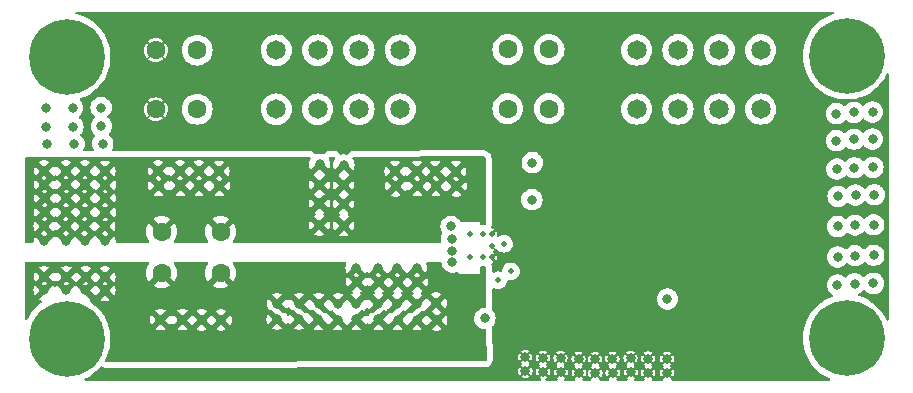
<source format=gbr>
%TF.GenerationSoftware,KiCad,Pcbnew,8.0.3*%
%TF.CreationDate,2024-08-06T18:37:16+01:00*%
%TF.ProjectId,DRV8243 DC Motor Driver Expander,44525638-3234-4332-9044-43204d6f746f,rev?*%
%TF.SameCoordinates,Original*%
%TF.FileFunction,Copper,L3,Inr*%
%TF.FilePolarity,Positive*%
%FSLAX46Y46*%
G04 Gerber Fmt 4.6, Leading zero omitted, Abs format (unit mm)*
G04 Created by KiCad (PCBNEW 8.0.3) date 2024-08-06 18:37:16*
%MOMM*%
%LPD*%
G01*
G04 APERTURE LIST*
%TA.AperFunction,ComponentPad*%
%ADD10C,0.800000*%
%TD*%
%TA.AperFunction,ComponentPad*%
%ADD11C,1.600200*%
%TD*%
%TA.AperFunction,ComponentPad*%
%ADD12C,0.499999*%
%TD*%
%TA.AperFunction,ComponentPad*%
%ADD13C,1.650000*%
%TD*%
%TA.AperFunction,ComponentPad*%
%ADD14C,6.400000*%
%TD*%
%TA.AperFunction,ViaPad*%
%ADD15C,0.800000*%
%TD*%
%TA.AperFunction,ViaPad*%
%ADD16C,0.500000*%
%TD*%
G04 APERTURE END LIST*
D10*
%TO.N,OUT2*%
%TO.C,*%
X105690000Y-91170000D03*
%TD*%
%TO.N,VCC*%
%TO.C,*%
X137820000Y-105830000D03*
%TD*%
%TO.N,OUT2*%
%TO.C,*%
X107380000Y-89960000D03*
%TD*%
%TO.N,OUT2*%
%TO.C,*%
X96030000Y-93430000D03*
%TD*%
%TO.N,VCC*%
%TO.C,*%
X134820000Y-105760000D03*
%TD*%
%TO.N,OUT2*%
%TO.C,*%
X92600000Y-91090000D03*
%TD*%
%TO.N,OUT1*%
%TO.C,*%
X118980000Y-101190000D03*
%TD*%
%TO.N,OUT2*%
%TO.C,*%
X127490000Y-91220000D03*
%TD*%
%TO.N,GND*%
%TO.C,*%
X97540000Y-87630000D03*
%TD*%
%TO.N,OUT1*%
%TO.C,*%
X104290000Y-102540000D03*
%TD*%
%TO.N,OUT2*%
%TO.C,*%
X115880000Y-92690000D03*
%TD*%
D11*
%TO.N,NFAULT*%
%TO.C,J3*%
X135331200Y-84654400D03*
X135331200Y-79654400D03*
%TO.N,IPROPI*%
X131831197Y-84654400D03*
X131831197Y-79654400D03*
%TD*%
D10*
%TO.N,OUT1*%
%TO.C,*%
X124150000Y-102530000D03*
%TD*%
%TO.N,GND*%
%TO.C,*%
X162750000Y-89640000D03*
%TD*%
%TO.N,OUT2*%
%TO.C,*%
X94430000Y-89940000D03*
%TD*%
%TO.N,VCC*%
%TO.C,*%
X134840000Y-106950000D03*
%TD*%
%TO.N,OUT1*%
%TO.C,*%
X114170000Y-102500000D03*
%TD*%
D12*
%TO.N,VCC*%
%TO.C,U1*%
X130454400Y-95265999D03*
X130454400Y-97266001D03*
X130454400Y-96266000D03*
%TO.N,OUT2*%
X129754399Y-95265999D03*
%TO.N,OUT1*%
X129754399Y-97266001D03*
%TO.N,GND*%
X128604401Y-97266001D03*
X128604401Y-95265999D03*
%TD*%
D11*
%TO.N,OUT1*%
%TO.C,J5*%
X102520000Y-98577200D03*
X107520000Y-98577200D03*
%TO.N,OUT2*%
X102520000Y-95077197D03*
X107520000Y-95077197D03*
%TD*%
D10*
%TO.N,OUT1*%
%TO.C,*%
X119040000Y-99320000D03*
%TD*%
%TO.N,VCC*%
%TO.C,*%
X142250000Y-106990000D03*
%TD*%
%TO.N,OUT2*%
%TO.C,*%
X117940000Y-94570000D03*
%TD*%
%TO.N,GND*%
%TO.C,*%
X162820000Y-97080000D03*
%TD*%
%TO.N,VCC*%
%TO.C,*%
X139230000Y-105870000D03*
%TD*%
%TO.N,OUT2*%
%TO.C,*%
X115900000Y-89390000D03*
%TD*%
%TO.N,OUT1*%
%TO.C,*%
X122470000Y-101200000D03*
%TD*%
%TO.N,OUT2*%
%TO.C,*%
X96010000Y-95850000D03*
%TD*%
%TO.N,GND*%
%TO.C,*%
X92710000Y-84600000D03*
%TD*%
%TO.N,OUT2*%
%TO.C,*%
X94450000Y-93430000D03*
%TD*%
%TO.N,OUT1*%
%TO.C,*%
X97720000Y-100060000D03*
%TD*%
%TO.N,OUT1*%
%TO.C,*%
X124120000Y-101210000D03*
%TD*%
%TO.N,OUT1*%
%TO.C,*%
X118980000Y-98160000D03*
%TD*%
%TO.N,OUT1*%
%TO.C,*%
X122500000Y-102520000D03*
%TD*%
%TO.N,GND*%
%TO.C,*%
X97430000Y-86150000D03*
%TD*%
%TO.N,GND*%
%TO.C,*%
X161240000Y-97110000D03*
%TD*%
%TO.N,OUT1*%
%TO.C,*%
X112320000Y-101180000D03*
%TD*%
%TO.N,GND*%
%TO.C,*%
X92740000Y-86180000D03*
%TD*%
%TO.N,OUT2*%
%TO.C,*%
X125770000Y-91200000D03*
%TD*%
%TO.N,GND*%
%TO.C,*%
X127070000Y-95680000D03*
%TD*%
%TO.N,GND*%
%TO.C,*%
X95020000Y-86180000D03*
%TD*%
%TO.N,VCC*%
%TO.C,*%
X143730000Y-107020000D03*
%TD*%
%TO.N,OUT2*%
%TO.C,*%
X92570000Y-94610000D03*
%TD*%
%TO.N,GND*%
%TO.C,*%
X161170000Y-89670000D03*
%TD*%
%TO.N,VCC*%
%TO.C,*%
X139250000Y-107060000D03*
%TD*%
%TO.N,GND*%
%TO.C,*%
X159760000Y-97220000D03*
%TD*%
%TO.N,OUT1*%
%TO.C,*%
X125770000Y-101120000D03*
%TD*%
%TO.N,GND*%
%TO.C,*%
X162790000Y-99460000D03*
%TD*%
%TO.N,OUT1*%
%TO.C,*%
X94450000Y-100040000D03*
%TD*%
%TO.N,OUT2*%
%TO.C,*%
X104080000Y-89940000D03*
%TD*%
%TO.N,OUT2*%
%TO.C,*%
X92610000Y-93440000D03*
%TD*%
%TO.N,OUT2*%
%TO.C,*%
X122350000Y-91210000D03*
%TD*%
%TO.N,OUT2*%
%TO.C,*%
X96010000Y-89940000D03*
%TD*%
%TO.N,GND*%
%TO.C,*%
X159660000Y-87370000D03*
%TD*%
%TO.N,OUT2*%
%TO.C,*%
X92590000Y-95860000D03*
%TD*%
%TO.N,GND*%
%TO.C,*%
X127130000Y-97650000D03*
%TD*%
%TO.N,OUT1*%
%TO.C,*%
X94460000Y-98900000D03*
%TD*%
%TO.N,OUT2*%
%TO.C,*%
X104110000Y-91170000D03*
%TD*%
D13*
%TO.N,NSLEEP*%
%TO.C,J2*%
X122732800Y-84705200D03*
X122732800Y-79705200D03*
%TO.N,IN1*%
X119232800Y-84705200D03*
X119232800Y-79705200D03*
%TO.N,IN2*%
X115732800Y-84705200D03*
X115732800Y-79705200D03*
%TO.N,DRVOFF*%
X112232800Y-84705200D03*
X112232800Y-79705200D03*
%TD*%
D10*
%TO.N,OUT1*%
%TO.C,*%
X105910000Y-102550000D03*
%TD*%
%TO.N,GND*%
%TO.C,*%
X92850000Y-87660000D03*
%TD*%
%TO.N,OUT1*%
%TO.C,*%
X119010000Y-102510000D03*
%TD*%
%TO.N,OUT2*%
%TO.C,*%
X92610000Y-92240000D03*
%TD*%
%TO.N,OUT1*%
%TO.C,*%
X114190000Y-101180000D03*
%TD*%
%TO.N,OUT1*%
%TO.C,*%
X115810000Y-101190000D03*
%TD*%
%TO.N,GND*%
%TO.C,*%
X127030000Y-94640000D03*
%TD*%
%TO.N,OUT1*%
%TO.C,*%
X112300000Y-102500000D03*
%TD*%
%TO.N,GND*%
%TO.C,*%
X162820000Y-94500000D03*
%TD*%
%TO.N,OUT2*%
%TO.C,*%
X127420000Y-89990000D03*
%TD*%
%TO.N,GND*%
%TO.C,*%
X162860000Y-91950000D03*
%TD*%
%TO.N,OUT2*%
%TO.C,*%
X96020000Y-91080000D03*
%TD*%
%TO.N,VCC*%
%TO.C,*%
X136320000Y-106990000D03*
%TD*%
%TO.N,GND*%
%TO.C,*%
X95130000Y-87660000D03*
%TD*%
%TO.N,VCC*%
%TO.C,*%
X140710000Y-107020000D03*
%TD*%
%TO.N,OUT1*%
%TO.C,*%
X92580000Y-100040000D03*
%TD*%
%TO.N,GND*%
%TO.C,*%
X161210000Y-99490000D03*
%TD*%
%TO.N,OUT2*%
%TO.C,*%
X102240000Y-89950000D03*
%TD*%
%TO.N,OUT2*%
%TO.C,*%
X94430000Y-95850000D03*
%TD*%
%TO.N,OUT1*%
%TO.C,*%
X96080000Y-98910000D03*
%TD*%
D11*
%TO.N,GND*%
%TO.C,J1*%
X105537001Y-84709000D03*
X105537001Y-79709000D03*
%TO.N,VCC*%
X102036998Y-84709000D03*
X102036998Y-79709000D03*
%TD*%
D10*
%TO.N,OUT2*%
%TO.C,*%
X117930000Y-91150000D03*
%TD*%
%TO.N,GND*%
%TO.C,*%
X161280000Y-91980000D03*
%TD*%
%TO.N,GND*%
%TO.C,*%
X159760000Y-94640000D03*
%TD*%
%TO.N,GND*%
%TO.C,*%
X127070000Y-96680000D03*
%TD*%
%TO.N,OUT1*%
%TO.C,*%
X97730000Y-98920000D03*
%TD*%
%TO.N,VCC*%
%TO.C,*%
X145330000Y-107040000D03*
%TD*%
%TO.N,GND*%
%TO.C,*%
X161140000Y-84980000D03*
%TD*%
%TO.N,VCC*%
%TO.C,*%
X145310000Y-105850000D03*
%TD*%
%TO.N,OUT2*%
%TO.C,*%
X97730000Y-89960000D03*
%TD*%
%TO.N,N/C*%
%TO.C,H2*%
X158128000Y-80183056D03*
X158830944Y-78486000D03*
X158830944Y-81880112D03*
X160528000Y-77783056D03*
D14*
X160528000Y-80183056D03*
D10*
X160528000Y-82583056D03*
X162225056Y-78486000D03*
X162225056Y-81880112D03*
X162928000Y-80183056D03*
%TD*%
%TO.N,GND*%
%TO.C,*%
X161140000Y-87260000D03*
%TD*%
%TO.N,VCC*%
%TO.C,*%
X143710000Y-105830000D03*
%TD*%
%TO.N,OUT2*%
%TO.C,*%
X105660000Y-89940000D03*
%TD*%
%TO.N,OUT1*%
%TO.C,*%
X122470000Y-98170000D03*
%TD*%
%TO.N,OUT1*%
%TO.C,*%
X124120000Y-98180000D03*
%TD*%
%TO.N,GND*%
%TO.C,*%
X94990000Y-84600000D03*
%TD*%
%TO.N,OUT2*%
%TO.C,*%
X97750000Y-92250000D03*
%TD*%
%TO.N,OUT2*%
%TO.C,*%
X97750000Y-93450000D03*
%TD*%
%TO.N,OUT1*%
%TO.C,*%
X115790000Y-102510000D03*
%TD*%
%TO.N,N/C*%
%TO.C,H3*%
X92088000Y-104140000D03*
X92790944Y-102442944D03*
X92790944Y-105837056D03*
X94488000Y-101740000D03*
D14*
X94488000Y-104140000D03*
D10*
X94488000Y-106540000D03*
X96185056Y-102442944D03*
X96185056Y-105837056D03*
X96888000Y-104140000D03*
%TD*%
%TO.N,OUT1*%
%TO.C,*%
X120850000Y-101190000D03*
%TD*%
%TO.N,OUT2*%
%TO.C,*%
X102270000Y-91180000D03*
%TD*%
%TO.N,OUT2*%
%TO.C,*%
X97730000Y-95870000D03*
%TD*%
%TO.N,OUT2*%
%TO.C,*%
X94410000Y-94600000D03*
%TD*%
%TO.N,OUT1*%
%TO.C,*%
X120910000Y-99320000D03*
%TD*%
%TO.N,GND*%
%TO.C,*%
X162720000Y-84950000D03*
%TD*%
%TO.N,OUT2*%
%TO.C,*%
X124120000Y-89970000D03*
%TD*%
%TO.N,OUT1*%
%TO.C,*%
X122530000Y-99330000D03*
%TD*%
%TO.N,OUT2*%
%TO.C,*%
X125700000Y-89970000D03*
%TD*%
%TO.N,OUT2*%
%TO.C,*%
X115880000Y-91110000D03*
%TD*%
%TO.N,OUT1*%
%TO.C,*%
X124180000Y-99340000D03*
%TD*%
%TO.N,VCC*%
%TO.C,*%
X133320000Y-106890000D03*
%TD*%
%TO.N,VCC*%
%TO.C,*%
X142230000Y-105800000D03*
%TD*%
%TO.N,OUT2*%
%TO.C,*%
X97710000Y-94620000D03*
%TD*%
%TO.N,OUT1*%
%TO.C,*%
X92590000Y-98900000D03*
%TD*%
%TO.N,OUT2*%
%TO.C,*%
X107410000Y-91190000D03*
%TD*%
%TO.N,OUT2*%
%TO.C,*%
X94440000Y-91080000D03*
%TD*%
%TO.N,GND*%
%TO.C,*%
X161240000Y-94530000D03*
%TD*%
%TO.N,VCC*%
%TO.C,*%
X136300000Y-105800000D03*
%TD*%
%TO.N,OUT2*%
%TO.C,*%
X97740000Y-91100000D03*
%TD*%
%TO.N,OUT1*%
%TO.C,*%
X96070000Y-100050000D03*
%TD*%
%TO.N,GND*%
%TO.C,*%
X162720000Y-87230000D03*
%TD*%
%TO.N,OUT2*%
%TO.C,*%
X92590000Y-89950000D03*
%TD*%
%TO.N,VCC*%
%TO.C,*%
X133300000Y-105700000D03*
%TD*%
%TO.N,OUT2*%
%TO.C,*%
X115890000Y-94530000D03*
%TD*%
%TO.N,OUT1*%
%TO.C,*%
X102420000Y-102540000D03*
%TD*%
%TO.N,OUT1*%
%TO.C,*%
X120880000Y-102510000D03*
%TD*%
%TO.N,OUT2*%
%TO.C,*%
X95990000Y-94600000D03*
%TD*%
%TO.N,GND*%
%TO.C,*%
X159800000Y-92090000D03*
%TD*%
%TO.N,OUT2*%
%TO.C,*%
X96030000Y-92230000D03*
%TD*%
%TO.N,OUT2*%
%TO.C,*%
X117950000Y-89430000D03*
%TD*%
%TO.N,OUT1*%
%TO.C,*%
X117440000Y-102520000D03*
%TD*%
%TO.N,OUT2*%
%TO.C,*%
X124190000Y-91200000D03*
%TD*%
%TO.N,GND*%
%TO.C,*%
X159730000Y-99600000D03*
%TD*%
%TO.N,OUT1*%
%TO.C,*%
X125820000Y-102560002D03*
%TD*%
%TO.N,OUT2*%
%TO.C,*%
X94450000Y-92230000D03*
%TD*%
%TO.N,VCC*%
%TO.C,*%
X140690000Y-105830000D03*
%TD*%
%TO.N,OUT1*%
%TO.C,*%
X107560000Y-102560000D03*
%TD*%
D13*
%TO.N,CSN*%
%TO.C,J4*%
X153244000Y-84694400D03*
X153244000Y-79694400D03*
%TO.N,SCLK*%
X149744000Y-84694400D03*
X149744000Y-79694400D03*
%TO.N,SDI*%
X146244000Y-84694400D03*
X146244000Y-79694400D03*
%TO.N,SDO*%
X142744000Y-84694400D03*
X142744000Y-79694400D03*
%TD*%
D10*
%TO.N,OUT2*%
%TO.C,*%
X117930000Y-92730000D03*
%TD*%
%TO.N,N/C*%
%TO.C,H1*%
X92088000Y-80264000D03*
X92790944Y-78566944D03*
X92790944Y-81961056D03*
X94488000Y-77864000D03*
D14*
X94488000Y-80264000D03*
D10*
X94488000Y-82664000D03*
X96185056Y-78566944D03*
X96185056Y-81961056D03*
X96888000Y-80264000D03*
%TD*%
%TO.N,VCC*%
%TO.C,*%
X137840000Y-107020000D03*
%TD*%
%TO.N,GND*%
%TO.C,*%
X159690000Y-89780000D03*
%TD*%
%TO.N,OUT2*%
%TO.C,*%
X122280000Y-89980000D03*
%TD*%
%TO.N,GND*%
%TO.C,*%
X97400000Y-84570000D03*
%TD*%
%TO.N,OUT1*%
%TO.C,*%
X117460000Y-101200000D03*
%TD*%
%TO.N,N/C*%
%TO.C,H4*%
X158128000Y-104093944D03*
X158830944Y-102396888D03*
X158830944Y-105791000D03*
X160528000Y-101693944D03*
D14*
X160528000Y-104093944D03*
D10*
X160528000Y-106493944D03*
X162225056Y-102396888D03*
X162225056Y-105791000D03*
X162928000Y-104093944D03*
%TD*%
%TO.N,OUT1*%
%TO.C,*%
X120850000Y-98160000D03*
%TD*%
%TO.N,GND*%
%TO.C,*%
X159660000Y-85090000D03*
%TD*%
D15*
%TO.N,VCC*%
X134990000Y-102890000D03*
X135010000Y-98620000D03*
X138090000Y-100780000D03*
%TO.N,GND*%
X129900000Y-102430000D03*
X133900000Y-89230000D03*
X145340000Y-100790000D03*
X133870000Y-92370000D03*
D16*
%TO.N,DRVOFF*%
X131040000Y-99190000D03*
%TO.N,OUT1*%
X127380000Y-100630000D03*
D15*
X125820000Y-105250000D03*
D16*
%TO.N,OUT2*%
X129260000Y-92640000D03*
X129286000Y-93827600D03*
X129280000Y-91280000D03*
%TO.N,IN2*%
X132090000Y-98450000D03*
%TO.N,IN1*%
X131509985Y-96089985D03*
%TD*%
%TA.AperFunction,Conductor*%
%TO.N,OUT2*%
G36*
X129893791Y-88729814D02*
G01*
X129939667Y-88782513D01*
X129950988Y-88833289D01*
X129995631Y-94398683D01*
X129976485Y-94465879D01*
X129924050Y-94512056D01*
X129857752Y-94522898D01*
X129754403Y-94511254D01*
X129754395Y-94511254D01*
X129637883Y-94524381D01*
X129569061Y-94512326D01*
X129517682Y-94464977D01*
X129500000Y-94401161D01*
X129500000Y-94300000D01*
X127945100Y-94300000D01*
X127878061Y-94280315D01*
X127837713Y-94238000D01*
X127804147Y-94179862D01*
X127762533Y-94107784D01*
X127635871Y-93967112D01*
X127635870Y-93967111D01*
X127482734Y-93855851D01*
X127482729Y-93855848D01*
X127309807Y-93778857D01*
X127309802Y-93778855D01*
X127164001Y-93747865D01*
X127124646Y-93739500D01*
X126935354Y-93739500D01*
X126902897Y-93746398D01*
X126750197Y-93778855D01*
X126750192Y-93778857D01*
X126577270Y-93855848D01*
X126577265Y-93855851D01*
X126424129Y-93967111D01*
X126297466Y-94107785D01*
X126202821Y-94271715D01*
X126202818Y-94271722D01*
X126147996Y-94440448D01*
X126144326Y-94451744D01*
X126124540Y-94640000D01*
X126144326Y-94828256D01*
X126144327Y-94828259D01*
X126202818Y-95008277D01*
X126202820Y-95008281D01*
X126202821Y-95008284D01*
X126229620Y-95054701D01*
X126274618Y-95132641D01*
X126291090Y-95200541D01*
X126274618Y-95256638D01*
X126242821Y-95311713D01*
X126191391Y-95470000D01*
X126184326Y-95491744D01*
X126170500Y-95623297D01*
X126164540Y-95680000D01*
X126184326Y-95868258D01*
X126193674Y-95897027D01*
X126195668Y-95966868D01*
X126167523Y-96018723D01*
X126166997Y-96019302D01*
X126107349Y-96055686D01*
X126075040Y-96059922D01*
X108674326Y-96035239D01*
X108607315Y-96015459D01*
X108561635Y-95962590D01*
X108551789Y-95893418D01*
X108572927Y-95840115D01*
X108650220Y-95729729D01*
X108746359Y-95523557D01*
X108746363Y-95523548D01*
X108800745Y-95320589D01*
X115452961Y-95320589D01*
X115610355Y-95390665D01*
X115795406Y-95430000D01*
X115984594Y-95430000D01*
X116169646Y-95390665D01*
X116169651Y-95390663D01*
X116237198Y-95360589D01*
X117502961Y-95360589D01*
X117660355Y-95430665D01*
X117845406Y-95470000D01*
X118034594Y-95470000D01*
X118219646Y-95430665D01*
X118219651Y-95430663D01*
X118377036Y-95360590D01*
X118377037Y-95360589D01*
X117940001Y-94923553D01*
X117940000Y-94923553D01*
X117502961Y-95360589D01*
X116237198Y-95360589D01*
X116327036Y-95320590D01*
X116327037Y-95320589D01*
X115890001Y-94883553D01*
X115890000Y-94883553D01*
X115452961Y-95320589D01*
X108800745Y-95320589D01*
X108805237Y-95303824D01*
X108805239Y-95303814D01*
X108825066Y-95077197D01*
X108825066Y-95077196D01*
X108805239Y-94850579D01*
X108805237Y-94850569D01*
X108746363Y-94630845D01*
X108746359Y-94630836D01*
X108699339Y-94530000D01*
X114985043Y-94530000D01*
X115004819Y-94718154D01*
X115063278Y-94898072D01*
X115063281Y-94898079D01*
X115101745Y-94964700D01*
X115536447Y-94530000D01*
X115496665Y-94490218D01*
X115690000Y-94490218D01*
X115690000Y-94569782D01*
X115720448Y-94643291D01*
X115776709Y-94699552D01*
X115850218Y-94730000D01*
X115929782Y-94730000D01*
X116003291Y-94699552D01*
X116059552Y-94643291D01*
X116090000Y-94569782D01*
X116090000Y-94529999D01*
X116243553Y-94529999D01*
X116243553Y-94530001D01*
X116678253Y-94964701D01*
X116716720Y-94898076D01*
X116775180Y-94718154D01*
X116789576Y-94581185D01*
X116800736Y-94554059D01*
X117025921Y-94554059D01*
X117034874Y-94571838D01*
X117036218Y-94581184D01*
X117054819Y-94758154D01*
X117113278Y-94938072D01*
X117113281Y-94938079D01*
X117151745Y-95004700D01*
X117586447Y-94570000D01*
X117546665Y-94530218D01*
X117740000Y-94530218D01*
X117740000Y-94609782D01*
X117770448Y-94683291D01*
X117826709Y-94739552D01*
X117900218Y-94770000D01*
X117979782Y-94770000D01*
X118053291Y-94739552D01*
X118109552Y-94683291D01*
X118140000Y-94609782D01*
X118140000Y-94569999D01*
X118293553Y-94569999D01*
X118293553Y-94570001D01*
X118728253Y-95004701D01*
X118766720Y-94938076D01*
X118825180Y-94758154D01*
X118844956Y-94570000D01*
X118825180Y-94381845D01*
X118766721Y-94201927D01*
X118766718Y-94201920D01*
X118728253Y-94135297D01*
X118293553Y-94569999D01*
X118140000Y-94569999D01*
X118140000Y-94530218D01*
X118109552Y-94456709D01*
X118053291Y-94400448D01*
X117979782Y-94370000D01*
X117900218Y-94370000D01*
X117826709Y-94400448D01*
X117770448Y-94456709D01*
X117740000Y-94530218D01*
X117546665Y-94530218D01*
X117151745Y-94135298D01*
X117113279Y-94201923D01*
X117054819Y-94381845D01*
X117040423Y-94518815D01*
X117025921Y-94554059D01*
X116800736Y-94554059D01*
X116804077Y-94545938D01*
X116795125Y-94528160D01*
X116793781Y-94518814D01*
X116775180Y-94341845D01*
X116716721Y-94161927D01*
X116716718Y-94161920D01*
X116678253Y-94095297D01*
X116243553Y-94529999D01*
X116090000Y-94529999D01*
X116090000Y-94490218D01*
X116059552Y-94416709D01*
X116003291Y-94360448D01*
X115929782Y-94330000D01*
X115850218Y-94330000D01*
X115776709Y-94360448D01*
X115720448Y-94416709D01*
X115690000Y-94490218D01*
X115496665Y-94490218D01*
X115101745Y-94095298D01*
X115063279Y-94161923D01*
X115004819Y-94341845D01*
X114985043Y-94530000D01*
X108699339Y-94530000D01*
X108650221Y-94424666D01*
X108599096Y-94351652D01*
X108040602Y-94910145D01*
X108028884Y-94866410D01*
X107956989Y-94741884D01*
X107855313Y-94640208D01*
X107730787Y-94568313D01*
X107687049Y-94556593D01*
X108245543Y-93998099D01*
X108245543Y-93998098D01*
X108172537Y-93946979D01*
X108172533Y-93946977D01*
X107966360Y-93850837D01*
X107966351Y-93850833D01*
X107746627Y-93791959D01*
X107746617Y-93791957D01*
X107520001Y-93772131D01*
X107519999Y-93772131D01*
X107293382Y-93791957D01*
X107293372Y-93791959D01*
X107073648Y-93850833D01*
X107073639Y-93850837D01*
X106867463Y-93946979D01*
X106794456Y-93998098D01*
X106794455Y-93998099D01*
X107352950Y-94556593D01*
X107309213Y-94568313D01*
X107184687Y-94640208D01*
X107083011Y-94741884D01*
X107011116Y-94866410D01*
X106999396Y-94910146D01*
X106440902Y-94351652D01*
X106440901Y-94351653D01*
X106389782Y-94424660D01*
X106293640Y-94630836D01*
X106293636Y-94630845D01*
X106234762Y-94850569D01*
X106234760Y-94850579D01*
X106214934Y-95077196D01*
X106214934Y-95077197D01*
X106234760Y-95303814D01*
X106234762Y-95303824D01*
X106293636Y-95523548D01*
X106293640Y-95523557D01*
X106389779Y-95729729D01*
X106464777Y-95836836D01*
X106487104Y-95903043D01*
X106470094Y-95970810D01*
X106419146Y-96018623D01*
X106363026Y-96031960D01*
X103679287Y-96028153D01*
X103612276Y-96008373D01*
X103566596Y-95955504D01*
X103556750Y-95886332D01*
X103577889Y-95833029D01*
X103650215Y-95729736D01*
X103650219Y-95729730D01*
X103746359Y-95523557D01*
X103746363Y-95523548D01*
X103805237Y-95303824D01*
X103805239Y-95303814D01*
X103825066Y-95077197D01*
X103825066Y-95077196D01*
X103805239Y-94850579D01*
X103805237Y-94850569D01*
X103746363Y-94630845D01*
X103746359Y-94630836D01*
X103650221Y-94424666D01*
X103599096Y-94351652D01*
X103040602Y-94910145D01*
X103028884Y-94866410D01*
X102956989Y-94741884D01*
X102855313Y-94640208D01*
X102730787Y-94568313D01*
X102687049Y-94556593D01*
X103245543Y-93998099D01*
X103245543Y-93998098D01*
X103172537Y-93946979D01*
X103172533Y-93946977D01*
X102966360Y-93850837D01*
X102966351Y-93850833D01*
X102746627Y-93791959D01*
X102746617Y-93791957D01*
X102520001Y-93772131D01*
X102519999Y-93772131D01*
X102293382Y-93791957D01*
X102293372Y-93791959D01*
X102073648Y-93850833D01*
X102073639Y-93850837D01*
X101867463Y-93946979D01*
X101794456Y-93998098D01*
X101794455Y-93998099D01*
X102352950Y-94556593D01*
X102309213Y-94568313D01*
X102184687Y-94640208D01*
X102083011Y-94741884D01*
X102011116Y-94866410D01*
X101999396Y-94910146D01*
X101440902Y-94351652D01*
X101440901Y-94351653D01*
X101389782Y-94424660D01*
X101293640Y-94630836D01*
X101293636Y-94630845D01*
X101234762Y-94850569D01*
X101234760Y-94850579D01*
X101214934Y-95077196D01*
X101214934Y-95077197D01*
X101234760Y-95303814D01*
X101234762Y-95303824D01*
X101293636Y-95523548D01*
X101293640Y-95523557D01*
X101389780Y-95729730D01*
X101389783Y-95729734D01*
X101459805Y-95829738D01*
X101482132Y-95895944D01*
X101465121Y-95963712D01*
X101414173Y-96011524D01*
X101358054Y-96024861D01*
X98756608Y-96021171D01*
X98689597Y-96001391D01*
X98643917Y-95948522D01*
X98633463Y-95884208D01*
X98634956Y-95869999D01*
X98615180Y-95681845D01*
X98556721Y-95501927D01*
X98556718Y-95501920D01*
X98518253Y-95435297D01*
X97933546Y-96020004D01*
X97862939Y-96019903D01*
X97899552Y-95983291D01*
X97930000Y-95909782D01*
X97930000Y-95830218D01*
X97899552Y-95756709D01*
X97843291Y-95700448D01*
X97769782Y-95670000D01*
X97690218Y-95670000D01*
X97616709Y-95700448D01*
X97560448Y-95756709D01*
X97530000Y-95830218D01*
X97530000Y-95909782D01*
X97560448Y-95983291D01*
X97596683Y-96019526D01*
X97525873Y-96019426D01*
X96941744Y-95435297D01*
X96901267Y-95440627D01*
X96832231Y-95429862D01*
X96818880Y-95418013D01*
X96798253Y-95415297D01*
X96196011Y-96017539D01*
X96125404Y-96017438D01*
X96179552Y-95963291D01*
X96210000Y-95889782D01*
X96210000Y-95810218D01*
X96179552Y-95736709D01*
X96123291Y-95680448D01*
X96049782Y-95650000D01*
X95970218Y-95650000D01*
X95896709Y-95680448D01*
X95840448Y-95736709D01*
X95810000Y-95810218D01*
X95810000Y-95889782D01*
X95840448Y-95963291D01*
X95894268Y-96017111D01*
X95823458Y-96017011D01*
X95225018Y-95418571D01*
X95221047Y-95413397D01*
X95218945Y-95413398D01*
X95214963Y-95418588D01*
X94618249Y-96015301D01*
X94547642Y-96015200D01*
X94599552Y-95963291D01*
X94630000Y-95889782D01*
X94630000Y-95810218D01*
X94599552Y-95736709D01*
X94543291Y-95680448D01*
X94469782Y-95650000D01*
X94390218Y-95650000D01*
X94316709Y-95680448D01*
X94260448Y-95736709D01*
X94230000Y-95810218D01*
X94230000Y-95889782D01*
X94260448Y-95963291D01*
X94312023Y-96014866D01*
X94241213Y-96014766D01*
X93641745Y-95415298D01*
X93641744Y-95415298D01*
X93614499Y-95462488D01*
X93563932Y-95510704D01*
X93495325Y-95523927D01*
X93430460Y-95497959D01*
X93399724Y-95462487D01*
X93378252Y-95425297D01*
X92790840Y-96012709D01*
X92720234Y-96012608D01*
X92759552Y-95973291D01*
X92790000Y-95899782D01*
X92790000Y-95820218D01*
X92759552Y-95746709D01*
X92703291Y-95690448D01*
X92629782Y-95660000D01*
X92550218Y-95660000D01*
X92476709Y-95690448D01*
X92420448Y-95746709D01*
X92390000Y-95820218D01*
X92390000Y-95899782D01*
X92420448Y-95973291D01*
X92459396Y-96012239D01*
X92388586Y-96012139D01*
X91801745Y-95425298D01*
X91763279Y-95491923D01*
X91704819Y-95671845D01*
X91685043Y-95860001D01*
X91686515Y-95874008D01*
X91673944Y-95942737D01*
X91626212Y-95993760D01*
X91563018Y-96010967D01*
X91055824Y-96010248D01*
X90988813Y-95990468D01*
X90943133Y-95937600D01*
X90932000Y-95886248D01*
X90932000Y-95225000D01*
X92308553Y-95225000D01*
X92590000Y-95506447D01*
X92851447Y-95245000D01*
X92821447Y-95215000D01*
X94148553Y-95215000D01*
X94430000Y-95496447D01*
X94691447Y-95235000D01*
X94671447Y-95215000D01*
X95728553Y-95215000D01*
X96010000Y-95496447D01*
X96271447Y-95235000D01*
X97448553Y-95235000D01*
X97730000Y-95516447D01*
X97991447Y-95255000D01*
X97710000Y-94973553D01*
X97448553Y-95235000D01*
X96271447Y-95235000D01*
X95990000Y-94953553D01*
X95728553Y-95215000D01*
X94671447Y-95215000D01*
X94410000Y-94953553D01*
X94148553Y-95215000D01*
X92821447Y-95215000D01*
X92570000Y-94963553D01*
X92308553Y-95225000D01*
X90932000Y-95225000D01*
X90932000Y-94610000D01*
X91665043Y-94610000D01*
X91684819Y-94798154D01*
X91743278Y-94978072D01*
X91743281Y-94978079D01*
X91781745Y-95044700D01*
X92216447Y-94610000D01*
X92176665Y-94570218D01*
X92370000Y-94570218D01*
X92370000Y-94649782D01*
X92400448Y-94723291D01*
X92456709Y-94779552D01*
X92530218Y-94810000D01*
X92609782Y-94810000D01*
X92683291Y-94779552D01*
X92739552Y-94723291D01*
X92770000Y-94649782D01*
X92770000Y-94609999D01*
X92923553Y-94609999D01*
X92923553Y-94610000D01*
X93358253Y-95044701D01*
X93385499Y-94997511D01*
X93436066Y-94949295D01*
X93504673Y-94936073D01*
X93569538Y-94962041D01*
X93600273Y-94997510D01*
X93621745Y-95034700D01*
X94056447Y-94600000D01*
X94016665Y-94560218D01*
X94210000Y-94560218D01*
X94210000Y-94639782D01*
X94240448Y-94713291D01*
X94296709Y-94769552D01*
X94370218Y-94800000D01*
X94449782Y-94800000D01*
X94523291Y-94769552D01*
X94579552Y-94713291D01*
X94610000Y-94639782D01*
X94610000Y-94599999D01*
X94763553Y-94599999D01*
X94763553Y-94600000D01*
X95194964Y-95031411D01*
X95198946Y-95036600D01*
X95201046Y-95036601D01*
X95205017Y-95031427D01*
X95636446Y-94599999D01*
X95596665Y-94560218D01*
X95790000Y-94560218D01*
X95790000Y-94639782D01*
X95820448Y-94713291D01*
X95876709Y-94769552D01*
X95950218Y-94800000D01*
X96029782Y-94800000D01*
X96103291Y-94769552D01*
X96159552Y-94713291D01*
X96190000Y-94639782D01*
X96190000Y-94599999D01*
X96343553Y-94599999D01*
X96343553Y-94600001D01*
X96778253Y-95034701D01*
X96818731Y-95029372D01*
X96887767Y-95040137D01*
X96901115Y-95051984D01*
X96921745Y-95054700D01*
X97356447Y-94620000D01*
X97316665Y-94580218D01*
X97510000Y-94580218D01*
X97510000Y-94659782D01*
X97540448Y-94733291D01*
X97596709Y-94789552D01*
X97670218Y-94820000D01*
X97749782Y-94820000D01*
X97823291Y-94789552D01*
X97879552Y-94733291D01*
X97910000Y-94659782D01*
X97910000Y-94619999D01*
X98063553Y-94619999D01*
X98063553Y-94620000D01*
X98498253Y-95054701D01*
X98536720Y-94988076D01*
X98595180Y-94808154D01*
X98614956Y-94620000D01*
X98595180Y-94431845D01*
X98536721Y-94251927D01*
X98536718Y-94251920D01*
X98498253Y-94185297D01*
X98063553Y-94619999D01*
X97910000Y-94619999D01*
X97910000Y-94580218D01*
X97879552Y-94506709D01*
X97823291Y-94450448D01*
X97749782Y-94420000D01*
X97670218Y-94420000D01*
X97596709Y-94450448D01*
X97540448Y-94506709D01*
X97510000Y-94580218D01*
X97316665Y-94580218D01*
X96921744Y-94185297D01*
X96881267Y-94190627D01*
X96812231Y-94179862D01*
X96798880Y-94168013D01*
X96778253Y-94165297D01*
X96343553Y-94599999D01*
X96190000Y-94599999D01*
X96190000Y-94560218D01*
X96159552Y-94486709D01*
X96103291Y-94430448D01*
X96029782Y-94400000D01*
X95950218Y-94400000D01*
X95876709Y-94430448D01*
X95820448Y-94486709D01*
X95790000Y-94560218D01*
X95596665Y-94560218D01*
X95205018Y-94168571D01*
X95201047Y-94163397D01*
X95198945Y-94163398D01*
X95194963Y-94168588D01*
X94763553Y-94599999D01*
X94610000Y-94599999D01*
X94610000Y-94560218D01*
X94579552Y-94486709D01*
X94523291Y-94430448D01*
X94449782Y-94400000D01*
X94370218Y-94400000D01*
X94296709Y-94430448D01*
X94240448Y-94486709D01*
X94210000Y-94560218D01*
X94016665Y-94560218D01*
X93621745Y-94165298D01*
X93621744Y-94165298D01*
X93594499Y-94212488D01*
X93543932Y-94260704D01*
X93475325Y-94273927D01*
X93410460Y-94247959D01*
X93379724Y-94212487D01*
X93358252Y-94175297D01*
X92923553Y-94609999D01*
X92770000Y-94609999D01*
X92770000Y-94570218D01*
X92739552Y-94496709D01*
X92683291Y-94440448D01*
X92609782Y-94410000D01*
X92530218Y-94410000D01*
X92456709Y-94440448D01*
X92400448Y-94496709D01*
X92370000Y-94570218D01*
X92176665Y-94570218D01*
X91781745Y-94175298D01*
X91743279Y-94241923D01*
X91684819Y-94421845D01*
X91665043Y-94610000D01*
X90932000Y-94610000D01*
X90932000Y-94045000D01*
X92358553Y-94045000D01*
X92570000Y-94256447D01*
X92791447Y-94035000D01*
X94198553Y-94035000D01*
X94410000Y-94246447D01*
X94621447Y-94035000D01*
X95778553Y-94035000D01*
X95990000Y-94246447D01*
X96181447Y-94055000D01*
X97498553Y-94055000D01*
X97710000Y-94266447D01*
X97961447Y-94015000D01*
X97750000Y-93803553D01*
X97498553Y-94055000D01*
X96181447Y-94055000D01*
X96241447Y-93995000D01*
X96030000Y-93783553D01*
X95778553Y-94035000D01*
X94621447Y-94035000D01*
X94661447Y-93995000D01*
X94450000Y-93783553D01*
X94198553Y-94035000D01*
X92791447Y-94035000D01*
X92821447Y-94005000D01*
X92610000Y-93793553D01*
X92358553Y-94045000D01*
X90932000Y-94045000D01*
X90932000Y-93440000D01*
X91705043Y-93440000D01*
X91724819Y-93628154D01*
X91783278Y-93808072D01*
X91783281Y-93808079D01*
X91821745Y-93874700D01*
X92256447Y-93440000D01*
X92216665Y-93400218D01*
X92410000Y-93400218D01*
X92410000Y-93479782D01*
X92440448Y-93553291D01*
X92496709Y-93609552D01*
X92570218Y-93640000D01*
X92649782Y-93640000D01*
X92723291Y-93609552D01*
X92779552Y-93553291D01*
X92810000Y-93479782D01*
X92810000Y-93439999D01*
X92963553Y-93439999D01*
X92963553Y-93440000D01*
X93398253Y-93874701D01*
X93425499Y-93827511D01*
X93476066Y-93779295D01*
X93544673Y-93766073D01*
X93609538Y-93792041D01*
X93640273Y-93827510D01*
X93661745Y-93864700D01*
X94096447Y-93430000D01*
X94056665Y-93390218D01*
X94250000Y-93390218D01*
X94250000Y-93469782D01*
X94280448Y-93543291D01*
X94336709Y-93599552D01*
X94410218Y-93630000D01*
X94489782Y-93630000D01*
X94563291Y-93599552D01*
X94619552Y-93543291D01*
X94650000Y-93469782D01*
X94650000Y-93429999D01*
X94803553Y-93429999D01*
X94803553Y-93430000D01*
X95234964Y-93861411D01*
X95238946Y-93866600D01*
X95241046Y-93866601D01*
X95245017Y-93861427D01*
X95676446Y-93429999D01*
X95636665Y-93390218D01*
X95830000Y-93390218D01*
X95830000Y-93469782D01*
X95860448Y-93543291D01*
X95916709Y-93599552D01*
X95990218Y-93630000D01*
X96069782Y-93630000D01*
X96143291Y-93599552D01*
X96199552Y-93543291D01*
X96230000Y-93469782D01*
X96230000Y-93429999D01*
X96383553Y-93429999D01*
X96383553Y-93430001D01*
X96818253Y-93864701D01*
X96858731Y-93859372D01*
X96927767Y-93870137D01*
X96941115Y-93881984D01*
X96961745Y-93884700D01*
X97396447Y-93450000D01*
X97356665Y-93410218D01*
X97550000Y-93410218D01*
X97550000Y-93489782D01*
X97580448Y-93563291D01*
X97636709Y-93619552D01*
X97710218Y-93650000D01*
X97789782Y-93650000D01*
X97863291Y-93619552D01*
X97919552Y-93563291D01*
X97950000Y-93489782D01*
X97950000Y-93449999D01*
X98103553Y-93449999D01*
X98103553Y-93450001D01*
X98538253Y-93884701D01*
X98576720Y-93818076D01*
X98635180Y-93638154D01*
X98651741Y-93480589D01*
X115442961Y-93480589D01*
X115484190Y-93498945D01*
X115537427Y-93544195D01*
X115557749Y-93611044D01*
X115538704Y-93678268D01*
X115486338Y-93724524D01*
X115484191Y-93725505D01*
X115452961Y-93739409D01*
X115890000Y-94176447D01*
X115890001Y-94176447D01*
X116327037Y-93739409D01*
X116285809Y-93721053D01*
X116232572Y-93675803D01*
X116212250Y-93608954D01*
X116231295Y-93541730D01*
X116255229Y-93520589D01*
X117492961Y-93520589D01*
X117534190Y-93538945D01*
X117587427Y-93584195D01*
X117607749Y-93651044D01*
X117588704Y-93718268D01*
X117536338Y-93764524D01*
X117534191Y-93765505D01*
X117502961Y-93779409D01*
X117940000Y-94216447D01*
X117940001Y-94216447D01*
X118377037Y-93779409D01*
X118335809Y-93761053D01*
X118282572Y-93715803D01*
X118262250Y-93648954D01*
X118281295Y-93581730D01*
X118333661Y-93535474D01*
X118335809Y-93534493D01*
X118367037Y-93520589D01*
X117930001Y-93083553D01*
X117930000Y-93083553D01*
X117492961Y-93520589D01*
X116255229Y-93520589D01*
X116283661Y-93495474D01*
X116285809Y-93494493D01*
X116317037Y-93480589D01*
X115880001Y-93043553D01*
X115880000Y-93043553D01*
X115442961Y-93480589D01*
X98651741Y-93480589D01*
X98654956Y-93450000D01*
X98635180Y-93261845D01*
X98576721Y-93081927D01*
X98576718Y-93081920D01*
X98538253Y-93015297D01*
X98103553Y-93449999D01*
X97950000Y-93449999D01*
X97950000Y-93410218D01*
X97919552Y-93336709D01*
X97863291Y-93280448D01*
X97789782Y-93250000D01*
X97710218Y-93250000D01*
X97636709Y-93280448D01*
X97580448Y-93336709D01*
X97550000Y-93410218D01*
X97356665Y-93410218D01*
X96961744Y-93015297D01*
X96921267Y-93020627D01*
X96852231Y-93009862D01*
X96838880Y-92998013D01*
X96818253Y-92995297D01*
X96383553Y-93429999D01*
X96230000Y-93429999D01*
X96230000Y-93390218D01*
X96199552Y-93316709D01*
X96143291Y-93260448D01*
X96069782Y-93230000D01*
X95990218Y-93230000D01*
X95916709Y-93260448D01*
X95860448Y-93316709D01*
X95830000Y-93390218D01*
X95636665Y-93390218D01*
X95245018Y-92998571D01*
X95241047Y-92993397D01*
X95238945Y-92993398D01*
X95234963Y-92998588D01*
X94803553Y-93429999D01*
X94650000Y-93429999D01*
X94650000Y-93390218D01*
X94619552Y-93316709D01*
X94563291Y-93260448D01*
X94489782Y-93230000D01*
X94410218Y-93230000D01*
X94336709Y-93260448D01*
X94280448Y-93316709D01*
X94250000Y-93390218D01*
X94056665Y-93390218D01*
X93661745Y-92995298D01*
X93661744Y-92995298D01*
X93634499Y-93042488D01*
X93583932Y-93090704D01*
X93515325Y-93103927D01*
X93450460Y-93077959D01*
X93419724Y-93042487D01*
X93398252Y-93005297D01*
X92963553Y-93439999D01*
X92810000Y-93439999D01*
X92810000Y-93400218D01*
X92779552Y-93326709D01*
X92723291Y-93270448D01*
X92649782Y-93240000D01*
X92570218Y-93240000D01*
X92496709Y-93270448D01*
X92440448Y-93326709D01*
X92410000Y-93400218D01*
X92216665Y-93400218D01*
X91821745Y-93005298D01*
X91783279Y-93071923D01*
X91724819Y-93251845D01*
X91705043Y-93440000D01*
X90932000Y-93440000D01*
X90932000Y-92840000D01*
X92363553Y-92840000D01*
X92610000Y-93086447D01*
X92856447Y-92840000D01*
X92846447Y-92830000D01*
X94203553Y-92830000D01*
X94450000Y-93076447D01*
X94696447Y-92830000D01*
X95783553Y-92830000D01*
X96030000Y-93076447D01*
X96256447Y-92850000D01*
X97503553Y-92850000D01*
X97750000Y-93096447D01*
X97996447Y-92850000D01*
X97836447Y-92690000D01*
X114975043Y-92690000D01*
X114994819Y-92878154D01*
X115053278Y-93058072D01*
X115053281Y-93058079D01*
X115091745Y-93124700D01*
X115526447Y-92690000D01*
X115486665Y-92650218D01*
X115680000Y-92650218D01*
X115680000Y-92729782D01*
X115710448Y-92803291D01*
X115766709Y-92859552D01*
X115840218Y-92890000D01*
X115919782Y-92890000D01*
X115993291Y-92859552D01*
X116049552Y-92803291D01*
X116080000Y-92729782D01*
X116080000Y-92689999D01*
X116233553Y-92689999D01*
X116233553Y-92690000D01*
X116668253Y-93124701D01*
X116706720Y-93058076D01*
X116765180Y-92878154D01*
X116779576Y-92741185D01*
X116790736Y-92714059D01*
X117015921Y-92714059D01*
X117024874Y-92731838D01*
X117026218Y-92741184D01*
X117044819Y-92918154D01*
X117103278Y-93098072D01*
X117103281Y-93098079D01*
X117141745Y-93164700D01*
X117576447Y-92730000D01*
X117536665Y-92690218D01*
X117730000Y-92690218D01*
X117730000Y-92769782D01*
X117760448Y-92843291D01*
X117816709Y-92899552D01*
X117890218Y-92930000D01*
X117969782Y-92930000D01*
X118043291Y-92899552D01*
X118099552Y-92843291D01*
X118130000Y-92769782D01*
X118130000Y-92729999D01*
X118283553Y-92729999D01*
X118283553Y-92730001D01*
X118718253Y-93164701D01*
X118756720Y-93098076D01*
X118815180Y-92918154D01*
X118834956Y-92730000D01*
X118815180Y-92541845D01*
X118756721Y-92361927D01*
X118756718Y-92361920D01*
X118718253Y-92295297D01*
X118283553Y-92729999D01*
X118130000Y-92729999D01*
X118130000Y-92690218D01*
X118099552Y-92616709D01*
X118043291Y-92560448D01*
X117969782Y-92530000D01*
X117890218Y-92530000D01*
X117816709Y-92560448D01*
X117760448Y-92616709D01*
X117730000Y-92690218D01*
X117536665Y-92690218D01*
X117141745Y-92295298D01*
X117103279Y-92361923D01*
X117044819Y-92541845D01*
X117030423Y-92678815D01*
X117015921Y-92714059D01*
X116790736Y-92714059D01*
X116794077Y-92705938D01*
X116785125Y-92688160D01*
X116783781Y-92678814D01*
X116765180Y-92501845D01*
X116706721Y-92321927D01*
X116706718Y-92321920D01*
X116668253Y-92255297D01*
X116233553Y-92689999D01*
X116080000Y-92689999D01*
X116080000Y-92650218D01*
X116049552Y-92576709D01*
X115993291Y-92520448D01*
X115919782Y-92490000D01*
X115840218Y-92490000D01*
X115766709Y-92520448D01*
X115710448Y-92576709D01*
X115680000Y-92650218D01*
X115486665Y-92650218D01*
X115091745Y-92255298D01*
X115053279Y-92321923D01*
X114994819Y-92501845D01*
X114975043Y-92690000D01*
X97836447Y-92690000D01*
X97750000Y-92603553D01*
X97503553Y-92850000D01*
X96256447Y-92850000D01*
X96276447Y-92830000D01*
X96030000Y-92583553D01*
X95783553Y-92830000D01*
X94696447Y-92830000D01*
X94450000Y-92583553D01*
X94203553Y-92830000D01*
X92846447Y-92830000D01*
X92610000Y-92593553D01*
X92363553Y-92840000D01*
X90932000Y-92840000D01*
X90932000Y-92240000D01*
X91705043Y-92240000D01*
X91724819Y-92428154D01*
X91783278Y-92608072D01*
X91783281Y-92608079D01*
X91821745Y-92674700D01*
X92256447Y-92240000D01*
X92216665Y-92200218D01*
X92410000Y-92200218D01*
X92410000Y-92279782D01*
X92440448Y-92353291D01*
X92496709Y-92409552D01*
X92570218Y-92440000D01*
X92649782Y-92440000D01*
X92723291Y-92409552D01*
X92779552Y-92353291D01*
X92810000Y-92279782D01*
X92810000Y-92239999D01*
X92963553Y-92239999D01*
X92963553Y-92240000D01*
X93398253Y-92674701D01*
X93425499Y-92627511D01*
X93476066Y-92579295D01*
X93544673Y-92566073D01*
X93609538Y-92592041D01*
X93640273Y-92627510D01*
X93661745Y-92664700D01*
X94096447Y-92230000D01*
X94056665Y-92190218D01*
X94250000Y-92190218D01*
X94250000Y-92269782D01*
X94280448Y-92343291D01*
X94336709Y-92399552D01*
X94410218Y-92430000D01*
X94489782Y-92430000D01*
X94563291Y-92399552D01*
X94619552Y-92343291D01*
X94650000Y-92269782D01*
X94650000Y-92229999D01*
X94803553Y-92229999D01*
X94803553Y-92230000D01*
X95234964Y-92661411D01*
X95238946Y-92666600D01*
X95241046Y-92666601D01*
X95245017Y-92661427D01*
X95676446Y-92229999D01*
X95636665Y-92190218D01*
X95830000Y-92190218D01*
X95830000Y-92269782D01*
X95860448Y-92343291D01*
X95916709Y-92399552D01*
X95990218Y-92430000D01*
X96069782Y-92430000D01*
X96143291Y-92399552D01*
X96199552Y-92343291D01*
X96230000Y-92269782D01*
X96230000Y-92229999D01*
X96383553Y-92229999D01*
X96383553Y-92230001D01*
X96818253Y-92664701D01*
X96858731Y-92659372D01*
X96927767Y-92670137D01*
X96941115Y-92681984D01*
X96961745Y-92684700D01*
X97396447Y-92250000D01*
X97356665Y-92210218D01*
X97550000Y-92210218D01*
X97550000Y-92289782D01*
X97580448Y-92363291D01*
X97636709Y-92419552D01*
X97710218Y-92450000D01*
X97789782Y-92450000D01*
X97863291Y-92419552D01*
X97919552Y-92363291D01*
X97950000Y-92289782D01*
X97950000Y-92249999D01*
X98103553Y-92249999D01*
X98103553Y-92250001D01*
X98538253Y-92684701D01*
X98576720Y-92618076D01*
X98635180Y-92438154D01*
X98654956Y-92250000D01*
X98635180Y-92061845D01*
X98605529Y-91970589D01*
X101832961Y-91970589D01*
X101990355Y-92040665D01*
X102175406Y-92080000D01*
X102364594Y-92080000D01*
X102549646Y-92040665D01*
X102549651Y-92040663D01*
X102707036Y-91970590D01*
X102707037Y-91970589D01*
X102697037Y-91960589D01*
X103672961Y-91960589D01*
X103830355Y-92030665D01*
X104015406Y-92070000D01*
X104204594Y-92070000D01*
X104389646Y-92030665D01*
X104389651Y-92030663D01*
X104547036Y-91960590D01*
X104547037Y-91960589D01*
X105252961Y-91960589D01*
X105410355Y-92030665D01*
X105595406Y-92070000D01*
X105784594Y-92070000D01*
X105969646Y-92030665D01*
X105969651Y-92030663D01*
X106082118Y-91980589D01*
X106972961Y-91980589D01*
X107130355Y-92050665D01*
X107315406Y-92090000D01*
X107504594Y-92090000D01*
X107689646Y-92050665D01*
X107689651Y-92050663D01*
X107847036Y-91980590D01*
X107847037Y-91980589D01*
X107766448Y-91900000D01*
X115443553Y-91900000D01*
X115880000Y-92336447D01*
X116276447Y-91940000D01*
X117493553Y-91940000D01*
X117930000Y-92376447D01*
X118305858Y-92000589D01*
X121912961Y-92000589D01*
X122070355Y-92070665D01*
X122255406Y-92110000D01*
X122444594Y-92110000D01*
X122629646Y-92070665D01*
X122629651Y-92070663D01*
X122787036Y-92000590D01*
X122787037Y-92000589D01*
X122777037Y-91990589D01*
X123752961Y-91990589D01*
X123910355Y-92060665D01*
X124095406Y-92100000D01*
X124284594Y-92100000D01*
X124469646Y-92060665D01*
X124469651Y-92060663D01*
X124627036Y-91990590D01*
X124627037Y-91990589D01*
X125332961Y-91990589D01*
X125490355Y-92060665D01*
X125675406Y-92100000D01*
X125864594Y-92100000D01*
X126049646Y-92060665D01*
X126049651Y-92060663D01*
X126162118Y-92010589D01*
X127052961Y-92010589D01*
X127210355Y-92080665D01*
X127395406Y-92120000D01*
X127584594Y-92120000D01*
X127769646Y-92080665D01*
X127769651Y-92080663D01*
X127927036Y-92010590D01*
X127927037Y-92010589D01*
X127490001Y-91573553D01*
X127490000Y-91573553D01*
X127052961Y-92010589D01*
X126162118Y-92010589D01*
X126207036Y-91990590D01*
X126207037Y-91990589D01*
X125770001Y-91553553D01*
X125770000Y-91553553D01*
X125332961Y-91990589D01*
X124627037Y-91990589D01*
X124190001Y-91553553D01*
X124190000Y-91553553D01*
X123752961Y-91990589D01*
X122777037Y-91990589D01*
X122350001Y-91563553D01*
X122350000Y-91563553D01*
X121912961Y-92000589D01*
X118305858Y-92000589D01*
X118366447Y-91940000D01*
X117930000Y-91503553D01*
X117493553Y-91940000D01*
X116276447Y-91940000D01*
X116316447Y-91900000D01*
X115880000Y-91463553D01*
X115443553Y-91900000D01*
X107766448Y-91900000D01*
X107410001Y-91543553D01*
X107410000Y-91543553D01*
X106972961Y-91980589D01*
X106082118Y-91980589D01*
X106127036Y-91960590D01*
X106127037Y-91960589D01*
X105690001Y-91523553D01*
X105690000Y-91523553D01*
X105252961Y-91960589D01*
X104547037Y-91960589D01*
X104110001Y-91523553D01*
X104110000Y-91523553D01*
X103672961Y-91960589D01*
X102697037Y-91960589D01*
X102270001Y-91533553D01*
X102270000Y-91533553D01*
X101832961Y-91970589D01*
X98605529Y-91970589D01*
X98576721Y-91881927D01*
X98576718Y-91881920D01*
X98538253Y-91815297D01*
X98103553Y-92249999D01*
X97950000Y-92249999D01*
X97950000Y-92210218D01*
X97919552Y-92136709D01*
X97863291Y-92080448D01*
X97789782Y-92050000D01*
X97710218Y-92050000D01*
X97636709Y-92080448D01*
X97580448Y-92136709D01*
X97550000Y-92210218D01*
X97356665Y-92210218D01*
X96961744Y-91815297D01*
X96921267Y-91820627D01*
X96852231Y-91809862D01*
X96838880Y-91798013D01*
X96818253Y-91795297D01*
X96383553Y-92229999D01*
X96230000Y-92229999D01*
X96230000Y-92190218D01*
X96199552Y-92116709D01*
X96143291Y-92060448D01*
X96069782Y-92030000D01*
X95990218Y-92030000D01*
X95916709Y-92060448D01*
X95860448Y-92116709D01*
X95830000Y-92190218D01*
X95636665Y-92190218D01*
X95245018Y-91798571D01*
X95241047Y-91793397D01*
X95238945Y-91793398D01*
X95234963Y-91798588D01*
X94803553Y-92229999D01*
X94650000Y-92229999D01*
X94650000Y-92190218D01*
X94619552Y-92116709D01*
X94563291Y-92060448D01*
X94489782Y-92030000D01*
X94410218Y-92030000D01*
X94336709Y-92060448D01*
X94280448Y-92116709D01*
X94250000Y-92190218D01*
X94056665Y-92190218D01*
X93661745Y-91795298D01*
X93661744Y-91795298D01*
X93634499Y-91842488D01*
X93583932Y-91890704D01*
X93515325Y-91903927D01*
X93450460Y-91877959D01*
X93419724Y-91842487D01*
X93398252Y-91805297D01*
X92963553Y-92239999D01*
X92810000Y-92239999D01*
X92810000Y-92200218D01*
X92779552Y-92126709D01*
X92723291Y-92070448D01*
X92649782Y-92040000D01*
X92570218Y-92040000D01*
X92496709Y-92070448D01*
X92440448Y-92126709D01*
X92410000Y-92200218D01*
X92216665Y-92200218D01*
X91821745Y-91805298D01*
X91783279Y-91871923D01*
X91724819Y-92051845D01*
X91705043Y-92240000D01*
X90932000Y-92240000D01*
X90932000Y-91660000D01*
X92383553Y-91660000D01*
X92610000Y-91886447D01*
X92826447Y-91670000D01*
X92806447Y-91650000D01*
X94223553Y-91650000D01*
X94450000Y-91876447D01*
X94666447Y-91660000D01*
X94656447Y-91650000D01*
X95803553Y-91650000D01*
X96030000Y-91876447D01*
X96236447Y-91670000D01*
X97523553Y-91670000D01*
X97750000Y-91896447D01*
X97966447Y-91680000D01*
X97740000Y-91453553D01*
X97523553Y-91670000D01*
X96236447Y-91670000D01*
X96246447Y-91660000D01*
X96020000Y-91433553D01*
X95803553Y-91650000D01*
X94656447Y-91650000D01*
X94440000Y-91433553D01*
X94223553Y-91650000D01*
X92806447Y-91650000D01*
X92600000Y-91443553D01*
X92383553Y-91660000D01*
X90932000Y-91660000D01*
X90932000Y-91090000D01*
X91695043Y-91090000D01*
X91714819Y-91278154D01*
X91773278Y-91458072D01*
X91773281Y-91458079D01*
X91811745Y-91524700D01*
X92246447Y-91090000D01*
X92206665Y-91050218D01*
X92400000Y-91050218D01*
X92400000Y-91129782D01*
X92430448Y-91203291D01*
X92486709Y-91259552D01*
X92560218Y-91290000D01*
X92639782Y-91290000D01*
X92713291Y-91259552D01*
X92769552Y-91203291D01*
X92800000Y-91129782D01*
X92800000Y-91089999D01*
X92953553Y-91089999D01*
X92953553Y-91090001D01*
X93388253Y-91524701D01*
X93415499Y-91477511D01*
X93466066Y-91429295D01*
X93534673Y-91416073D01*
X93599538Y-91442041D01*
X93630273Y-91477510D01*
X93651745Y-91514700D01*
X94086447Y-91080000D01*
X94046665Y-91040218D01*
X94240000Y-91040218D01*
X94240000Y-91119782D01*
X94270448Y-91193291D01*
X94326709Y-91249552D01*
X94400218Y-91280000D01*
X94479782Y-91280000D01*
X94553291Y-91249552D01*
X94609552Y-91193291D01*
X94640000Y-91119782D01*
X94640000Y-91079999D01*
X94793553Y-91079999D01*
X94793553Y-91080000D01*
X95224964Y-91511411D01*
X95228946Y-91516600D01*
X95231046Y-91516601D01*
X95235017Y-91511427D01*
X95666446Y-91079999D01*
X95626665Y-91040218D01*
X95820000Y-91040218D01*
X95820000Y-91119782D01*
X95850448Y-91193291D01*
X95906709Y-91249552D01*
X95980218Y-91280000D01*
X96059782Y-91280000D01*
X96133291Y-91249552D01*
X96189552Y-91193291D01*
X96220000Y-91119782D01*
X96220000Y-91079999D01*
X96373553Y-91079999D01*
X96373553Y-91080000D01*
X96808253Y-91514701D01*
X96848731Y-91509372D01*
X96917767Y-91520137D01*
X96931115Y-91531984D01*
X96951745Y-91534700D01*
X97386447Y-91100000D01*
X97346665Y-91060218D01*
X97540000Y-91060218D01*
X97540000Y-91139782D01*
X97570448Y-91213291D01*
X97626709Y-91269552D01*
X97700218Y-91300000D01*
X97779782Y-91300000D01*
X97853291Y-91269552D01*
X97909552Y-91213291D01*
X97940000Y-91139782D01*
X97940000Y-91099999D01*
X98093553Y-91099999D01*
X98093553Y-91100001D01*
X98528253Y-91534701D01*
X98566720Y-91468076D01*
X98625180Y-91288154D01*
X98636548Y-91180000D01*
X101365043Y-91180000D01*
X101384819Y-91368154D01*
X101443278Y-91548072D01*
X101443281Y-91548079D01*
X101481745Y-91614700D01*
X101916447Y-91180000D01*
X101876665Y-91140218D01*
X102070000Y-91140218D01*
X102070000Y-91219782D01*
X102100448Y-91293291D01*
X102156709Y-91349552D01*
X102230218Y-91380000D01*
X102309782Y-91380000D01*
X102383291Y-91349552D01*
X102439552Y-91293291D01*
X102470000Y-91219782D01*
X102470000Y-91179999D01*
X102623553Y-91179999D01*
X102623553Y-91180000D01*
X103058253Y-91614701D01*
X103085499Y-91567511D01*
X103136066Y-91519295D01*
X103204673Y-91506073D01*
X103269538Y-91532041D01*
X103300273Y-91567510D01*
X103321745Y-91604700D01*
X103756447Y-91170000D01*
X103716665Y-91130218D01*
X103910000Y-91130218D01*
X103910000Y-91209782D01*
X103940448Y-91283291D01*
X103996709Y-91339552D01*
X104070218Y-91370000D01*
X104149782Y-91370000D01*
X104223291Y-91339552D01*
X104279552Y-91283291D01*
X104310000Y-91209782D01*
X104310000Y-91169999D01*
X104463553Y-91169999D01*
X104463553Y-91170000D01*
X104894964Y-91601411D01*
X104898946Y-91606600D01*
X104901046Y-91606601D01*
X104905017Y-91601427D01*
X105336446Y-91169999D01*
X105296665Y-91130218D01*
X105490000Y-91130218D01*
X105490000Y-91209782D01*
X105520448Y-91283291D01*
X105576709Y-91339552D01*
X105650218Y-91370000D01*
X105729782Y-91370000D01*
X105803291Y-91339552D01*
X105859552Y-91283291D01*
X105890000Y-91209782D01*
X105890000Y-91169999D01*
X106043553Y-91169999D01*
X106043553Y-91170001D01*
X106478253Y-91604701D01*
X106518731Y-91599372D01*
X106587767Y-91610137D01*
X106601115Y-91621984D01*
X106621745Y-91624700D01*
X107056447Y-91190000D01*
X107016665Y-91150218D01*
X107210000Y-91150218D01*
X107210000Y-91229782D01*
X107240448Y-91303291D01*
X107296709Y-91359552D01*
X107370218Y-91390000D01*
X107449782Y-91390000D01*
X107523291Y-91359552D01*
X107579552Y-91303291D01*
X107610000Y-91229782D01*
X107610000Y-91189999D01*
X107763553Y-91189999D01*
X107763553Y-91190000D01*
X108198253Y-91624701D01*
X108236720Y-91558076D01*
X108295180Y-91378154D01*
X108314956Y-91190000D01*
X108306548Y-91110000D01*
X114975043Y-91110000D01*
X114994819Y-91298154D01*
X115053278Y-91478072D01*
X115053281Y-91478079D01*
X115091745Y-91544700D01*
X115526447Y-91110000D01*
X115486665Y-91070218D01*
X115680000Y-91070218D01*
X115680000Y-91149782D01*
X115710448Y-91223291D01*
X115766709Y-91279552D01*
X115840218Y-91310000D01*
X115919782Y-91310000D01*
X115993291Y-91279552D01*
X116049552Y-91223291D01*
X116080000Y-91149782D01*
X116080000Y-91109999D01*
X116233553Y-91109999D01*
X116233553Y-91110000D01*
X116668253Y-91544701D01*
X116706720Y-91478076D01*
X116765180Y-91298154D01*
X116779576Y-91161185D01*
X116790736Y-91134059D01*
X117015921Y-91134059D01*
X117024874Y-91151838D01*
X117026218Y-91161184D01*
X117044819Y-91338154D01*
X117103278Y-91518072D01*
X117103281Y-91518079D01*
X117141745Y-91584700D01*
X117576447Y-91150000D01*
X117536665Y-91110218D01*
X117730000Y-91110218D01*
X117730000Y-91189782D01*
X117760448Y-91263291D01*
X117816709Y-91319552D01*
X117890218Y-91350000D01*
X117969782Y-91350000D01*
X118043291Y-91319552D01*
X118099552Y-91263291D01*
X118130000Y-91189782D01*
X118130000Y-91149999D01*
X118283553Y-91149999D01*
X118283553Y-91150001D01*
X118718253Y-91584701D01*
X118756720Y-91518076D01*
X118815180Y-91338154D01*
X118828650Y-91210000D01*
X121445043Y-91210000D01*
X121464819Y-91398154D01*
X121523278Y-91578072D01*
X121523281Y-91578079D01*
X121561745Y-91644700D01*
X121996447Y-91210000D01*
X121956665Y-91170218D01*
X122150000Y-91170218D01*
X122150000Y-91249782D01*
X122180448Y-91323291D01*
X122236709Y-91379552D01*
X122310218Y-91410000D01*
X122389782Y-91410000D01*
X122463291Y-91379552D01*
X122519552Y-91323291D01*
X122550000Y-91249782D01*
X122550000Y-91209999D01*
X122703553Y-91209999D01*
X122703553Y-91210001D01*
X123138253Y-91644701D01*
X123165499Y-91597511D01*
X123216066Y-91549295D01*
X123284673Y-91536073D01*
X123349538Y-91562041D01*
X123380273Y-91597510D01*
X123401745Y-91634700D01*
X123836447Y-91200000D01*
X123796665Y-91160218D01*
X123990000Y-91160218D01*
X123990000Y-91239782D01*
X124020448Y-91313291D01*
X124076709Y-91369552D01*
X124150218Y-91400000D01*
X124229782Y-91400000D01*
X124303291Y-91369552D01*
X124359552Y-91313291D01*
X124390000Y-91239782D01*
X124390000Y-91199999D01*
X124543553Y-91199999D01*
X124543553Y-91200000D01*
X124974964Y-91631411D01*
X124978946Y-91636600D01*
X124981046Y-91636601D01*
X124985017Y-91631427D01*
X125416446Y-91199999D01*
X125376665Y-91160218D01*
X125570000Y-91160218D01*
X125570000Y-91239782D01*
X125600448Y-91313291D01*
X125656709Y-91369552D01*
X125730218Y-91400000D01*
X125809782Y-91400000D01*
X125883291Y-91369552D01*
X125939552Y-91313291D01*
X125970000Y-91239782D01*
X125970000Y-91199999D01*
X126123553Y-91199999D01*
X126123553Y-91200000D01*
X126558253Y-91634701D01*
X126598731Y-91629372D01*
X126667767Y-91640137D01*
X126681115Y-91651984D01*
X126701745Y-91654700D01*
X127136447Y-91220000D01*
X127096665Y-91180218D01*
X127290000Y-91180218D01*
X127290000Y-91259782D01*
X127320448Y-91333291D01*
X127376709Y-91389552D01*
X127450218Y-91420000D01*
X127529782Y-91420000D01*
X127603291Y-91389552D01*
X127659552Y-91333291D01*
X127690000Y-91259782D01*
X127690000Y-91219999D01*
X127843553Y-91219999D01*
X127843553Y-91220001D01*
X128278253Y-91654701D01*
X128316720Y-91588076D01*
X128375180Y-91408154D01*
X128394956Y-91220000D01*
X128375180Y-91031845D01*
X128316721Y-90851927D01*
X128316718Y-90851920D01*
X128278253Y-90785297D01*
X127843553Y-91219999D01*
X127690000Y-91219999D01*
X127690000Y-91180218D01*
X127659552Y-91106709D01*
X127603291Y-91050448D01*
X127529782Y-91020000D01*
X127450218Y-91020000D01*
X127376709Y-91050448D01*
X127320448Y-91106709D01*
X127290000Y-91180218D01*
X127096665Y-91180218D01*
X126701744Y-90785297D01*
X126661267Y-90790627D01*
X126592231Y-90779862D01*
X126578880Y-90768013D01*
X126558253Y-90765297D01*
X126123553Y-91199999D01*
X125970000Y-91199999D01*
X125970000Y-91160218D01*
X125939552Y-91086709D01*
X125883291Y-91030448D01*
X125809782Y-91000000D01*
X125730218Y-91000000D01*
X125656709Y-91030448D01*
X125600448Y-91086709D01*
X125570000Y-91160218D01*
X125376665Y-91160218D01*
X124985018Y-90768571D01*
X124981047Y-90763397D01*
X124978945Y-90763398D01*
X124974963Y-90768588D01*
X124543553Y-91199999D01*
X124390000Y-91199999D01*
X124390000Y-91160218D01*
X124359552Y-91086709D01*
X124303291Y-91030448D01*
X124229782Y-91000000D01*
X124150218Y-91000000D01*
X124076709Y-91030448D01*
X124020448Y-91086709D01*
X123990000Y-91160218D01*
X123796665Y-91160218D01*
X123401745Y-90765298D01*
X123401744Y-90765298D01*
X123374499Y-90812488D01*
X123323932Y-90860704D01*
X123255325Y-90873927D01*
X123190460Y-90847959D01*
X123159724Y-90812487D01*
X123138252Y-90775297D01*
X122703553Y-91209999D01*
X122550000Y-91209999D01*
X122550000Y-91170218D01*
X122519552Y-91096709D01*
X122463291Y-91040448D01*
X122389782Y-91010000D01*
X122310218Y-91010000D01*
X122236709Y-91040448D01*
X122180448Y-91096709D01*
X122150000Y-91170218D01*
X121956665Y-91170218D01*
X121561745Y-90775298D01*
X121523279Y-90841923D01*
X121464819Y-91021845D01*
X121445043Y-91210000D01*
X118828650Y-91210000D01*
X118834956Y-91150000D01*
X118815180Y-90961845D01*
X118756721Y-90781927D01*
X118756718Y-90781920D01*
X118718253Y-90715297D01*
X118283553Y-91149999D01*
X118130000Y-91149999D01*
X118130000Y-91110218D01*
X118099552Y-91036709D01*
X118043291Y-90980448D01*
X117969782Y-90950000D01*
X117890218Y-90950000D01*
X117816709Y-90980448D01*
X117760448Y-91036709D01*
X117730000Y-91110218D01*
X117536665Y-91110218D01*
X117141745Y-90715298D01*
X117103279Y-90781923D01*
X117044819Y-90961845D01*
X117030423Y-91098815D01*
X117015921Y-91134059D01*
X116790736Y-91134059D01*
X116794077Y-91125938D01*
X116785125Y-91108160D01*
X116783781Y-91098814D01*
X116765180Y-90921845D01*
X116706721Y-90741927D01*
X116706718Y-90741920D01*
X116668253Y-90675297D01*
X116233553Y-91109999D01*
X116080000Y-91109999D01*
X116080000Y-91070218D01*
X116049552Y-90996709D01*
X115993291Y-90940448D01*
X115919782Y-90910000D01*
X115840218Y-90910000D01*
X115766709Y-90940448D01*
X115710448Y-90996709D01*
X115680000Y-91070218D01*
X115486665Y-91070218D01*
X115091745Y-90675298D01*
X115053279Y-90741923D01*
X114994819Y-90921845D01*
X114975043Y-91110000D01*
X108306548Y-91110000D01*
X108295180Y-91001845D01*
X108236721Y-90821927D01*
X108236718Y-90821920D01*
X108198253Y-90755297D01*
X107763553Y-91189999D01*
X107610000Y-91189999D01*
X107610000Y-91150218D01*
X107579552Y-91076709D01*
X107523291Y-91020448D01*
X107449782Y-90990000D01*
X107370218Y-90990000D01*
X107296709Y-91020448D01*
X107240448Y-91076709D01*
X107210000Y-91150218D01*
X107016665Y-91150218D01*
X106621744Y-90755297D01*
X106581267Y-90760627D01*
X106512231Y-90749862D01*
X106498880Y-90738013D01*
X106478253Y-90735297D01*
X106043553Y-91169999D01*
X105890000Y-91169999D01*
X105890000Y-91130218D01*
X105859552Y-91056709D01*
X105803291Y-91000448D01*
X105729782Y-90970000D01*
X105650218Y-90970000D01*
X105576709Y-91000448D01*
X105520448Y-91056709D01*
X105490000Y-91130218D01*
X105296665Y-91130218D01*
X104905018Y-90738571D01*
X104901047Y-90733397D01*
X104898945Y-90733398D01*
X104894963Y-90738588D01*
X104463553Y-91169999D01*
X104310000Y-91169999D01*
X104310000Y-91130218D01*
X104279552Y-91056709D01*
X104223291Y-91000448D01*
X104149782Y-90970000D01*
X104070218Y-90970000D01*
X103996709Y-91000448D01*
X103940448Y-91056709D01*
X103910000Y-91130218D01*
X103716665Y-91130218D01*
X103321745Y-90735298D01*
X103321744Y-90735298D01*
X103294499Y-90782488D01*
X103243932Y-90830704D01*
X103175325Y-90843927D01*
X103110460Y-90817959D01*
X103079724Y-90782487D01*
X103058252Y-90745297D01*
X102623553Y-91179999D01*
X102470000Y-91179999D01*
X102470000Y-91140218D01*
X102439552Y-91066709D01*
X102383291Y-91010448D01*
X102309782Y-90980000D01*
X102230218Y-90980000D01*
X102156709Y-91010448D01*
X102100448Y-91066709D01*
X102070000Y-91140218D01*
X101876665Y-91140218D01*
X101481745Y-90745298D01*
X101443279Y-90811923D01*
X101384819Y-90991845D01*
X101365043Y-91180000D01*
X98636548Y-91180000D01*
X98644956Y-91100000D01*
X98625180Y-90911845D01*
X98566721Y-90731927D01*
X98566718Y-90731920D01*
X98528253Y-90665297D01*
X98093553Y-91099999D01*
X97940000Y-91099999D01*
X97940000Y-91060218D01*
X97909552Y-90986709D01*
X97853291Y-90930448D01*
X97779782Y-90900000D01*
X97700218Y-90900000D01*
X97626709Y-90930448D01*
X97570448Y-90986709D01*
X97540000Y-91060218D01*
X97346665Y-91060218D01*
X96951744Y-90665297D01*
X96911267Y-90670627D01*
X96842231Y-90659862D01*
X96828880Y-90648013D01*
X96808253Y-90645297D01*
X96373553Y-91079999D01*
X96220000Y-91079999D01*
X96220000Y-91040218D01*
X96189552Y-90966709D01*
X96133291Y-90910448D01*
X96059782Y-90880000D01*
X95980218Y-90880000D01*
X95906709Y-90910448D01*
X95850448Y-90966709D01*
X95820000Y-91040218D01*
X95626665Y-91040218D01*
X95235018Y-90648571D01*
X95231047Y-90643397D01*
X95228945Y-90643398D01*
X95224963Y-90648588D01*
X94793553Y-91079999D01*
X94640000Y-91079999D01*
X94640000Y-91040218D01*
X94609552Y-90966709D01*
X94553291Y-90910448D01*
X94479782Y-90880000D01*
X94400218Y-90880000D01*
X94326709Y-90910448D01*
X94270448Y-90966709D01*
X94240000Y-91040218D01*
X94046665Y-91040218D01*
X93651745Y-90645298D01*
X93651744Y-90645298D01*
X93624499Y-90692488D01*
X93573932Y-90740704D01*
X93505325Y-90753927D01*
X93440460Y-90727959D01*
X93409724Y-90692487D01*
X93388252Y-90655297D01*
X92953553Y-91089999D01*
X92800000Y-91089999D01*
X92800000Y-91050218D01*
X92769552Y-90976709D01*
X92713291Y-90920448D01*
X92639782Y-90890000D01*
X92560218Y-90890000D01*
X92486709Y-90920448D01*
X92430448Y-90976709D01*
X92400000Y-91050218D01*
X92206665Y-91050218D01*
X91811745Y-90655298D01*
X91773279Y-90721923D01*
X91714819Y-90901845D01*
X91695043Y-91090000D01*
X90932000Y-91090000D01*
X90932000Y-90515000D01*
X92378553Y-90515000D01*
X92600000Y-90736447D01*
X92811447Y-90525000D01*
X92791447Y-90505000D01*
X94218553Y-90505000D01*
X94440000Y-90726447D01*
X94651447Y-90515000D01*
X94641447Y-90505000D01*
X95798553Y-90505000D01*
X96020000Y-90726447D01*
X96221447Y-90525000D01*
X97518553Y-90525000D01*
X97740000Y-90746447D01*
X97936447Y-90550000D01*
X101993553Y-90550000D01*
X102270000Y-90826447D01*
X102516447Y-90580000D01*
X102476447Y-90540000D01*
X103833553Y-90540000D01*
X104110000Y-90816447D01*
X104356447Y-90570000D01*
X104326447Y-90540000D01*
X105413553Y-90540000D01*
X105690000Y-90816447D01*
X105936447Y-90570000D01*
X105926447Y-90560000D01*
X107133553Y-90560000D01*
X107410000Y-90836447D01*
X107656447Y-90590000D01*
X107380000Y-90313553D01*
X107133553Y-90560000D01*
X105926447Y-90560000D01*
X105660000Y-90293553D01*
X105413553Y-90540000D01*
X104326447Y-90540000D01*
X104080000Y-90293553D01*
X103833553Y-90540000D01*
X102476447Y-90540000D01*
X102240000Y-90303553D01*
X101993553Y-90550000D01*
X97936447Y-90550000D01*
X97951447Y-90535000D01*
X97730000Y-90313553D01*
X97518553Y-90525000D01*
X96221447Y-90525000D01*
X96231447Y-90515000D01*
X96010000Y-90293553D01*
X95798553Y-90505000D01*
X94641447Y-90505000D01*
X94430000Y-90293553D01*
X94218553Y-90505000D01*
X92791447Y-90505000D01*
X92590000Y-90303553D01*
X92378553Y-90515000D01*
X90932000Y-90515000D01*
X90932000Y-89950000D01*
X91685043Y-89950000D01*
X91704819Y-90138154D01*
X91763278Y-90318072D01*
X91763281Y-90318079D01*
X91801745Y-90384700D01*
X92236447Y-89950000D01*
X92196665Y-89910218D01*
X92390000Y-89910218D01*
X92390000Y-89989782D01*
X92420448Y-90063291D01*
X92476709Y-90119552D01*
X92550218Y-90150000D01*
X92629782Y-90150000D01*
X92703291Y-90119552D01*
X92759552Y-90063291D01*
X92790000Y-89989782D01*
X92790000Y-89949999D01*
X92943553Y-89949999D01*
X92943553Y-89950001D01*
X93378253Y-90384701D01*
X93405499Y-90337511D01*
X93456066Y-90289295D01*
X93524673Y-90276073D01*
X93589538Y-90302041D01*
X93620273Y-90337510D01*
X93641745Y-90374700D01*
X94076447Y-89940000D01*
X94036665Y-89900218D01*
X94230000Y-89900218D01*
X94230000Y-89979782D01*
X94260448Y-90053291D01*
X94316709Y-90109552D01*
X94390218Y-90140000D01*
X94469782Y-90140000D01*
X94543291Y-90109552D01*
X94599552Y-90053291D01*
X94630000Y-89979782D01*
X94630000Y-89939999D01*
X94783553Y-89939999D01*
X94783553Y-89940000D01*
X95214964Y-90371411D01*
X95218946Y-90376600D01*
X95221046Y-90376601D01*
X95225017Y-90371427D01*
X95656446Y-89939999D01*
X95616665Y-89900218D01*
X95810000Y-89900218D01*
X95810000Y-89979782D01*
X95840448Y-90053291D01*
X95896709Y-90109552D01*
X95970218Y-90140000D01*
X96049782Y-90140000D01*
X96123291Y-90109552D01*
X96179552Y-90053291D01*
X96210000Y-89979782D01*
X96210000Y-89939999D01*
X96363553Y-89939999D01*
X96363553Y-89940000D01*
X96798253Y-90374701D01*
X96838731Y-90369372D01*
X96907767Y-90380137D01*
X96921115Y-90391984D01*
X96941745Y-90394700D01*
X97376447Y-89960000D01*
X97336665Y-89920218D01*
X97530000Y-89920218D01*
X97530000Y-89999782D01*
X97560448Y-90073291D01*
X97616709Y-90129552D01*
X97690218Y-90160000D01*
X97769782Y-90160000D01*
X97843291Y-90129552D01*
X97899552Y-90073291D01*
X97930000Y-89999782D01*
X97930000Y-89959999D01*
X98083553Y-89959999D01*
X98083553Y-89960001D01*
X98518253Y-90394701D01*
X98556720Y-90328076D01*
X98615180Y-90148154D01*
X98634956Y-89960000D01*
X98633905Y-89950000D01*
X101335043Y-89950000D01*
X101354819Y-90138154D01*
X101413278Y-90318072D01*
X101413281Y-90318079D01*
X101451745Y-90384700D01*
X101886447Y-89950000D01*
X101846665Y-89910218D01*
X102040000Y-89910218D01*
X102040000Y-89989782D01*
X102070448Y-90063291D01*
X102126709Y-90119552D01*
X102200218Y-90150000D01*
X102279782Y-90150000D01*
X102353291Y-90119552D01*
X102409552Y-90063291D01*
X102440000Y-89989782D01*
X102440000Y-89949999D01*
X102593553Y-89949999D01*
X102593553Y-89950001D01*
X103028253Y-90384701D01*
X103055499Y-90337511D01*
X103106066Y-90289295D01*
X103174673Y-90276073D01*
X103239538Y-90302041D01*
X103270273Y-90337510D01*
X103291745Y-90374700D01*
X103726447Y-89940000D01*
X103686665Y-89900218D01*
X103880000Y-89900218D01*
X103880000Y-89979782D01*
X103910448Y-90053291D01*
X103966709Y-90109552D01*
X104040218Y-90140000D01*
X104119782Y-90140000D01*
X104193291Y-90109552D01*
X104249552Y-90053291D01*
X104280000Y-89979782D01*
X104280000Y-89939999D01*
X104433553Y-89939999D01*
X104433553Y-89940000D01*
X104864964Y-90371411D01*
X104868946Y-90376600D01*
X104871046Y-90376601D01*
X104875017Y-90371427D01*
X105306446Y-89939999D01*
X105266665Y-89900218D01*
X105460000Y-89900218D01*
X105460000Y-89979782D01*
X105490448Y-90053291D01*
X105546709Y-90109552D01*
X105620218Y-90140000D01*
X105699782Y-90140000D01*
X105773291Y-90109552D01*
X105829552Y-90053291D01*
X105860000Y-89979782D01*
X105860000Y-89939999D01*
X106013553Y-89939999D01*
X106013553Y-89940001D01*
X106448253Y-90374701D01*
X106488731Y-90369372D01*
X106557767Y-90380137D01*
X106571115Y-90391984D01*
X106591745Y-90394700D01*
X107026447Y-89960000D01*
X106986665Y-89920218D01*
X107180000Y-89920218D01*
X107180000Y-89999782D01*
X107210448Y-90073291D01*
X107266709Y-90129552D01*
X107340218Y-90160000D01*
X107419782Y-90160000D01*
X107493291Y-90129552D01*
X107549552Y-90073291D01*
X107580000Y-89999782D01*
X107580000Y-89959999D01*
X107733553Y-89959999D01*
X107733553Y-89960000D01*
X108168253Y-90394701D01*
X108206720Y-90328076D01*
X108209536Y-90319409D01*
X115442961Y-90319409D01*
X115880000Y-90756447D01*
X115880001Y-90756447D01*
X116277037Y-90359409D01*
X117492961Y-90359409D01*
X117930000Y-90796447D01*
X117930001Y-90796447D01*
X118166447Y-90560000D01*
X122053553Y-90560000D01*
X122350000Y-90856447D01*
X122576447Y-90630000D01*
X122496447Y-90550000D01*
X123893553Y-90550000D01*
X124190000Y-90846447D01*
X124416447Y-90620000D01*
X124346447Y-90550000D01*
X125473553Y-90550000D01*
X125770000Y-90846447D01*
X125996447Y-90620000D01*
X125946447Y-90570000D01*
X127193553Y-90570000D01*
X127490000Y-90866447D01*
X127716447Y-90640000D01*
X127420000Y-90343553D01*
X127193553Y-90570000D01*
X125946447Y-90570000D01*
X125700000Y-90323553D01*
X125473553Y-90550000D01*
X124346447Y-90550000D01*
X124120000Y-90323553D01*
X123893553Y-90550000D01*
X122496447Y-90550000D01*
X122280000Y-90333553D01*
X122053553Y-90560000D01*
X118166447Y-90560000D01*
X118367036Y-90359410D01*
X118362608Y-90335515D01*
X118369746Y-90266011D01*
X118381302Y-90251529D01*
X118387037Y-90220589D01*
X118146448Y-89980000D01*
X121375043Y-89980000D01*
X121394819Y-90168154D01*
X121453278Y-90348072D01*
X121453281Y-90348079D01*
X121491745Y-90414700D01*
X121926447Y-89980000D01*
X121886665Y-89940218D01*
X122080000Y-89940218D01*
X122080000Y-90019782D01*
X122110448Y-90093291D01*
X122166709Y-90149552D01*
X122240218Y-90180000D01*
X122319782Y-90180000D01*
X122393291Y-90149552D01*
X122449552Y-90093291D01*
X122480000Y-90019782D01*
X122480000Y-89979999D01*
X122633553Y-89979999D01*
X122633553Y-89980000D01*
X123068253Y-90414701D01*
X123095499Y-90367511D01*
X123146066Y-90319295D01*
X123214673Y-90306073D01*
X123279538Y-90332041D01*
X123310273Y-90367510D01*
X123331745Y-90404700D01*
X123766447Y-89970000D01*
X123726665Y-89930218D01*
X123920000Y-89930218D01*
X123920000Y-90009782D01*
X123950448Y-90083291D01*
X124006709Y-90139552D01*
X124080218Y-90170000D01*
X124159782Y-90170000D01*
X124233291Y-90139552D01*
X124289552Y-90083291D01*
X124320000Y-90009782D01*
X124320000Y-89969999D01*
X124473553Y-89969999D01*
X124473553Y-89970000D01*
X124904964Y-90401411D01*
X124908946Y-90406600D01*
X124911046Y-90406601D01*
X124915017Y-90401427D01*
X125346446Y-89969999D01*
X125306665Y-89930218D01*
X125500000Y-89930218D01*
X125500000Y-90009782D01*
X125530448Y-90083291D01*
X125586709Y-90139552D01*
X125660218Y-90170000D01*
X125739782Y-90170000D01*
X125813291Y-90139552D01*
X125869552Y-90083291D01*
X125900000Y-90009782D01*
X125900000Y-89969999D01*
X126053553Y-89969999D01*
X126053553Y-89970001D01*
X126488253Y-90404701D01*
X126528731Y-90399372D01*
X126597767Y-90410137D01*
X126611115Y-90421984D01*
X126631745Y-90424700D01*
X127066447Y-89990000D01*
X127026665Y-89950218D01*
X127220000Y-89950218D01*
X127220000Y-90029782D01*
X127250448Y-90103291D01*
X127306709Y-90159552D01*
X127380218Y-90190000D01*
X127459782Y-90190000D01*
X127533291Y-90159552D01*
X127589552Y-90103291D01*
X127620000Y-90029782D01*
X127620000Y-89989999D01*
X127773553Y-89989999D01*
X127773553Y-89990001D01*
X128208253Y-90424701D01*
X128246720Y-90358076D01*
X128305180Y-90178154D01*
X128324956Y-89990000D01*
X128305180Y-89801845D01*
X128246721Y-89621927D01*
X128246718Y-89621920D01*
X128208253Y-89555297D01*
X127773553Y-89989999D01*
X127620000Y-89989999D01*
X127620000Y-89950218D01*
X127589552Y-89876709D01*
X127533291Y-89820448D01*
X127459782Y-89790000D01*
X127380218Y-89790000D01*
X127306709Y-89820448D01*
X127250448Y-89876709D01*
X127220000Y-89950218D01*
X127026665Y-89950218D01*
X126631744Y-89555297D01*
X126591267Y-89560627D01*
X126522231Y-89549862D01*
X126508880Y-89538013D01*
X126488253Y-89535297D01*
X126053553Y-89969999D01*
X125900000Y-89969999D01*
X125900000Y-89930218D01*
X125869552Y-89856709D01*
X125813291Y-89800448D01*
X125739782Y-89770000D01*
X125660218Y-89770000D01*
X125586709Y-89800448D01*
X125530448Y-89856709D01*
X125500000Y-89930218D01*
X125306665Y-89930218D01*
X124915018Y-89538571D01*
X124911047Y-89533397D01*
X124908945Y-89533398D01*
X124904963Y-89538588D01*
X124473553Y-89969999D01*
X124320000Y-89969999D01*
X124320000Y-89930218D01*
X124289552Y-89856709D01*
X124233291Y-89800448D01*
X124159782Y-89770000D01*
X124080218Y-89770000D01*
X124006709Y-89800448D01*
X123950448Y-89856709D01*
X123920000Y-89930218D01*
X123726665Y-89930218D01*
X123331745Y-89535298D01*
X123331744Y-89535298D01*
X123304499Y-89582488D01*
X123253932Y-89630704D01*
X123185325Y-89643927D01*
X123120460Y-89617959D01*
X123089724Y-89582487D01*
X123068252Y-89545297D01*
X122633553Y-89979999D01*
X122480000Y-89979999D01*
X122480000Y-89940218D01*
X122449552Y-89866709D01*
X122393291Y-89810448D01*
X122319782Y-89780000D01*
X122240218Y-89780000D01*
X122166709Y-89810448D01*
X122110448Y-89866709D01*
X122080000Y-89940218D01*
X121886665Y-89940218D01*
X121491745Y-89545298D01*
X121453279Y-89611923D01*
X121394819Y-89791845D01*
X121375043Y-89980000D01*
X118146448Y-89980000D01*
X117950001Y-89783553D01*
X117950000Y-89783553D01*
X117512961Y-90220589D01*
X117517390Y-90244484D01*
X117510251Y-90313988D01*
X117498696Y-90328467D01*
X117492961Y-90359409D01*
X116277037Y-90359409D01*
X116317036Y-90319410D01*
X116312608Y-90295515D01*
X116319746Y-90226011D01*
X116331302Y-90211529D01*
X116337037Y-90180589D01*
X115900001Y-89743553D01*
X115900000Y-89743553D01*
X115462961Y-90180589D01*
X115467390Y-90204484D01*
X115460251Y-90273988D01*
X115448696Y-90288467D01*
X115442961Y-90319409D01*
X108209536Y-90319409D01*
X108265180Y-90148154D01*
X108284956Y-89960000D01*
X108265180Y-89771845D01*
X108206721Y-89591927D01*
X108206718Y-89591920D01*
X108168253Y-89525297D01*
X107733553Y-89959999D01*
X107580000Y-89959999D01*
X107580000Y-89920218D01*
X107549552Y-89846709D01*
X107493291Y-89790448D01*
X107419782Y-89760000D01*
X107340218Y-89760000D01*
X107266709Y-89790448D01*
X107210448Y-89846709D01*
X107180000Y-89920218D01*
X106986665Y-89920218D01*
X106591744Y-89525297D01*
X106551267Y-89530627D01*
X106482231Y-89519862D01*
X106468880Y-89508013D01*
X106448253Y-89505297D01*
X106013553Y-89939999D01*
X105860000Y-89939999D01*
X105860000Y-89900218D01*
X105829552Y-89826709D01*
X105773291Y-89770448D01*
X105699782Y-89740000D01*
X105620218Y-89740000D01*
X105546709Y-89770448D01*
X105490448Y-89826709D01*
X105460000Y-89900218D01*
X105266665Y-89900218D01*
X104875018Y-89508571D01*
X104871047Y-89503397D01*
X104868945Y-89503398D01*
X104864963Y-89508588D01*
X104433553Y-89939999D01*
X104280000Y-89939999D01*
X104280000Y-89900218D01*
X104249552Y-89826709D01*
X104193291Y-89770448D01*
X104119782Y-89740000D01*
X104040218Y-89740000D01*
X103966709Y-89770448D01*
X103910448Y-89826709D01*
X103880000Y-89900218D01*
X103686665Y-89900218D01*
X103291745Y-89505298D01*
X103291744Y-89505298D01*
X103264499Y-89552488D01*
X103213932Y-89600704D01*
X103145325Y-89613927D01*
X103080460Y-89587959D01*
X103049724Y-89552487D01*
X103028252Y-89515297D01*
X102593553Y-89949999D01*
X102440000Y-89949999D01*
X102440000Y-89910218D01*
X102409552Y-89836709D01*
X102353291Y-89780448D01*
X102279782Y-89750000D01*
X102200218Y-89750000D01*
X102126709Y-89780448D01*
X102070448Y-89836709D01*
X102040000Y-89910218D01*
X101846665Y-89910218D01*
X101451745Y-89515298D01*
X101413279Y-89581923D01*
X101354819Y-89761845D01*
X101335043Y-89950000D01*
X98633905Y-89950000D01*
X98615180Y-89771845D01*
X98556721Y-89591927D01*
X98556718Y-89591920D01*
X98518253Y-89525297D01*
X98083553Y-89959999D01*
X97930000Y-89959999D01*
X97930000Y-89920218D01*
X97899552Y-89846709D01*
X97843291Y-89790448D01*
X97769782Y-89760000D01*
X97690218Y-89760000D01*
X97616709Y-89790448D01*
X97560448Y-89846709D01*
X97530000Y-89920218D01*
X97336665Y-89920218D01*
X96941744Y-89525297D01*
X96901267Y-89530627D01*
X96832231Y-89519862D01*
X96818880Y-89508013D01*
X96798253Y-89505297D01*
X96363553Y-89939999D01*
X96210000Y-89939999D01*
X96210000Y-89900218D01*
X96179552Y-89826709D01*
X96123291Y-89770448D01*
X96049782Y-89740000D01*
X95970218Y-89740000D01*
X95896709Y-89770448D01*
X95840448Y-89826709D01*
X95810000Y-89900218D01*
X95616665Y-89900218D01*
X95225018Y-89508571D01*
X95221047Y-89503397D01*
X95218945Y-89503398D01*
X95214963Y-89508588D01*
X94783553Y-89939999D01*
X94630000Y-89939999D01*
X94630000Y-89900218D01*
X94599552Y-89826709D01*
X94543291Y-89770448D01*
X94469782Y-89740000D01*
X94390218Y-89740000D01*
X94316709Y-89770448D01*
X94260448Y-89826709D01*
X94230000Y-89900218D01*
X94036665Y-89900218D01*
X93641745Y-89505298D01*
X93641744Y-89505298D01*
X93614499Y-89552488D01*
X93563932Y-89600704D01*
X93495325Y-89613927D01*
X93430460Y-89587959D01*
X93399724Y-89552487D01*
X93378252Y-89515297D01*
X92943553Y-89949999D01*
X92790000Y-89949999D01*
X92790000Y-89910218D01*
X92759552Y-89836709D01*
X92703291Y-89780448D01*
X92629782Y-89750000D01*
X92550218Y-89750000D01*
X92476709Y-89780448D01*
X92420448Y-89836709D01*
X92390000Y-89910218D01*
X92196665Y-89910218D01*
X91801745Y-89515298D01*
X91763279Y-89581923D01*
X91704819Y-89761845D01*
X91685043Y-89950000D01*
X90932000Y-89950000D01*
X90932000Y-89159409D01*
X92152961Y-89159409D01*
X92590000Y-89596447D01*
X92590001Y-89596447D01*
X93027037Y-89159409D01*
X93004576Y-89149409D01*
X93992961Y-89149409D01*
X94430000Y-89586447D01*
X94430001Y-89586447D01*
X94867037Y-89149409D01*
X95572961Y-89149409D01*
X96010000Y-89586447D01*
X96010001Y-89586447D01*
X96427037Y-89169409D01*
X97292961Y-89169409D01*
X97730000Y-89606447D01*
X97730001Y-89606447D01*
X98167037Y-89169409D01*
X98144576Y-89159409D01*
X101802961Y-89159409D01*
X102240000Y-89596447D01*
X102240001Y-89596447D01*
X102677037Y-89159409D01*
X102654576Y-89149409D01*
X103642961Y-89149409D01*
X104080000Y-89586447D01*
X104080001Y-89586447D01*
X104517037Y-89149409D01*
X105222961Y-89149409D01*
X105660000Y-89586447D01*
X105660001Y-89586447D01*
X106077037Y-89169409D01*
X106942961Y-89169409D01*
X107380000Y-89606447D01*
X107380001Y-89606447D01*
X107817037Y-89169409D01*
X107659644Y-89099334D01*
X107474594Y-89060000D01*
X107285406Y-89060000D01*
X107100355Y-89099334D01*
X106942961Y-89169409D01*
X106077037Y-89169409D01*
X106097037Y-89149409D01*
X105939644Y-89079334D01*
X105754594Y-89040000D01*
X105565406Y-89040000D01*
X105380355Y-89079334D01*
X105222961Y-89149409D01*
X104517037Y-89149409D01*
X104359644Y-89079334D01*
X104174594Y-89040000D01*
X103985406Y-89040000D01*
X103800355Y-89079334D01*
X103642961Y-89149409D01*
X102654576Y-89149409D01*
X102519644Y-89089334D01*
X102334594Y-89050000D01*
X102145406Y-89050000D01*
X101960355Y-89089334D01*
X101802961Y-89159409D01*
X98144576Y-89159409D01*
X98009644Y-89099334D01*
X97824594Y-89060000D01*
X97635406Y-89060000D01*
X97450355Y-89099334D01*
X97292961Y-89169409D01*
X96427037Y-89169409D01*
X96447037Y-89149409D01*
X96289644Y-89079334D01*
X96104594Y-89040000D01*
X95915406Y-89040000D01*
X95730355Y-89079334D01*
X95572961Y-89149409D01*
X94867037Y-89149409D01*
X94709644Y-89079334D01*
X94524594Y-89040000D01*
X94398531Y-89040000D01*
X94368539Y-89031193D01*
X94362554Y-89035060D01*
X94340313Y-89039484D01*
X94335406Y-89039999D01*
X94150355Y-89079334D01*
X93992961Y-89149409D01*
X93004576Y-89149409D01*
X92869644Y-89089334D01*
X92684594Y-89050000D01*
X92495406Y-89050000D01*
X92310355Y-89089334D01*
X92152961Y-89159409D01*
X90932000Y-89159409D01*
X90932000Y-88923709D01*
X90951685Y-88856670D01*
X91004489Y-88810915D01*
X91055710Y-88799709D01*
X94327060Y-88792164D01*
X94357408Y-88800999D01*
X94363596Y-88797023D01*
X94398244Y-88792000D01*
X115018429Y-88744439D01*
X115085509Y-88763968D01*
X115131385Y-88816667D01*
X115141488Y-88885802D01*
X115126098Y-88930436D01*
X115073282Y-89021918D01*
X115073278Y-89021927D01*
X115014819Y-89201845D01*
X114995043Y-89390000D01*
X115014819Y-89578154D01*
X115073278Y-89758072D01*
X115073281Y-89758079D01*
X115111745Y-89824700D01*
X115586228Y-89350218D01*
X115700000Y-89350218D01*
X115700000Y-89429782D01*
X115730448Y-89503291D01*
X115786709Y-89559552D01*
X115860218Y-89590000D01*
X115939782Y-89590000D01*
X116013291Y-89559552D01*
X116069552Y-89503291D01*
X116100000Y-89429782D01*
X116100000Y-89350218D01*
X116069552Y-89276709D01*
X116013291Y-89220448D01*
X115939782Y-89190000D01*
X115860218Y-89190000D01*
X115786709Y-89220448D01*
X115730448Y-89276709D01*
X115700000Y-89350218D01*
X115586228Y-89350218D01*
X115812318Y-89124128D01*
X115873641Y-89090643D01*
X115943332Y-89095627D01*
X115987680Y-89124128D01*
X116688253Y-89824701D01*
X116726720Y-89758076D01*
X116785180Y-89578154D01*
X116799576Y-89441185D01*
X116814077Y-89405938D01*
X116805125Y-89388160D01*
X116803781Y-89378814D01*
X116785180Y-89201845D01*
X116726721Y-89021927D01*
X116726718Y-89021920D01*
X116671558Y-88926379D01*
X116655085Y-88858478D01*
X116677938Y-88792452D01*
X116732859Y-88749261D01*
X116778655Y-88740379D01*
X117094284Y-88739651D01*
X117161367Y-88759181D01*
X117207243Y-88811880D01*
X117217346Y-88881015D01*
X117201956Y-88925650D01*
X117123280Y-89061923D01*
X117123278Y-89061927D01*
X117064819Y-89241845D01*
X117050423Y-89378815D01*
X117035921Y-89414059D01*
X117044874Y-89431838D01*
X117046218Y-89441184D01*
X117064819Y-89618154D01*
X117123278Y-89798072D01*
X117123281Y-89798079D01*
X117161745Y-89864700D01*
X117636228Y-89390218D01*
X117750000Y-89390218D01*
X117750000Y-89469782D01*
X117780448Y-89543291D01*
X117836709Y-89599552D01*
X117910218Y-89630000D01*
X117989782Y-89630000D01*
X118063291Y-89599552D01*
X118119552Y-89543291D01*
X118150000Y-89469782D01*
X118150000Y-89390218D01*
X118119552Y-89316709D01*
X118063291Y-89260448D01*
X117989782Y-89230000D01*
X117910218Y-89230000D01*
X117836709Y-89260448D01*
X117780448Y-89316709D01*
X117750000Y-89390218D01*
X117636228Y-89390218D01*
X117862318Y-89164128D01*
X117923641Y-89130643D01*
X117993332Y-89135627D01*
X118037680Y-89164128D01*
X118738253Y-89864701D01*
X118776720Y-89798076D01*
X118835180Y-89618154D01*
X118854956Y-89430000D01*
X118835180Y-89241845D01*
X118818142Y-89189409D01*
X121842961Y-89189409D01*
X122280000Y-89626447D01*
X122280001Y-89626447D01*
X122717037Y-89189409D01*
X122694576Y-89179409D01*
X123682961Y-89179409D01*
X124120000Y-89616447D01*
X124120001Y-89616447D01*
X124557037Y-89179409D01*
X125262961Y-89179409D01*
X125700000Y-89616447D01*
X125700001Y-89616447D01*
X126117037Y-89199409D01*
X126982961Y-89199409D01*
X127420000Y-89636447D01*
X127420001Y-89636447D01*
X127857037Y-89199409D01*
X127699644Y-89129334D01*
X127514594Y-89090000D01*
X127325406Y-89090000D01*
X127140355Y-89129334D01*
X126982961Y-89199409D01*
X126117037Y-89199409D01*
X126137037Y-89179409D01*
X125979644Y-89109334D01*
X125794594Y-89070000D01*
X125605406Y-89070000D01*
X125420355Y-89109334D01*
X125262961Y-89179409D01*
X124557037Y-89179409D01*
X124399644Y-89109334D01*
X124214594Y-89070000D01*
X124025406Y-89070000D01*
X123840355Y-89109334D01*
X123682961Y-89179409D01*
X122694576Y-89179409D01*
X122559644Y-89119334D01*
X122374594Y-89080000D01*
X122185406Y-89080000D01*
X122000355Y-89119334D01*
X121842961Y-89189409D01*
X118818142Y-89189409D01*
X118776721Y-89061927D01*
X118776719Y-89061923D01*
X118695768Y-88921709D01*
X118679296Y-88853809D01*
X118702149Y-88787782D01*
X118757071Y-88744592D01*
X118802865Y-88735710D01*
X129826707Y-88710284D01*
X129893791Y-88729814D01*
G37*
%TD.AperFunction*%
%TD*%
%TA.AperFunction,Conductor*%
%TO.N,OUT1*%
G36*
X101362876Y-97622955D02*
G01*
X101429907Y-97642659D01*
X101475647Y-97695475D01*
X101485571Y-97764637D01*
X101464413Y-97818078D01*
X101389783Y-97924662D01*
X101389780Y-97924666D01*
X101293640Y-98130839D01*
X101293636Y-98130848D01*
X101234762Y-98350572D01*
X101234760Y-98350582D01*
X101214934Y-98577199D01*
X101214934Y-98577200D01*
X101234760Y-98803817D01*
X101234762Y-98803827D01*
X101293636Y-99023551D01*
X101293640Y-99023560D01*
X101389780Y-99229733D01*
X101389782Y-99229737D01*
X101440902Y-99302743D01*
X101999396Y-98744249D01*
X102011116Y-98787987D01*
X102083011Y-98912513D01*
X102184687Y-99014189D01*
X102309213Y-99086084D01*
X102352949Y-99097803D01*
X101794455Y-99656296D01*
X101867469Y-99707421D01*
X102073639Y-99803559D01*
X102073648Y-99803563D01*
X102293372Y-99862437D01*
X102293382Y-99862439D01*
X102519999Y-99882266D01*
X102520001Y-99882266D01*
X102746617Y-99862439D01*
X102746627Y-99862437D01*
X102966351Y-99803563D01*
X102966360Y-99803559D01*
X103172532Y-99707420D01*
X103172536Y-99707418D01*
X103245543Y-99656297D01*
X103245543Y-99656296D01*
X102687050Y-99097803D01*
X102730787Y-99086084D01*
X102855313Y-99014189D01*
X102956989Y-98912513D01*
X103028884Y-98787987D01*
X103040603Y-98744249D01*
X103599097Y-99302743D01*
X103650218Y-99229736D01*
X103650220Y-99229732D01*
X103746359Y-99023560D01*
X103746363Y-99023551D01*
X103805237Y-98803827D01*
X103805239Y-98803817D01*
X103825066Y-98577200D01*
X103825066Y-98577199D01*
X103805239Y-98350582D01*
X103805237Y-98350572D01*
X103746363Y-98130848D01*
X103746359Y-98130839D01*
X103650220Y-97924667D01*
X103576045Y-97818735D01*
X103553718Y-97752529D01*
X103570728Y-97684761D01*
X103621676Y-97636948D01*
X103677651Y-97623611D01*
X106361886Y-97624372D01*
X106428915Y-97644075D01*
X106474655Y-97696891D01*
X106484579Y-97766053D01*
X106463422Y-97819493D01*
X106389781Y-97924664D01*
X106389780Y-97924666D01*
X106293640Y-98130839D01*
X106293636Y-98130848D01*
X106234762Y-98350572D01*
X106234760Y-98350582D01*
X106214934Y-98577199D01*
X106214934Y-98577200D01*
X106234760Y-98803817D01*
X106234762Y-98803827D01*
X106293636Y-99023551D01*
X106293640Y-99023560D01*
X106389780Y-99229733D01*
X106389782Y-99229737D01*
X106440902Y-99302743D01*
X106999396Y-98744249D01*
X107011116Y-98787987D01*
X107083011Y-98912513D01*
X107184687Y-99014189D01*
X107309213Y-99086084D01*
X107352949Y-99097803D01*
X106794455Y-99656296D01*
X106867469Y-99707421D01*
X107073639Y-99803559D01*
X107073648Y-99803563D01*
X107293372Y-99862437D01*
X107293382Y-99862439D01*
X107519999Y-99882266D01*
X107520001Y-99882266D01*
X107746617Y-99862439D01*
X107746627Y-99862437D01*
X107966351Y-99803563D01*
X107966360Y-99803559D01*
X108172532Y-99707420D01*
X108172536Y-99707418D01*
X108245543Y-99656297D01*
X108245543Y-99656296D01*
X107909247Y-99320000D01*
X118135043Y-99320000D01*
X118154819Y-99508154D01*
X118213278Y-99688072D01*
X118213281Y-99688079D01*
X118251745Y-99754700D01*
X118686447Y-99320000D01*
X118646665Y-99280218D01*
X118840000Y-99280218D01*
X118840000Y-99359782D01*
X118870448Y-99433291D01*
X118926709Y-99489552D01*
X119000218Y-99520000D01*
X119079782Y-99520000D01*
X119153291Y-99489552D01*
X119209552Y-99433291D01*
X119240000Y-99359782D01*
X119240000Y-99319999D01*
X119393553Y-99319999D01*
X119393553Y-99320001D01*
X119828253Y-99754701D01*
X119867613Y-99686529D01*
X119918181Y-99638314D01*
X119986788Y-99625092D01*
X120051652Y-99651060D01*
X120082387Y-99686530D01*
X120121745Y-99754700D01*
X120556447Y-99320000D01*
X120516665Y-99280218D01*
X120710000Y-99280218D01*
X120710000Y-99359782D01*
X120740448Y-99433291D01*
X120796709Y-99489552D01*
X120870218Y-99520000D01*
X120949782Y-99520000D01*
X121023291Y-99489552D01*
X121079552Y-99433291D01*
X121110000Y-99359782D01*
X121110000Y-99319999D01*
X121263553Y-99319999D01*
X121263553Y-99320000D01*
X121703175Y-99759622D01*
X121741745Y-99764701D01*
X122176447Y-99330000D01*
X122176447Y-99329999D01*
X122136666Y-99290218D01*
X122330000Y-99290218D01*
X122330000Y-99369782D01*
X122360448Y-99443291D01*
X122416709Y-99499552D01*
X122490218Y-99530000D01*
X122569782Y-99530000D01*
X122643291Y-99499552D01*
X122699552Y-99443291D01*
X122730000Y-99369782D01*
X122730000Y-99329999D01*
X122883553Y-99329999D01*
X122883553Y-99330000D01*
X123320547Y-99766994D01*
X123333208Y-99766994D01*
X123391745Y-99774700D01*
X123826447Y-99340000D01*
X123786665Y-99300218D01*
X123980000Y-99300218D01*
X123980000Y-99379782D01*
X124010448Y-99453291D01*
X124066709Y-99509552D01*
X124140218Y-99540000D01*
X124219782Y-99540000D01*
X124293291Y-99509552D01*
X124349552Y-99453291D01*
X124380000Y-99379782D01*
X124380000Y-99339999D01*
X124533553Y-99339999D01*
X124533553Y-99340000D01*
X124968253Y-99774701D01*
X125006720Y-99708076D01*
X125065180Y-99528154D01*
X125084956Y-99340000D01*
X125065180Y-99151845D01*
X125006721Y-98971927D01*
X125006718Y-98971920D01*
X124968253Y-98905297D01*
X124533553Y-99339999D01*
X124380000Y-99339999D01*
X124380000Y-99300218D01*
X124349552Y-99226709D01*
X124293291Y-99170448D01*
X124219782Y-99140000D01*
X124140218Y-99140000D01*
X124066709Y-99170448D01*
X124010448Y-99226709D01*
X123980000Y-99300218D01*
X123786665Y-99300218D01*
X123389451Y-98903004D01*
X123376796Y-98903004D01*
X123318253Y-98895297D01*
X122883553Y-99329999D01*
X122730000Y-99329999D01*
X122730000Y-99290218D01*
X122699552Y-99216709D01*
X122643291Y-99160448D01*
X122569782Y-99130000D01*
X122490218Y-99130000D01*
X122416709Y-99160448D01*
X122360448Y-99216709D01*
X122330000Y-99290218D01*
X122136666Y-99290218D01*
X121736824Y-98890376D01*
X121698253Y-98885297D01*
X121263553Y-99319999D01*
X121110000Y-99319999D01*
X121110000Y-99280218D01*
X121079552Y-99206709D01*
X121023291Y-99150448D01*
X120949782Y-99120000D01*
X120870218Y-99120000D01*
X120796709Y-99150448D01*
X120740448Y-99206709D01*
X120710000Y-99280218D01*
X120516665Y-99280218D01*
X120121745Y-98885298D01*
X120121744Y-98885298D01*
X120082386Y-98953469D01*
X120031819Y-99001684D01*
X119963212Y-99014908D01*
X119898347Y-98988940D01*
X119867612Y-98953468D01*
X119828254Y-98885297D01*
X119828253Y-98885297D01*
X119393553Y-99319999D01*
X119240000Y-99319999D01*
X119240000Y-99280218D01*
X119209552Y-99206709D01*
X119153291Y-99150448D01*
X119079782Y-99120000D01*
X119000218Y-99120000D01*
X118926709Y-99150448D01*
X118870448Y-99206709D01*
X118840000Y-99280218D01*
X118646665Y-99280218D01*
X118251745Y-98885298D01*
X118213279Y-98951923D01*
X118154819Y-99131845D01*
X118135043Y-99320000D01*
X107909247Y-99320000D01*
X107687050Y-99097803D01*
X107730787Y-99086084D01*
X107855313Y-99014189D01*
X107956989Y-98912513D01*
X108028884Y-98787987D01*
X108040603Y-98744249D01*
X108599097Y-99302743D01*
X108650218Y-99229736D01*
X108650220Y-99229732D01*
X108746359Y-99023560D01*
X108746363Y-99023551D01*
X108805237Y-98803827D01*
X108805239Y-98803817D01*
X108813447Y-98710000D01*
X118783553Y-98710000D01*
X119040000Y-98966447D01*
X119236447Y-98770000D01*
X119176447Y-98710000D01*
X120653553Y-98710000D01*
X120910000Y-98966447D01*
X121106447Y-98770000D01*
X121056447Y-98720000D01*
X122273553Y-98720000D01*
X122530000Y-98976447D01*
X122726447Y-98780000D01*
X122676447Y-98730000D01*
X123923553Y-98730000D01*
X124180000Y-98986447D01*
X124376447Y-98790000D01*
X124120000Y-98533553D01*
X123923553Y-98730000D01*
X122676447Y-98730000D01*
X122470000Y-98523553D01*
X122273553Y-98720000D01*
X121056447Y-98720000D01*
X120850000Y-98513553D01*
X120653553Y-98710000D01*
X119176447Y-98710000D01*
X118980000Y-98513553D01*
X118783553Y-98710000D01*
X108813447Y-98710000D01*
X108825066Y-98577200D01*
X108825066Y-98577199D01*
X108805239Y-98350582D01*
X108805237Y-98350572D01*
X108746363Y-98130848D01*
X108746359Y-98130839D01*
X108650220Y-97924667D01*
X108577037Y-97820152D01*
X108554710Y-97753946D01*
X108571720Y-97686178D01*
X108622668Y-97638365D01*
X108678642Y-97625029D01*
X118036015Y-97627680D01*
X118103043Y-97647383D01*
X118148783Y-97700199D01*
X118158707Y-97769361D01*
X118153905Y-97789997D01*
X118094819Y-97971845D01*
X118075043Y-98160000D01*
X118094819Y-98348154D01*
X118153278Y-98528072D01*
X118153281Y-98528079D01*
X118191745Y-98594700D01*
X118666228Y-98120218D01*
X118780000Y-98120218D01*
X118780000Y-98199782D01*
X118810448Y-98273291D01*
X118866709Y-98329552D01*
X118940218Y-98360000D01*
X119019782Y-98360000D01*
X119093291Y-98329552D01*
X119149552Y-98273291D01*
X119180000Y-98199782D01*
X119180000Y-98120218D01*
X119149552Y-98046709D01*
X119093291Y-97990448D01*
X119019782Y-97960000D01*
X118940218Y-97960000D01*
X118866709Y-97990448D01*
X118810448Y-98046709D01*
X118780000Y-98120218D01*
X118666228Y-98120218D01*
X118892318Y-97894128D01*
X118953641Y-97860643D01*
X119023332Y-97865627D01*
X119067680Y-97894128D01*
X119768253Y-98594701D01*
X119807613Y-98526529D01*
X119858181Y-98478314D01*
X119926788Y-98465092D01*
X119991652Y-98491060D01*
X120022387Y-98526530D01*
X120061745Y-98594700D01*
X120536228Y-98120218D01*
X120650000Y-98120218D01*
X120650000Y-98199782D01*
X120680448Y-98273291D01*
X120736709Y-98329552D01*
X120810218Y-98360000D01*
X120889782Y-98360000D01*
X120963291Y-98329552D01*
X121019552Y-98273291D01*
X121050000Y-98199782D01*
X121050000Y-98120218D01*
X121019552Y-98046709D01*
X120963291Y-97990448D01*
X120889782Y-97960000D01*
X120810218Y-97960000D01*
X120736709Y-97990448D01*
X120680448Y-98046709D01*
X120650000Y-98120218D01*
X120536228Y-98120218D01*
X120762318Y-97894128D01*
X120823641Y-97860643D01*
X120893332Y-97865627D01*
X120937680Y-97894128D01*
X121643174Y-98599622D01*
X121681745Y-98604701D01*
X122156229Y-98130218D01*
X122270000Y-98130218D01*
X122270000Y-98209782D01*
X122300448Y-98283291D01*
X122356709Y-98339552D01*
X122430218Y-98370000D01*
X122509782Y-98370000D01*
X122583291Y-98339552D01*
X122639552Y-98283291D01*
X122670000Y-98209782D01*
X122670000Y-98130218D01*
X122639552Y-98056709D01*
X122583291Y-98000448D01*
X122509782Y-97970000D01*
X122430218Y-97970000D01*
X122356709Y-98000448D01*
X122300448Y-98056709D01*
X122270000Y-98130218D01*
X122156229Y-98130218D01*
X122382319Y-97904128D01*
X122443642Y-97870643D01*
X122513334Y-97875627D01*
X122557681Y-97904128D01*
X123260547Y-98606994D01*
X123273208Y-98606994D01*
X123331745Y-98614700D01*
X123806228Y-98140218D01*
X123920000Y-98140218D01*
X123920000Y-98219782D01*
X123950448Y-98293291D01*
X124006709Y-98349552D01*
X124080218Y-98380000D01*
X124159782Y-98380000D01*
X124233291Y-98349552D01*
X124289552Y-98293291D01*
X124320000Y-98219782D01*
X124320000Y-98140218D01*
X124289552Y-98066709D01*
X124233291Y-98010448D01*
X124159782Y-97980000D01*
X124080218Y-97980000D01*
X124006709Y-98010448D01*
X123950448Y-98066709D01*
X123920000Y-98140218D01*
X123806228Y-98140218D01*
X124032318Y-97914128D01*
X124093641Y-97880643D01*
X124163332Y-97885627D01*
X124207680Y-97914128D01*
X124908253Y-98614701D01*
X124946720Y-98548076D01*
X125005180Y-98368154D01*
X125024956Y-98180000D01*
X125005180Y-97991845D01*
X124946721Y-97811927D01*
X124944078Y-97805991D01*
X124946299Y-97805001D01*
X124932408Y-97747798D01*
X124955245Y-97681765D01*
X125010156Y-97638562D01*
X125056297Y-97629670D01*
X126110819Y-97629969D01*
X126177853Y-97649673D01*
X126223593Y-97702490D01*
X126234104Y-97741006D01*
X126244326Y-97838256D01*
X126244327Y-97838259D01*
X126302818Y-98018277D01*
X126302821Y-98018284D01*
X126397467Y-98182216D01*
X126488057Y-98282826D01*
X126524129Y-98322888D01*
X126677265Y-98434148D01*
X126677270Y-98434151D01*
X126850192Y-98511142D01*
X126850197Y-98511144D01*
X127035354Y-98550500D01*
X127035355Y-98550500D01*
X127224644Y-98550500D01*
X127224646Y-98550500D01*
X127409803Y-98511144D01*
X127424023Y-98504812D01*
X127493271Y-98495527D01*
X127543389Y-98515016D01*
X127820000Y-98700000D01*
X129489999Y-98700000D01*
X129490000Y-98700000D01*
X129492417Y-98129453D01*
X129512384Y-98062503D01*
X129565382Y-98016973D01*
X129630298Y-98006764D01*
X129754395Y-98020746D01*
X129754401Y-98020746D01*
X129869492Y-98007778D01*
X129938314Y-98019832D01*
X129989693Y-98067181D01*
X130007375Y-98130487D01*
X130020865Y-101404989D01*
X130001457Y-101472109D01*
X129948842Y-101518081D01*
X129896866Y-101529500D01*
X129805354Y-101529500D01*
X129772897Y-101536398D01*
X129620197Y-101568855D01*
X129620192Y-101568857D01*
X129447270Y-101645848D01*
X129447265Y-101645851D01*
X129294129Y-101757111D01*
X129167466Y-101897785D01*
X129072821Y-102061715D01*
X129072818Y-102061722D01*
X129020844Y-102221684D01*
X129014326Y-102241744D01*
X128994540Y-102430000D01*
X129014326Y-102618256D01*
X129014327Y-102618259D01*
X129072818Y-102798277D01*
X129072821Y-102798284D01*
X129167467Y-102962216D01*
X129196908Y-102994913D01*
X129294129Y-103102888D01*
X129447265Y-103214148D01*
X129447270Y-103214151D01*
X129620192Y-103291142D01*
X129620197Y-103291144D01*
X129805354Y-103330500D01*
X129805355Y-103330500D01*
X129905307Y-103330500D01*
X129972346Y-103350185D01*
X130018101Y-103402989D01*
X130029306Y-103453989D01*
X130039487Y-105925711D01*
X130020079Y-105992831D01*
X129967464Y-106038803D01*
X129915710Y-106050222D01*
X97841182Y-106107629D01*
X97774107Y-106088064D01*
X97728258Y-106035342D01*
X97718191Y-105966202D01*
X97730473Y-105927338D01*
X97873214Y-105647194D01*
X98012214Y-105285087D01*
X98112602Y-104910433D01*
X98173278Y-104527338D01*
X98193578Y-104140000D01*
X98173278Y-103752662D01*
X98112602Y-103369567D01*
X98102158Y-103330589D01*
X101982961Y-103330589D01*
X102140355Y-103400665D01*
X102325406Y-103440000D01*
X102514594Y-103440000D01*
X102699646Y-103400665D01*
X102699651Y-103400663D01*
X102857036Y-103330590D01*
X102857037Y-103330589D01*
X103852961Y-103330589D01*
X104010355Y-103400665D01*
X104195406Y-103440000D01*
X104384594Y-103440000D01*
X104569646Y-103400665D01*
X104569651Y-103400663D01*
X104704578Y-103340589D01*
X105472961Y-103340589D01*
X105630355Y-103410665D01*
X105815406Y-103450000D01*
X106004594Y-103450000D01*
X106189646Y-103410665D01*
X106189651Y-103410663D01*
X106324578Y-103350589D01*
X107122961Y-103350589D01*
X107280355Y-103420665D01*
X107465406Y-103460000D01*
X107654594Y-103460000D01*
X107839646Y-103420665D01*
X107839651Y-103420663D01*
X107997036Y-103350590D01*
X107997037Y-103350589D01*
X107937037Y-103290589D01*
X111862961Y-103290589D01*
X112020355Y-103360665D01*
X112205406Y-103400000D01*
X112394594Y-103400000D01*
X112579646Y-103360665D01*
X112579651Y-103360663D01*
X112737036Y-103290590D01*
X112737037Y-103290589D01*
X113732961Y-103290589D01*
X113890355Y-103360665D01*
X114075406Y-103400000D01*
X114264594Y-103400000D01*
X114449646Y-103360665D01*
X114449651Y-103360663D01*
X114584578Y-103300589D01*
X115352961Y-103300589D01*
X115510355Y-103370665D01*
X115695406Y-103410000D01*
X115884594Y-103410000D01*
X116069646Y-103370665D01*
X116069651Y-103370663D01*
X116204578Y-103310589D01*
X117002961Y-103310589D01*
X117160355Y-103380665D01*
X117345406Y-103420000D01*
X117534594Y-103420000D01*
X117719646Y-103380665D01*
X117719651Y-103380663D01*
X117877036Y-103310590D01*
X117877037Y-103310589D01*
X117867037Y-103300589D01*
X118572961Y-103300589D01*
X118730355Y-103370665D01*
X118915406Y-103410000D01*
X119104594Y-103410000D01*
X119289646Y-103370665D01*
X119289651Y-103370663D01*
X119447036Y-103300590D01*
X119447037Y-103300589D01*
X120442961Y-103300589D01*
X120600355Y-103370665D01*
X120785406Y-103410000D01*
X120974594Y-103410000D01*
X121159646Y-103370665D01*
X121159651Y-103370663D01*
X121294578Y-103310589D01*
X122062961Y-103310589D01*
X122220355Y-103380665D01*
X122405406Y-103420000D01*
X122594594Y-103420000D01*
X122779646Y-103380665D01*
X122779651Y-103380663D01*
X122914578Y-103320589D01*
X123712961Y-103320589D01*
X123870355Y-103390665D01*
X124055406Y-103430000D01*
X124244594Y-103430000D01*
X124429646Y-103390665D01*
X124429651Y-103390663D01*
X124519653Y-103350591D01*
X125382961Y-103350591D01*
X125540355Y-103420667D01*
X125725406Y-103460002D01*
X125914594Y-103460002D01*
X126099646Y-103420667D01*
X126099651Y-103420665D01*
X126257036Y-103350592D01*
X126257037Y-103350591D01*
X125820001Y-102913555D01*
X125820000Y-102913555D01*
X125382961Y-103350591D01*
X124519653Y-103350591D01*
X124587036Y-103320590D01*
X124587037Y-103320589D01*
X124150001Y-102883553D01*
X124150000Y-102883553D01*
X123712961Y-103320589D01*
X122914578Y-103320589D01*
X122937036Y-103310590D01*
X122937037Y-103310589D01*
X122500001Y-102873553D01*
X122500000Y-102873553D01*
X122062961Y-103310589D01*
X121294578Y-103310589D01*
X121317036Y-103300590D01*
X121317037Y-103300589D01*
X120880001Y-102863553D01*
X120880000Y-102863553D01*
X120442961Y-103300589D01*
X119447037Y-103300589D01*
X119010001Y-102863553D01*
X119010000Y-102863553D01*
X118572961Y-103300589D01*
X117867037Y-103300589D01*
X117440001Y-102873553D01*
X117440000Y-102873553D01*
X117002961Y-103310589D01*
X116204578Y-103310589D01*
X116227036Y-103300590D01*
X116227037Y-103300589D01*
X115790001Y-102863553D01*
X115790000Y-102863553D01*
X115352961Y-103300589D01*
X114584578Y-103300589D01*
X114607036Y-103290590D01*
X114607037Y-103290589D01*
X114170001Y-102853553D01*
X114170000Y-102853553D01*
X113732961Y-103290589D01*
X112737037Y-103290589D01*
X112300001Y-102853553D01*
X112300000Y-102853553D01*
X111862961Y-103290589D01*
X107937037Y-103290589D01*
X107560001Y-102913553D01*
X107560000Y-102913553D01*
X107122961Y-103350589D01*
X106324578Y-103350589D01*
X106347036Y-103340590D01*
X106347037Y-103340589D01*
X105910001Y-102903553D01*
X105910000Y-102903553D01*
X105472961Y-103340589D01*
X104704578Y-103340589D01*
X104727036Y-103330590D01*
X104727037Y-103330589D01*
X104290001Y-102893553D01*
X104290000Y-102893553D01*
X103852961Y-103330589D01*
X102857037Y-103330589D01*
X102420001Y-102893553D01*
X102420000Y-102893553D01*
X101982961Y-103330589D01*
X98102158Y-103330589D01*
X98012214Y-102994913D01*
X97873214Y-102632806D01*
X97825927Y-102540000D01*
X101515043Y-102540000D01*
X101534819Y-102728154D01*
X101593278Y-102908072D01*
X101593281Y-102908079D01*
X101631745Y-102974700D01*
X102066447Y-102540000D01*
X102026665Y-102500218D01*
X102220000Y-102500218D01*
X102220000Y-102579782D01*
X102250448Y-102653291D01*
X102306709Y-102709552D01*
X102380218Y-102740000D01*
X102459782Y-102740000D01*
X102533291Y-102709552D01*
X102589552Y-102653291D01*
X102620000Y-102579782D01*
X102620000Y-102539999D01*
X102773553Y-102539999D01*
X102773553Y-102540001D01*
X103208253Y-102974701D01*
X103247613Y-102906529D01*
X103298181Y-102858314D01*
X103366788Y-102845092D01*
X103431652Y-102871060D01*
X103462387Y-102906530D01*
X103501745Y-102974700D01*
X103936447Y-102540000D01*
X103896665Y-102500218D01*
X104090000Y-102500218D01*
X104090000Y-102579782D01*
X104120448Y-102653291D01*
X104176709Y-102709552D01*
X104250218Y-102740000D01*
X104329782Y-102740000D01*
X104403291Y-102709552D01*
X104459552Y-102653291D01*
X104490000Y-102579782D01*
X104490000Y-102539999D01*
X104643553Y-102539999D01*
X104643553Y-102540001D01*
X105083174Y-102979622D01*
X105121745Y-102984701D01*
X105556447Y-102550000D01*
X105556447Y-102549999D01*
X105516666Y-102510218D01*
X105710000Y-102510218D01*
X105710000Y-102589782D01*
X105740448Y-102663291D01*
X105796709Y-102719552D01*
X105870218Y-102750000D01*
X105949782Y-102750000D01*
X106023291Y-102719552D01*
X106079552Y-102663291D01*
X106110000Y-102589782D01*
X106110000Y-102549999D01*
X106263553Y-102549999D01*
X106263553Y-102550000D01*
X106700547Y-102986994D01*
X106713208Y-102986994D01*
X106771745Y-102994700D01*
X107206447Y-102560000D01*
X107166665Y-102520218D01*
X107360000Y-102520218D01*
X107360000Y-102599782D01*
X107390448Y-102673291D01*
X107446709Y-102729552D01*
X107520218Y-102760000D01*
X107599782Y-102760000D01*
X107673291Y-102729552D01*
X107729552Y-102673291D01*
X107760000Y-102599782D01*
X107760000Y-102559999D01*
X107913553Y-102559999D01*
X107913553Y-102560001D01*
X108348253Y-102994701D01*
X108386720Y-102928076D01*
X108445180Y-102748154D01*
X108464956Y-102560000D01*
X108458650Y-102500000D01*
X111395043Y-102500000D01*
X111414819Y-102688154D01*
X111473278Y-102868072D01*
X111473281Y-102868079D01*
X111511745Y-102934700D01*
X111946447Y-102500000D01*
X111906665Y-102460218D01*
X112100000Y-102460218D01*
X112100000Y-102539782D01*
X112130448Y-102613291D01*
X112186709Y-102669552D01*
X112260218Y-102700000D01*
X112339782Y-102700000D01*
X112413291Y-102669552D01*
X112469552Y-102613291D01*
X112500000Y-102539782D01*
X112500000Y-102460218D01*
X112469552Y-102386709D01*
X112413291Y-102330448D01*
X112339782Y-102300000D01*
X112260218Y-102300000D01*
X112186709Y-102330448D01*
X112130448Y-102386709D01*
X112100000Y-102460218D01*
X111906665Y-102460218D01*
X111511745Y-102065298D01*
X111473279Y-102131923D01*
X111414819Y-102311845D01*
X111395043Y-102500000D01*
X108458650Y-102500000D01*
X108445180Y-102371845D01*
X108386721Y-102191927D01*
X108386718Y-102191920D01*
X108348253Y-102125297D01*
X107913553Y-102559999D01*
X107760000Y-102559999D01*
X107760000Y-102520218D01*
X107729552Y-102446709D01*
X107673291Y-102390448D01*
X107599782Y-102360000D01*
X107520218Y-102360000D01*
X107446709Y-102390448D01*
X107390448Y-102446709D01*
X107360000Y-102520218D01*
X107166665Y-102520218D01*
X106769451Y-102123004D01*
X106756796Y-102123004D01*
X106698253Y-102115297D01*
X106263553Y-102549999D01*
X106110000Y-102549999D01*
X106110000Y-102510218D01*
X106079552Y-102436709D01*
X106023291Y-102380448D01*
X105949782Y-102350000D01*
X105870218Y-102350000D01*
X105796709Y-102380448D01*
X105740448Y-102436709D01*
X105710000Y-102510218D01*
X105516666Y-102510218D01*
X105116824Y-102110376D01*
X105078253Y-102105297D01*
X104643553Y-102539999D01*
X104490000Y-102539999D01*
X104490000Y-102500218D01*
X104459552Y-102426709D01*
X104403291Y-102370448D01*
X104329782Y-102340000D01*
X104250218Y-102340000D01*
X104176709Y-102370448D01*
X104120448Y-102426709D01*
X104090000Y-102500218D01*
X103896665Y-102500218D01*
X103501745Y-102105298D01*
X103501744Y-102105298D01*
X103462386Y-102173469D01*
X103411819Y-102221684D01*
X103343212Y-102234908D01*
X103278347Y-102208940D01*
X103247612Y-102173468D01*
X103208254Y-102105297D01*
X103208253Y-102105297D01*
X102773553Y-102539999D01*
X102620000Y-102539999D01*
X102620000Y-102500218D01*
X102589552Y-102426709D01*
X102533291Y-102370448D01*
X102459782Y-102340000D01*
X102380218Y-102340000D01*
X102306709Y-102370448D01*
X102250448Y-102426709D01*
X102220000Y-102500218D01*
X102026665Y-102500218D01*
X101631745Y-102105298D01*
X101593279Y-102171923D01*
X101534819Y-102351845D01*
X101515043Y-102540000D01*
X97825927Y-102540000D01*
X97697125Y-102287211D01*
X97697122Y-102287206D01*
X97485877Y-101961917D01*
X97313791Y-101749409D01*
X101982961Y-101749409D01*
X102420000Y-102186447D01*
X102420001Y-102186447D01*
X102857037Y-101749409D01*
X103852961Y-101749409D01*
X104290000Y-102186447D01*
X104290001Y-102186447D01*
X104717037Y-101759409D01*
X105472961Y-101759409D01*
X105910000Y-102196447D01*
X105910001Y-102196447D01*
X106337037Y-101769409D01*
X107122961Y-101769409D01*
X107560000Y-102206447D01*
X107560001Y-102206447D01*
X107997037Y-101769409D01*
X107839644Y-101699334D01*
X107654594Y-101660000D01*
X107465406Y-101660000D01*
X107280355Y-101699334D01*
X107122961Y-101769409D01*
X106337037Y-101769409D01*
X106347037Y-101759409D01*
X106189644Y-101689334D01*
X106004594Y-101650000D01*
X105815406Y-101650000D01*
X105630355Y-101689334D01*
X105472961Y-101759409D01*
X104717037Y-101759409D01*
X104727037Y-101749409D01*
X104569644Y-101679334D01*
X104384594Y-101640000D01*
X104195406Y-101640000D01*
X104010355Y-101679334D01*
X103852961Y-101749409D01*
X102857037Y-101749409D01*
X102699644Y-101679334D01*
X102514594Y-101640000D01*
X102325406Y-101640000D01*
X102140355Y-101679334D01*
X101982961Y-101749409D01*
X97313791Y-101749409D01*
X97310708Y-101745602D01*
X97241781Y-101660484D01*
X96967516Y-101386219D01*
X96922236Y-101349552D01*
X96712858Y-101180000D01*
X111415043Y-101180000D01*
X111434819Y-101368154D01*
X111493278Y-101548072D01*
X111493283Y-101548084D01*
X111587870Y-101711915D01*
X111587872Y-101711918D01*
X111666809Y-101799585D01*
X111722293Y-101744102D01*
X111783616Y-101710617D01*
X111853308Y-101715601D01*
X111897655Y-101744102D01*
X112300000Y-102146447D01*
X113088253Y-102934701D01*
X113127613Y-102866529D01*
X113178181Y-102818314D01*
X113246788Y-102805092D01*
X113311652Y-102831060D01*
X113342387Y-102866530D01*
X113381745Y-102934700D01*
X113816447Y-102500000D01*
X113776665Y-102460218D01*
X113970000Y-102460218D01*
X113970000Y-102539782D01*
X114000448Y-102613291D01*
X114056709Y-102669552D01*
X114130218Y-102700000D01*
X114209782Y-102700000D01*
X114283291Y-102669552D01*
X114339552Y-102613291D01*
X114370000Y-102539782D01*
X114370000Y-102460218D01*
X114339552Y-102386709D01*
X114283291Y-102330448D01*
X114209782Y-102300000D01*
X114130218Y-102300000D01*
X114056709Y-102330448D01*
X114000448Y-102386709D01*
X113970000Y-102460218D01*
X113776665Y-102460218D01*
X113381745Y-102065298D01*
X113381744Y-102065298D01*
X113342386Y-102133469D01*
X113291819Y-102181684D01*
X113223212Y-102194908D01*
X113158347Y-102168940D01*
X113127611Y-102133468D01*
X113032125Y-101968079D01*
X112953189Y-101880413D01*
X112897706Y-101935897D01*
X112836383Y-101969382D01*
X112766691Y-101964398D01*
X112722344Y-101935897D01*
X111926665Y-101140218D01*
X112120000Y-101140218D01*
X112120000Y-101219782D01*
X112150448Y-101293291D01*
X112206709Y-101349552D01*
X112280218Y-101380000D01*
X112359782Y-101380000D01*
X112433291Y-101349552D01*
X112489552Y-101293291D01*
X112520000Y-101219782D01*
X112520000Y-101179999D01*
X112673553Y-101179999D01*
X112673553Y-101180001D01*
X113108253Y-101614701D01*
X113147613Y-101546529D01*
X113198181Y-101498314D01*
X113266788Y-101485092D01*
X113331652Y-101511060D01*
X113362388Y-101546531D01*
X113457874Y-101711920D01*
X113536809Y-101799585D01*
X113592293Y-101744102D01*
X113653616Y-101710617D01*
X113723308Y-101715601D01*
X113767655Y-101744102D01*
X114170000Y-102146447D01*
X114963174Y-102939622D01*
X115001745Y-102944701D01*
X115436447Y-102510000D01*
X115436447Y-102509999D01*
X115396666Y-102470218D01*
X115590000Y-102470218D01*
X115590000Y-102549782D01*
X115620448Y-102623291D01*
X115676709Y-102679552D01*
X115750218Y-102710000D01*
X115829782Y-102710000D01*
X115903291Y-102679552D01*
X115959552Y-102623291D01*
X115990000Y-102549782D01*
X115990000Y-102470218D01*
X115959552Y-102396709D01*
X115903291Y-102340448D01*
X115829782Y-102310000D01*
X115750218Y-102310000D01*
X115676709Y-102340448D01*
X115620448Y-102396709D01*
X115590000Y-102470218D01*
X115396666Y-102470218D01*
X114985698Y-102059250D01*
X114979803Y-102058331D01*
X114927546Y-102011952D01*
X114925263Y-102008156D01*
X114902125Y-101968079D01*
X114823189Y-101880413D01*
X114767706Y-101935897D01*
X114706383Y-101969382D01*
X114636691Y-101964398D01*
X114592344Y-101935897D01*
X113796665Y-101140218D01*
X113990000Y-101140218D01*
X113990000Y-101219782D01*
X114020448Y-101293291D01*
X114076709Y-101349552D01*
X114150218Y-101380000D01*
X114229782Y-101380000D01*
X114303291Y-101349552D01*
X114359552Y-101293291D01*
X114390000Y-101219782D01*
X114390000Y-101179999D01*
X114543553Y-101179999D01*
X114543553Y-101180001D01*
X114994298Y-101630746D01*
X115000194Y-101631666D01*
X115052451Y-101678045D01*
X115054733Y-101681839D01*
X115077874Y-101721920D01*
X115156809Y-101809585D01*
X115212293Y-101754102D01*
X115273616Y-101720617D01*
X115343308Y-101725601D01*
X115387655Y-101754102D01*
X116580547Y-102946994D01*
X116593208Y-102946994D01*
X116651745Y-102954700D01*
X117086447Y-102520000D01*
X117046665Y-102480218D01*
X117240000Y-102480218D01*
X117240000Y-102559782D01*
X117270448Y-102633291D01*
X117326709Y-102689552D01*
X117400218Y-102720000D01*
X117479782Y-102720000D01*
X117553291Y-102689552D01*
X117609552Y-102633291D01*
X117640000Y-102559782D01*
X117640000Y-102480218D01*
X117609552Y-102406709D01*
X117553291Y-102350448D01*
X117479782Y-102320000D01*
X117400218Y-102320000D01*
X117326709Y-102350448D01*
X117270448Y-102406709D01*
X117240000Y-102480218D01*
X117046665Y-102480218D01*
X116645198Y-102078751D01*
X116601920Y-102072002D01*
X116549665Y-102025621D01*
X116547383Y-102021828D01*
X116522125Y-101978079D01*
X116443189Y-101890413D01*
X116387706Y-101945897D01*
X116326383Y-101979382D01*
X116256691Y-101974398D01*
X116212344Y-101945897D01*
X115810000Y-101543553D01*
X115416665Y-101150218D01*
X115610000Y-101150218D01*
X115610000Y-101229782D01*
X115640448Y-101303291D01*
X115696709Y-101359552D01*
X115770218Y-101390000D01*
X115849782Y-101390000D01*
X115923291Y-101359552D01*
X115979552Y-101303291D01*
X116010000Y-101229782D01*
X116010000Y-101189999D01*
X116163553Y-101189999D01*
X116163553Y-101190000D01*
X116604799Y-101631246D01*
X116648075Y-101637995D01*
X116700332Y-101684374D01*
X116702614Y-101688169D01*
X116727872Y-101731918D01*
X116806809Y-101819585D01*
X116862293Y-101764102D01*
X116923616Y-101730617D01*
X116993308Y-101735601D01*
X117037655Y-101764102D01*
X118220000Y-102946447D01*
X118696229Y-102470218D01*
X118810000Y-102470218D01*
X118810000Y-102549782D01*
X118840448Y-102623291D01*
X118896709Y-102679552D01*
X118970218Y-102710000D01*
X119049782Y-102710000D01*
X119123291Y-102679552D01*
X119179552Y-102623291D01*
X119210000Y-102549782D01*
X119210000Y-102509999D01*
X119363553Y-102509999D01*
X119363553Y-102510001D01*
X119798253Y-102944701D01*
X119837613Y-102876529D01*
X119888181Y-102828314D01*
X119956788Y-102815092D01*
X120021652Y-102841060D01*
X120052387Y-102876530D01*
X120091745Y-102944700D01*
X120091746Y-102944701D01*
X120566229Y-102470218D01*
X120680000Y-102470218D01*
X120680000Y-102549782D01*
X120710448Y-102623291D01*
X120766709Y-102679552D01*
X120840218Y-102710000D01*
X120919782Y-102710000D01*
X120993291Y-102679552D01*
X121049552Y-102623291D01*
X121080000Y-102549782D01*
X121080000Y-102509999D01*
X121233553Y-102509999D01*
X121233553Y-102510000D01*
X121673175Y-102949622D01*
X121711745Y-102954701D01*
X122186229Y-102480218D01*
X122300000Y-102480218D01*
X122300000Y-102559782D01*
X122330448Y-102633291D01*
X122386709Y-102689552D01*
X122460218Y-102720000D01*
X122539782Y-102720000D01*
X122613291Y-102689552D01*
X122669552Y-102633291D01*
X122700000Y-102559782D01*
X122700000Y-102519999D01*
X122853553Y-102519999D01*
X122853553Y-102520000D01*
X123290547Y-102956994D01*
X123303208Y-102956994D01*
X123361746Y-102964700D01*
X123836229Y-102490218D01*
X123950000Y-102490218D01*
X123950000Y-102569782D01*
X123980448Y-102643291D01*
X124036709Y-102699552D01*
X124110218Y-102730000D01*
X124189782Y-102730000D01*
X124263291Y-102699552D01*
X124319552Y-102643291D01*
X124350000Y-102569782D01*
X124350000Y-102529999D01*
X124503553Y-102529999D01*
X124503553Y-102530001D01*
X124942122Y-102968570D01*
X124995932Y-102976961D01*
X125013165Y-102992256D01*
X125031745Y-102994702D01*
X125466447Y-102560002D01*
X125426665Y-102520220D01*
X125620000Y-102520220D01*
X125620000Y-102599784D01*
X125650448Y-102673293D01*
X125706709Y-102729554D01*
X125780218Y-102760002D01*
X125859782Y-102760002D01*
X125933291Y-102729554D01*
X125989552Y-102673293D01*
X126020000Y-102599784D01*
X126020000Y-102560001D01*
X126173553Y-102560001D01*
X126173553Y-102560003D01*
X126608253Y-102994703D01*
X126646720Y-102928078D01*
X126705180Y-102748156D01*
X126724956Y-102560002D01*
X126705180Y-102371847D01*
X126646721Y-102191929D01*
X126646718Y-102191922D01*
X126608253Y-102125299D01*
X126173553Y-102560001D01*
X126020000Y-102560001D01*
X126020000Y-102520220D01*
X125989552Y-102446711D01*
X125933291Y-102390450D01*
X125859782Y-102360002D01*
X125780218Y-102360002D01*
X125706709Y-102390450D01*
X125650448Y-102446711D01*
X125620000Y-102520220D01*
X125426665Y-102520220D01*
X125027874Y-102121429D01*
X124974065Y-102113038D01*
X124956833Y-102097743D01*
X124938253Y-102095297D01*
X124503553Y-102529999D01*
X124350000Y-102529999D01*
X124350000Y-102490218D01*
X124319552Y-102416709D01*
X124263291Y-102360448D01*
X124189782Y-102330000D01*
X124110218Y-102330000D01*
X124036709Y-102360448D01*
X123980448Y-102416709D01*
X123950000Y-102490218D01*
X123836229Y-102490218D01*
X124150000Y-102176447D01*
X124552343Y-101774103D01*
X124613666Y-101740618D01*
X124683357Y-101745602D01*
X124727705Y-101774103D01*
X124777925Y-101824323D01*
X124777927Y-101824323D01*
X124786321Y-101815001D01*
X125428552Y-101815001D01*
X125820000Y-102206449D01*
X126161448Y-101865001D01*
X125770000Y-101473553D01*
X125428552Y-101815001D01*
X124786321Y-101815001D01*
X124852123Y-101741924D01*
X124852127Y-101741918D01*
X124922640Y-101619782D01*
X124942347Y-101594099D01*
X125416447Y-101120000D01*
X125376665Y-101080218D01*
X125570000Y-101080218D01*
X125570000Y-101159782D01*
X125600448Y-101233291D01*
X125656709Y-101289552D01*
X125730218Y-101320000D01*
X125809782Y-101320000D01*
X125883291Y-101289552D01*
X125939552Y-101233291D01*
X125970000Y-101159782D01*
X125970000Y-101119999D01*
X126123553Y-101119999D01*
X126123553Y-101120000D01*
X126558253Y-101554701D01*
X126596720Y-101488076D01*
X126655180Y-101308154D01*
X126674956Y-101120000D01*
X126655180Y-100931845D01*
X126596721Y-100751927D01*
X126596718Y-100751920D01*
X126558253Y-100685297D01*
X126123553Y-101119999D01*
X125970000Y-101119999D01*
X125970000Y-101080218D01*
X125939552Y-101006709D01*
X125883291Y-100950448D01*
X125809782Y-100920000D01*
X125730218Y-100920000D01*
X125656709Y-100950448D01*
X125600448Y-101006709D01*
X125570000Y-101080218D01*
X125376665Y-101080218D01*
X124981745Y-100685298D01*
X124981744Y-100685298D01*
X124967357Y-100710218D01*
X124947651Y-100735899D01*
X124120000Y-101563553D01*
X123717656Y-101965896D01*
X123656333Y-101999381D01*
X123586641Y-101994397D01*
X123542295Y-101965897D01*
X123492072Y-101915675D01*
X123492071Y-101915675D01*
X123417872Y-101998082D01*
X123403346Y-102023243D01*
X123352778Y-102071458D01*
X123289993Y-102083557D01*
X122853553Y-102519999D01*
X122700000Y-102519999D01*
X122700000Y-102480218D01*
X122669552Y-102406709D01*
X122613291Y-102350448D01*
X122539782Y-102320000D01*
X122460218Y-102320000D01*
X122386709Y-102350448D01*
X122330448Y-102406709D01*
X122300000Y-102480218D01*
X122186229Y-102480218D01*
X122500000Y-102166447D01*
X122902343Y-101764103D01*
X122963666Y-101730618D01*
X123033357Y-101735602D01*
X123077705Y-101764103D01*
X123127925Y-101814323D01*
X123127927Y-101814323D01*
X123202123Y-101731924D01*
X123202126Y-101731918D01*
X123216653Y-101706758D01*
X123267219Y-101658541D01*
X123330007Y-101646438D01*
X123766447Y-101210000D01*
X123726665Y-101170218D01*
X123920000Y-101170218D01*
X123920000Y-101249782D01*
X123950448Y-101323291D01*
X124006709Y-101379552D01*
X124080218Y-101410000D01*
X124159782Y-101410000D01*
X124233291Y-101379552D01*
X124289552Y-101323291D01*
X124320000Y-101249782D01*
X124320000Y-101170218D01*
X124289552Y-101096709D01*
X124233291Y-101040448D01*
X124159782Y-101010000D01*
X124080218Y-101010000D01*
X124006709Y-101040448D01*
X123950448Y-101096709D01*
X123920000Y-101170218D01*
X123726665Y-101170218D01*
X123329451Y-100773004D01*
X123316796Y-100773004D01*
X123258253Y-100765297D01*
X122470000Y-101553553D01*
X122067656Y-101955896D01*
X122006333Y-101989381D01*
X121936641Y-101984397D01*
X121892295Y-101955897D01*
X121842072Y-101905675D01*
X121842069Y-101905675D01*
X121767877Y-101988074D01*
X121767872Y-101988082D01*
X121755464Y-102009573D01*
X121704896Y-102057788D01*
X121681196Y-102062355D01*
X121233553Y-102509999D01*
X121080000Y-102509999D01*
X121080000Y-102470218D01*
X121049552Y-102396709D01*
X120993291Y-102340448D01*
X120919782Y-102310000D01*
X120840218Y-102310000D01*
X120766709Y-102340448D01*
X120710448Y-102396709D01*
X120680000Y-102470218D01*
X120566229Y-102470218D01*
X120880000Y-102156447D01*
X121282343Y-101754103D01*
X121343666Y-101720618D01*
X121413357Y-101725602D01*
X121457705Y-101754103D01*
X121507925Y-101804323D01*
X121507927Y-101804323D01*
X121582123Y-101721924D01*
X121582127Y-101721918D01*
X121594532Y-101700431D01*
X121645097Y-101652213D01*
X121668802Y-101647643D01*
X122116447Y-101200000D01*
X122116447Y-101199999D01*
X122076666Y-101160218D01*
X122270000Y-101160218D01*
X122270000Y-101239782D01*
X122300448Y-101313291D01*
X122356709Y-101369552D01*
X122430218Y-101400000D01*
X122509782Y-101400000D01*
X122583291Y-101369552D01*
X122639552Y-101313291D01*
X122670000Y-101239782D01*
X122670000Y-101160218D01*
X122639552Y-101086709D01*
X122583291Y-101030448D01*
X122509782Y-101000000D01*
X122430218Y-101000000D01*
X122356709Y-101030448D01*
X122300448Y-101086709D01*
X122270000Y-101160218D01*
X122076666Y-101160218D01*
X121676824Y-100760376D01*
X121638253Y-100755297D01*
X120850000Y-101543553D01*
X120447656Y-101945896D01*
X120386333Y-101979381D01*
X120316641Y-101974397D01*
X120272295Y-101945897D01*
X120222072Y-101895675D01*
X120222071Y-101895675D01*
X120147871Y-101978083D01*
X120052386Y-102143469D01*
X120001819Y-102191685D01*
X119933212Y-102204908D01*
X119868347Y-102178939D01*
X119837612Y-102143468D01*
X119798254Y-102075297D01*
X119798253Y-102075297D01*
X119363553Y-102509999D01*
X119210000Y-102509999D01*
X119210000Y-102470218D01*
X119179552Y-102396709D01*
X119123291Y-102340448D01*
X119049782Y-102310000D01*
X118970218Y-102310000D01*
X118896709Y-102340448D01*
X118840448Y-102396709D01*
X118810000Y-102470218D01*
X118696229Y-102470218D01*
X119010000Y-102156447D01*
X119412343Y-101754103D01*
X119473666Y-101720618D01*
X119543357Y-101725602D01*
X119587705Y-101754103D01*
X119637925Y-101804323D01*
X119637927Y-101804323D01*
X119712123Y-101721924D01*
X119712124Y-101721922D01*
X119807612Y-101556531D01*
X119858179Y-101508315D01*
X119926786Y-101495091D01*
X119991651Y-101521059D01*
X120022387Y-101556530D01*
X120061745Y-101624700D01*
X120496447Y-101190000D01*
X120456665Y-101150218D01*
X120650000Y-101150218D01*
X120650000Y-101229782D01*
X120680448Y-101303291D01*
X120736709Y-101359552D01*
X120810218Y-101390000D01*
X120889782Y-101390000D01*
X120963291Y-101359552D01*
X121019552Y-101303291D01*
X121050000Y-101229782D01*
X121050000Y-101150218D01*
X121019552Y-101076709D01*
X120963291Y-101020448D01*
X120889782Y-100990000D01*
X120810218Y-100990000D01*
X120736709Y-101020448D01*
X120680448Y-101076709D01*
X120650000Y-101150218D01*
X120456665Y-101150218D01*
X120061745Y-100755298D01*
X120061744Y-100755298D01*
X120022386Y-100823469D01*
X119971819Y-100871684D01*
X119903212Y-100884908D01*
X119838347Y-100858940D01*
X119807612Y-100823468D01*
X119768253Y-100755297D01*
X119067680Y-101455871D01*
X119006357Y-101489356D01*
X118936665Y-101484372D01*
X118892318Y-101455871D01*
X118586665Y-101150218D01*
X118780000Y-101150218D01*
X118780000Y-101229782D01*
X118810448Y-101303291D01*
X118866709Y-101359552D01*
X118940218Y-101390000D01*
X119019782Y-101390000D01*
X119093291Y-101359552D01*
X119149552Y-101303291D01*
X119180000Y-101229782D01*
X119180000Y-101150218D01*
X119149552Y-101076709D01*
X119093291Y-101020448D01*
X119019782Y-100990000D01*
X118940218Y-100990000D01*
X118866709Y-101020448D01*
X118810448Y-101076709D01*
X118780000Y-101150218D01*
X118586665Y-101150218D01*
X118225000Y-100788553D01*
X117547681Y-101465872D01*
X117486358Y-101499357D01*
X117416666Y-101494373D01*
X117372319Y-101465872D01*
X117066665Y-101160218D01*
X117260000Y-101160218D01*
X117260000Y-101239782D01*
X117290448Y-101313291D01*
X117346709Y-101369552D01*
X117420218Y-101400000D01*
X117499782Y-101400000D01*
X117573291Y-101369552D01*
X117629552Y-101313291D01*
X117660000Y-101239782D01*
X117660000Y-101160218D01*
X117629552Y-101086709D01*
X117573291Y-101030448D01*
X117499782Y-101000000D01*
X117420218Y-101000000D01*
X117346709Y-101030448D01*
X117290448Y-101086709D01*
X117260000Y-101160218D01*
X117066665Y-101160218D01*
X116669451Y-100763004D01*
X116656796Y-100763004D01*
X116598253Y-100755297D01*
X116163553Y-101189999D01*
X116010000Y-101189999D01*
X116010000Y-101150218D01*
X115979552Y-101076709D01*
X115923291Y-101020448D01*
X115849782Y-100990000D01*
X115770218Y-100990000D01*
X115696709Y-101020448D01*
X115640448Y-101076709D01*
X115610000Y-101150218D01*
X115416665Y-101150218D01*
X115016824Y-100750376D01*
X114978253Y-100745297D01*
X114543553Y-101179999D01*
X114390000Y-101179999D01*
X114390000Y-101140218D01*
X114359552Y-101066709D01*
X114303291Y-101010448D01*
X114229782Y-100980000D01*
X114150218Y-100980000D01*
X114076709Y-101010448D01*
X114020448Y-101066709D01*
X113990000Y-101140218D01*
X113796665Y-101140218D01*
X113401745Y-100745298D01*
X113401744Y-100745298D01*
X113362386Y-100813469D01*
X113311819Y-100861684D01*
X113243212Y-100874908D01*
X113178347Y-100848940D01*
X113147612Y-100813468D01*
X113108254Y-100745297D01*
X113108253Y-100745297D01*
X112673553Y-101179999D01*
X112520000Y-101179999D01*
X112520000Y-101140218D01*
X112489552Y-101066709D01*
X112433291Y-101010448D01*
X112359782Y-100980000D01*
X112280218Y-100980000D01*
X112206709Y-101010448D01*
X112150448Y-101066709D01*
X112120000Y-101140218D01*
X111926665Y-101140218D01*
X111531745Y-100745298D01*
X111493279Y-100811923D01*
X111434819Y-100991845D01*
X111415043Y-101180000D01*
X96712858Y-101180000D01*
X96666086Y-101142125D01*
X96517463Y-101045608D01*
X96471961Y-100992587D01*
X96462347Y-100923382D01*
X96491674Y-100859965D01*
X96504386Y-100850589D01*
X97282961Y-100850589D01*
X97440355Y-100920665D01*
X97625406Y-100960000D01*
X97814594Y-100960000D01*
X97999646Y-100920665D01*
X97999651Y-100920663D01*
X98157036Y-100850590D01*
X98157037Y-100850589D01*
X97720001Y-100413553D01*
X97720000Y-100413553D01*
X97282961Y-100850589D01*
X96504386Y-100850589D01*
X96505309Y-100849908D01*
X96507037Y-100840589D01*
X96070000Y-100403553D01*
X95676665Y-100010218D01*
X95870000Y-100010218D01*
X95870000Y-100089782D01*
X95900448Y-100163291D01*
X95956709Y-100219552D01*
X96030218Y-100250000D01*
X96109782Y-100250000D01*
X96183291Y-100219552D01*
X96239552Y-100163291D01*
X96270000Y-100089782D01*
X96270000Y-100049999D01*
X96423553Y-100049999D01*
X96423553Y-100050000D01*
X96860547Y-100486994D01*
X96873208Y-100486994D01*
X96931745Y-100494700D01*
X97366447Y-100060000D01*
X97326665Y-100020218D01*
X97520000Y-100020218D01*
X97520000Y-100099782D01*
X97550448Y-100173291D01*
X97606709Y-100229552D01*
X97680218Y-100260000D01*
X97759782Y-100260000D01*
X97833291Y-100229552D01*
X97889552Y-100173291D01*
X97920000Y-100099782D01*
X97920000Y-100059999D01*
X98073553Y-100059999D01*
X98073553Y-100060001D01*
X98508253Y-100494701D01*
X98546720Y-100428076D01*
X98559284Y-100389409D01*
X111882961Y-100389409D01*
X112320000Y-100826447D01*
X112320001Y-100826447D01*
X112757037Y-100389409D01*
X113752961Y-100389409D01*
X114190000Y-100826447D01*
X114190001Y-100826447D01*
X114617037Y-100399409D01*
X115372961Y-100399409D01*
X115810000Y-100836447D01*
X115810001Y-100836447D01*
X116237037Y-100409409D01*
X117022961Y-100409409D01*
X117460000Y-100846447D01*
X117460001Y-100846447D01*
X117897037Y-100409409D01*
X117874576Y-100399409D01*
X118542961Y-100399409D01*
X118980000Y-100836447D01*
X118980001Y-100836447D01*
X119417037Y-100399409D01*
X120412961Y-100399409D01*
X120850000Y-100836447D01*
X120850001Y-100836447D01*
X121277037Y-100409409D01*
X122032961Y-100409409D01*
X122470000Y-100846447D01*
X122470001Y-100846447D01*
X122897037Y-100419409D01*
X123682961Y-100419409D01*
X124120000Y-100856447D01*
X124120001Y-100856447D01*
X124557037Y-100419409D01*
X124517118Y-100401636D01*
X124463881Y-100356385D01*
X124455681Y-100329409D01*
X125332961Y-100329409D01*
X125770000Y-100766447D01*
X125770001Y-100766447D01*
X126207037Y-100329409D01*
X126049644Y-100259334D01*
X125864594Y-100220000D01*
X125675406Y-100220000D01*
X125490355Y-100259334D01*
X125332961Y-100329409D01*
X124455681Y-100329409D01*
X124443560Y-100289536D01*
X124462605Y-100222312D01*
X124514971Y-100176057D01*
X124517119Y-100175076D01*
X124617037Y-100130589D01*
X124180001Y-99693553D01*
X124180000Y-99693553D01*
X123742961Y-100130589D01*
X123782882Y-100148363D01*
X123836119Y-100193614D01*
X123856440Y-100260463D01*
X123837395Y-100327687D01*
X123785029Y-100373942D01*
X123782881Y-100374923D01*
X123682961Y-100419409D01*
X122897037Y-100419409D01*
X122907037Y-100409409D01*
X122867118Y-100391636D01*
X122813881Y-100346385D01*
X122793560Y-100279536D01*
X122812605Y-100212312D01*
X122864971Y-100166057D01*
X122867119Y-100165076D01*
X122967037Y-100120589D01*
X122530001Y-99683553D01*
X122530000Y-99683553D01*
X122092961Y-100120589D01*
X122132882Y-100138363D01*
X122186119Y-100183614D01*
X122206440Y-100250463D01*
X122187395Y-100317687D01*
X122135029Y-100363942D01*
X122132881Y-100364923D01*
X122032961Y-100409409D01*
X121277037Y-100409409D01*
X121287037Y-100399409D01*
X121247118Y-100381636D01*
X121193881Y-100336385D01*
X121173560Y-100269536D01*
X121192605Y-100202312D01*
X121244971Y-100156057D01*
X121247119Y-100155076D01*
X121347037Y-100110589D01*
X120910001Y-99673553D01*
X120910000Y-99673553D01*
X120472961Y-100110589D01*
X120512882Y-100128363D01*
X120566119Y-100173614D01*
X120586440Y-100240463D01*
X120567395Y-100307687D01*
X120515029Y-100353942D01*
X120512881Y-100354923D01*
X120412961Y-100399409D01*
X119417037Y-100399409D01*
X119377118Y-100381636D01*
X119323881Y-100336385D01*
X119303560Y-100269536D01*
X119322605Y-100202312D01*
X119374971Y-100156057D01*
X119377119Y-100155076D01*
X119477037Y-100110589D01*
X119040001Y-99673553D01*
X119040000Y-99673553D01*
X118602961Y-100110589D01*
X118642882Y-100128363D01*
X118696119Y-100173614D01*
X118716440Y-100240463D01*
X118697395Y-100307687D01*
X118645029Y-100353942D01*
X118642881Y-100354923D01*
X118542961Y-100399409D01*
X117874576Y-100399409D01*
X117739644Y-100339334D01*
X117554594Y-100300000D01*
X117365406Y-100300000D01*
X117180355Y-100339334D01*
X117022961Y-100409409D01*
X116237037Y-100409409D01*
X116247037Y-100399409D01*
X116089644Y-100329334D01*
X115904594Y-100290000D01*
X115715406Y-100290000D01*
X115530355Y-100329334D01*
X115372961Y-100399409D01*
X114617037Y-100399409D01*
X114627037Y-100389409D01*
X114469644Y-100319334D01*
X114284594Y-100280000D01*
X114095406Y-100280000D01*
X113910355Y-100319334D01*
X113752961Y-100389409D01*
X112757037Y-100389409D01*
X112599644Y-100319334D01*
X112414594Y-100280000D01*
X112225406Y-100280000D01*
X112040355Y-100319334D01*
X111882961Y-100389409D01*
X98559284Y-100389409D01*
X98605180Y-100248154D01*
X98624956Y-100060000D01*
X98605180Y-99871845D01*
X98546721Y-99691927D01*
X98546718Y-99691920D01*
X98508253Y-99625297D01*
X98073553Y-100059999D01*
X97920000Y-100059999D01*
X97920000Y-100020218D01*
X97889552Y-99946709D01*
X97833291Y-99890448D01*
X97759782Y-99860000D01*
X97680218Y-99860000D01*
X97606709Y-99890448D01*
X97550448Y-99946709D01*
X97520000Y-100020218D01*
X97326665Y-100020218D01*
X96929451Y-99623004D01*
X96916796Y-99623004D01*
X96858253Y-99615297D01*
X96423553Y-100049999D01*
X96270000Y-100049999D01*
X96270000Y-100010218D01*
X96239552Y-99936709D01*
X96183291Y-99880448D01*
X96109782Y-99850000D01*
X96030218Y-99850000D01*
X95956709Y-99880448D01*
X95900448Y-99936709D01*
X95870000Y-100010218D01*
X95676665Y-100010218D01*
X95276824Y-99610376D01*
X95238253Y-99605297D01*
X94537680Y-100305871D01*
X94476357Y-100339356D01*
X94406665Y-100334372D01*
X94362318Y-100305871D01*
X94056665Y-100000218D01*
X94250000Y-100000218D01*
X94250000Y-100079782D01*
X94280448Y-100153291D01*
X94336709Y-100209552D01*
X94410218Y-100240000D01*
X94489782Y-100240000D01*
X94563291Y-100209552D01*
X94619552Y-100153291D01*
X94650000Y-100079782D01*
X94650000Y-100000218D01*
X94619552Y-99926709D01*
X94563291Y-99870448D01*
X94489782Y-99840000D01*
X94410218Y-99840000D01*
X94336709Y-99870448D01*
X94280448Y-99926709D01*
X94250000Y-100000218D01*
X94056665Y-100000218D01*
X93661745Y-99605298D01*
X93661744Y-99605298D01*
X93622386Y-99673469D01*
X93571819Y-99721684D01*
X93503212Y-99734908D01*
X93438347Y-99708940D01*
X93407612Y-99673468D01*
X93368253Y-99605297D01*
X92580000Y-100393553D01*
X92142961Y-100830589D01*
X92300356Y-100900666D01*
X92306530Y-100902672D01*
X92305664Y-100905337D01*
X92356317Y-100932663D01*
X92390113Y-100993815D01*
X92385482Y-101063531D01*
X92343895Y-101119677D01*
X92336619Y-101124782D01*
X92309916Y-101142123D01*
X92008488Y-101386215D01*
X92008480Y-101386222D01*
X91734222Y-101660480D01*
X91734215Y-101660488D01*
X91490122Y-101961917D01*
X91278877Y-102287206D01*
X91166485Y-102507789D01*
X91118511Y-102558585D01*
X91050690Y-102575380D01*
X90984555Y-102552843D01*
X90941103Y-102498128D01*
X90932000Y-102451494D01*
X90932000Y-100040000D01*
X91675043Y-100040000D01*
X91694819Y-100228154D01*
X91753278Y-100408072D01*
X91753281Y-100408079D01*
X91791745Y-100474700D01*
X92226447Y-100040000D01*
X92186665Y-100000218D01*
X92380000Y-100000218D01*
X92380000Y-100079782D01*
X92410448Y-100153291D01*
X92466709Y-100209552D01*
X92540218Y-100240000D01*
X92619782Y-100240000D01*
X92693291Y-100209552D01*
X92749552Y-100153291D01*
X92780000Y-100079782D01*
X92780000Y-100000218D01*
X92749552Y-99926709D01*
X92693291Y-99870448D01*
X92619782Y-99840000D01*
X92540218Y-99840000D01*
X92466709Y-99870448D01*
X92410448Y-99926709D01*
X92380000Y-100000218D01*
X92186665Y-100000218D01*
X91791745Y-99605298D01*
X91753279Y-99671923D01*
X91694819Y-99851845D01*
X91675043Y-100040000D01*
X90932000Y-100040000D01*
X90932000Y-99475000D01*
X92368553Y-99475000D01*
X92580000Y-99686447D01*
X92791447Y-99475000D01*
X94238553Y-99475000D01*
X94450000Y-99686447D01*
X94651447Y-99485000D01*
X95858553Y-99485000D01*
X96070000Y-99696447D01*
X96271447Y-99495000D01*
X97508553Y-99495000D01*
X97720000Y-99706447D01*
X97941447Y-99485000D01*
X97730000Y-99273553D01*
X97508553Y-99495000D01*
X96271447Y-99495000D01*
X96291447Y-99475000D01*
X96080000Y-99263553D01*
X95858553Y-99485000D01*
X94651447Y-99485000D01*
X94671447Y-99465000D01*
X94460000Y-99253553D01*
X94238553Y-99475000D01*
X92791447Y-99475000D01*
X92801447Y-99465000D01*
X92590000Y-99253553D01*
X92368553Y-99475000D01*
X90932000Y-99475000D01*
X90932000Y-98900000D01*
X91685043Y-98900000D01*
X91704819Y-99088154D01*
X91763278Y-99268072D01*
X91763281Y-99268079D01*
X91801745Y-99334700D01*
X92236447Y-98900000D01*
X92196665Y-98860218D01*
X92390000Y-98860218D01*
X92390000Y-98939782D01*
X92420448Y-99013291D01*
X92476709Y-99069552D01*
X92550218Y-99100000D01*
X92629782Y-99100000D01*
X92703291Y-99069552D01*
X92759552Y-99013291D01*
X92790000Y-98939782D01*
X92790000Y-98899999D01*
X92943553Y-98899999D01*
X92943553Y-98900001D01*
X93378253Y-99334701D01*
X93417613Y-99266529D01*
X93468181Y-99218314D01*
X93536788Y-99205092D01*
X93601652Y-99231060D01*
X93632387Y-99266530D01*
X93671745Y-99334700D01*
X94106447Y-98900000D01*
X94066665Y-98860218D01*
X94260000Y-98860218D01*
X94260000Y-98939782D01*
X94290448Y-99013291D01*
X94346709Y-99069552D01*
X94420218Y-99100000D01*
X94499782Y-99100000D01*
X94573291Y-99069552D01*
X94629552Y-99013291D01*
X94660000Y-98939782D01*
X94660000Y-98899999D01*
X94813553Y-98899999D01*
X94813553Y-98900000D01*
X95253175Y-99339622D01*
X95291745Y-99344701D01*
X95726447Y-98910000D01*
X95726447Y-98909999D01*
X95686666Y-98870218D01*
X95880000Y-98870218D01*
X95880000Y-98949782D01*
X95910448Y-99023291D01*
X95966709Y-99079552D01*
X96040218Y-99110000D01*
X96119782Y-99110000D01*
X96193291Y-99079552D01*
X96249552Y-99023291D01*
X96280000Y-98949782D01*
X96280000Y-98909999D01*
X96433553Y-98909999D01*
X96433553Y-98910000D01*
X96870547Y-99346994D01*
X96883208Y-99346994D01*
X96941745Y-99354700D01*
X97376447Y-98920000D01*
X97336665Y-98880218D01*
X97530000Y-98880218D01*
X97530000Y-98959782D01*
X97560448Y-99033291D01*
X97616709Y-99089552D01*
X97690218Y-99120000D01*
X97769782Y-99120000D01*
X97843291Y-99089552D01*
X97899552Y-99033291D01*
X97930000Y-98959782D01*
X97930000Y-98919999D01*
X98083553Y-98919999D01*
X98083553Y-98920001D01*
X98518253Y-99354701D01*
X98556720Y-99288076D01*
X98615180Y-99108154D01*
X98634956Y-98920000D01*
X98615180Y-98731845D01*
X98556721Y-98551927D01*
X98556718Y-98551920D01*
X98518253Y-98485297D01*
X98083553Y-98919999D01*
X97930000Y-98919999D01*
X97930000Y-98880218D01*
X97899552Y-98806709D01*
X97843291Y-98750448D01*
X97769782Y-98720000D01*
X97690218Y-98720000D01*
X97616709Y-98750448D01*
X97560448Y-98806709D01*
X97530000Y-98880218D01*
X97336665Y-98880218D01*
X96939451Y-98483004D01*
X96926796Y-98483004D01*
X96868253Y-98475297D01*
X96433553Y-98909999D01*
X96280000Y-98909999D01*
X96280000Y-98870218D01*
X96249552Y-98796709D01*
X96193291Y-98740448D01*
X96119782Y-98710000D01*
X96040218Y-98710000D01*
X95966709Y-98740448D01*
X95910448Y-98796709D01*
X95880000Y-98870218D01*
X95686666Y-98870218D01*
X95286824Y-98470376D01*
X95248253Y-98465297D01*
X94813553Y-98899999D01*
X94660000Y-98899999D01*
X94660000Y-98860218D01*
X94629552Y-98786709D01*
X94573291Y-98730448D01*
X94499782Y-98700000D01*
X94420218Y-98700000D01*
X94346709Y-98730448D01*
X94290448Y-98786709D01*
X94260000Y-98860218D01*
X94066665Y-98860218D01*
X93671745Y-98465298D01*
X93671744Y-98465298D01*
X93632386Y-98533469D01*
X93581819Y-98581684D01*
X93513212Y-98594908D01*
X93448347Y-98568940D01*
X93417612Y-98533468D01*
X93378254Y-98465297D01*
X93378253Y-98465297D01*
X92943553Y-98899999D01*
X92790000Y-98899999D01*
X92790000Y-98860218D01*
X92759552Y-98786709D01*
X92703291Y-98730448D01*
X92629782Y-98700000D01*
X92550218Y-98700000D01*
X92476709Y-98730448D01*
X92420448Y-98786709D01*
X92390000Y-98860218D01*
X92196665Y-98860218D01*
X91801745Y-98465298D01*
X91763279Y-98531923D01*
X91704819Y-98711845D01*
X91685043Y-98900000D01*
X90932000Y-98900000D01*
X90932000Y-98109409D01*
X92152961Y-98109409D01*
X92590000Y-98546447D01*
X92590001Y-98546447D01*
X93027037Y-98109409D01*
X94022961Y-98109409D01*
X94460000Y-98546447D01*
X94460001Y-98546447D01*
X94887037Y-98119409D01*
X95642961Y-98119409D01*
X96080000Y-98556447D01*
X96080001Y-98556447D01*
X96507037Y-98129409D01*
X97292961Y-98129409D01*
X97730000Y-98566447D01*
X97730001Y-98566447D01*
X98167037Y-98129409D01*
X98009644Y-98059334D01*
X97824594Y-98020000D01*
X97635406Y-98020000D01*
X97450355Y-98059334D01*
X97292961Y-98129409D01*
X96507037Y-98129409D01*
X96517037Y-98119409D01*
X96359644Y-98049334D01*
X96174594Y-98010000D01*
X95985406Y-98010000D01*
X95800355Y-98049334D01*
X95642961Y-98119409D01*
X94887037Y-98119409D01*
X94897037Y-98109409D01*
X94739644Y-98039334D01*
X94554594Y-98000000D01*
X94365406Y-98000000D01*
X94180355Y-98039334D01*
X94022961Y-98109409D01*
X93027037Y-98109409D01*
X92869644Y-98039334D01*
X92684594Y-98000000D01*
X92495406Y-98000000D01*
X92310355Y-98039334D01*
X92152961Y-98109409D01*
X90932000Y-98109409D01*
X90932000Y-97744035D01*
X90951685Y-97676996D01*
X91004489Y-97631241D01*
X91056034Y-97620035D01*
X101362876Y-97622955D01*
G37*
%TD.AperFunction*%
%TD*%
%TA.AperFunction,Conductor*%
%TO.N,VCC*%
G36*
X159453604Y-76472907D02*
G01*
X159489568Y-76522407D01*
X159489568Y-76583593D01*
X159453604Y-76633093D01*
X159421036Y-76648627D01*
X159382915Y-76658841D01*
X159382908Y-76658843D01*
X159020808Y-76797840D01*
X158675215Y-76973928D01*
X158675204Y-76973934D01*
X158349913Y-77185182D01*
X158048488Y-77429271D01*
X157774215Y-77703544D01*
X157530126Y-78004969D01*
X157318878Y-78330260D01*
X157318872Y-78330271D01*
X157142784Y-78675864D01*
X157003787Y-79037964D01*
X157003785Y-79037971D01*
X156903397Y-79412625D01*
X156903396Y-79412627D01*
X156842723Y-79795706D01*
X156842720Y-79795734D01*
X156822422Y-80183049D01*
X156822422Y-80183062D01*
X156842720Y-80570377D01*
X156842723Y-80570405D01*
X156903396Y-80953484D01*
X156903397Y-80953486D01*
X157003785Y-81328140D01*
X157003787Y-81328147D01*
X157142784Y-81690247D01*
X157318872Y-82035840D01*
X157318878Y-82035851D01*
X157437411Y-82218374D01*
X157530124Y-82361140D01*
X157774219Y-82662572D01*
X158048484Y-82936837D01*
X158349916Y-83180932D01*
X158564063Y-83320001D01*
X158675204Y-83392177D01*
X158675215Y-83392183D01*
X159020808Y-83568271D01*
X159047052Y-83578345D01*
X159382913Y-83707270D01*
X159757567Y-83807658D01*
X159757569Y-83807658D01*
X159757571Y-83807659D01*
X160058916Y-83855386D01*
X160140662Y-83868334D01*
X160140675Y-83868334D01*
X160140678Y-83868335D01*
X160527994Y-83888634D01*
X160528000Y-83888634D01*
X160528006Y-83888634D01*
X160915321Y-83868335D01*
X160915322Y-83868334D01*
X160915338Y-83868334D01*
X161181458Y-83826185D01*
X161298428Y-83807659D01*
X161298428Y-83807658D01*
X161298433Y-83807658D01*
X161673087Y-83707270D01*
X162035194Y-83568270D01*
X162380789Y-83392181D01*
X162706084Y-83180932D01*
X163007516Y-82936837D01*
X163281781Y-82662572D01*
X163525876Y-82361140D01*
X163737125Y-82035845D01*
X163896791Y-81722481D01*
X163940055Y-81679218D01*
X164000487Y-81669647D01*
X164055003Y-81697424D01*
X164082781Y-81751941D01*
X164084000Y-81767428D01*
X164084000Y-102509571D01*
X164065093Y-102567762D01*
X164015593Y-102603726D01*
X163954407Y-102603726D01*
X163904907Y-102567762D01*
X163896790Y-102554516D01*
X163737127Y-102241159D01*
X163737121Y-102241148D01*
X163628352Y-102073659D01*
X163525876Y-101915860D01*
X163281781Y-101614428D01*
X163007516Y-101340163D01*
X162706084Y-101096068D01*
X162524677Y-100978261D01*
X162380795Y-100884822D01*
X162380784Y-100884816D01*
X162035191Y-100708728D01*
X161673091Y-100569731D01*
X161673084Y-100569729D01*
X161522210Y-100529302D01*
X161470895Y-100495977D01*
X161448969Y-100438856D01*
X161464805Y-100379755D01*
X161507562Y-100343236D01*
X161662730Y-100274151D01*
X161815871Y-100162888D01*
X161939936Y-100025099D01*
X161992922Y-99994508D01*
X162053773Y-100000904D01*
X162087074Y-100025098D01*
X162184129Y-100132888D01*
X162337270Y-100244151D01*
X162510197Y-100321144D01*
X162695354Y-100360500D01*
X162695357Y-100360500D01*
X162884643Y-100360500D01*
X162884646Y-100360500D01*
X163069803Y-100321144D01*
X163242730Y-100244151D01*
X163395871Y-100132888D01*
X163522533Y-99992216D01*
X163617179Y-99828284D01*
X163675674Y-99648256D01*
X163695460Y-99460000D01*
X163675674Y-99271744D01*
X163617179Y-99091716D01*
X163617176Y-99091711D01*
X163617174Y-99091706D01*
X163539853Y-98957784D01*
X163522533Y-98927784D01*
X163422883Y-98817112D01*
X163395875Y-98787116D01*
X163395870Y-98787111D01*
X163284023Y-98705850D01*
X163242730Y-98675849D01*
X163242725Y-98675847D01*
X163242722Y-98675845D01*
X163069805Y-98598857D01*
X163069803Y-98598856D01*
X163069800Y-98598855D01*
X163069799Y-98598855D01*
X163025786Y-98589500D01*
X162884646Y-98559500D01*
X162695354Y-98559500D01*
X162577289Y-98584595D01*
X162510200Y-98598855D01*
X162510194Y-98598857D01*
X162337277Y-98675845D01*
X162337268Y-98675850D01*
X162184129Y-98787111D01*
X162184123Y-98787116D01*
X162060064Y-98924898D01*
X162007076Y-98955491D01*
X161946226Y-98949095D01*
X161912924Y-98924900D01*
X161815871Y-98817112D01*
X161774579Y-98787112D01*
X161662731Y-98705850D01*
X161662732Y-98705850D01*
X161662730Y-98705849D01*
X161662725Y-98705847D01*
X161662722Y-98705845D01*
X161489805Y-98628857D01*
X161489803Y-98628856D01*
X161489800Y-98628855D01*
X161489799Y-98628855D01*
X161439035Y-98618065D01*
X161304646Y-98589500D01*
X161115354Y-98589500D01*
X160997289Y-98614595D01*
X160930200Y-98628855D01*
X160930194Y-98628857D01*
X160757277Y-98705845D01*
X160757268Y-98705850D01*
X160604129Y-98817111D01*
X160604123Y-98817116D01*
X160494048Y-98939368D01*
X160441060Y-98969961D01*
X160380210Y-98963565D01*
X160346906Y-98939368D01*
X160335871Y-98927112D01*
X160182730Y-98815849D01*
X160182725Y-98815847D01*
X160182722Y-98815845D01*
X160009805Y-98738857D01*
X160009803Y-98738856D01*
X160009800Y-98738855D01*
X160009799Y-98738855D01*
X159974580Y-98731369D01*
X159824646Y-98699500D01*
X159635354Y-98699500D01*
X159517289Y-98724595D01*
X159450200Y-98738855D01*
X159450194Y-98738857D01*
X159277277Y-98815845D01*
X159277268Y-98815850D01*
X159124129Y-98927111D01*
X159124124Y-98927116D01*
X158997469Y-99067781D01*
X158997465Y-99067787D01*
X158902825Y-99231706D01*
X158902819Y-99231720D01*
X158844327Y-99411738D01*
X158844326Y-99411742D01*
X158844326Y-99411744D01*
X158824540Y-99600000D01*
X158843508Y-99780477D01*
X158844327Y-99788261D01*
X158902819Y-99968279D01*
X158902825Y-99968293D01*
X158935624Y-100025101D01*
X158997467Y-100132216D01*
X158997469Y-100132218D01*
X159110526Y-100257781D01*
X159124129Y-100272888D01*
X159277270Y-100384151D01*
X159277273Y-100384152D01*
X159277279Y-100384156D01*
X159331671Y-100408372D01*
X159377141Y-100449312D01*
X159389863Y-100509160D01*
X159364977Y-100565056D01*
X159326884Y-100591237D01*
X159020805Y-100708730D01*
X158675215Y-100884816D01*
X158675204Y-100884822D01*
X158349913Y-101096070D01*
X158048488Y-101340159D01*
X157774215Y-101614432D01*
X157530126Y-101915857D01*
X157318878Y-102241148D01*
X157318872Y-102241159D01*
X157142784Y-102586752D01*
X157003787Y-102948852D01*
X157003785Y-102948859D01*
X156903397Y-103323513D01*
X156903396Y-103323515D01*
X156842723Y-103706594D01*
X156842720Y-103706622D01*
X156822422Y-104093937D01*
X156822422Y-104093950D01*
X156842720Y-104481265D01*
X156842723Y-104481293D01*
X156903396Y-104864372D01*
X156903397Y-104864374D01*
X157003785Y-105239028D01*
X157003787Y-105239035D01*
X157142784Y-105601135D01*
X157318872Y-105946728D01*
X157318878Y-105946739D01*
X157420086Y-106102585D01*
X157530124Y-106272028D01*
X157774219Y-106573460D01*
X158048484Y-106847725D01*
X158349916Y-107091820D01*
X158542107Y-107216630D01*
X158675204Y-107303065D01*
X158675209Y-107303067D01*
X158675211Y-107303069D01*
X159020806Y-107479158D01*
X159062537Y-107495177D01*
X159087022Y-107504576D01*
X159134571Y-107543081D01*
X159150407Y-107602181D01*
X159128480Y-107659303D01*
X159077166Y-107692627D01*
X159051543Y-107696000D01*
X145752336Y-107696000D01*
X145694145Y-107677093D01*
X145658181Y-107627593D01*
X145658181Y-107566407D01*
X145677242Y-107539434D01*
X145677905Y-107529325D01*
X145383073Y-107234494D01*
X145443291Y-107209552D01*
X145499552Y-107153291D01*
X145524494Y-107093073D01*
X145819325Y-107387905D01*
X145819326Y-107387905D01*
X145854095Y-107342594D01*
X145854100Y-107342585D01*
X145914555Y-107196631D01*
X145914556Y-107196630D01*
X145935177Y-107040000D01*
X145935177Y-107039999D01*
X145914556Y-106883372D01*
X145914554Y-106883364D01*
X145854098Y-106737410D01*
X145819326Y-106692094D01*
X145819326Y-106692093D01*
X145524494Y-106986925D01*
X145499552Y-106926709D01*
X145443291Y-106870448D01*
X145383072Y-106845505D01*
X145677904Y-106550673D01*
X145632546Y-106515868D01*
X145597890Y-106465444D01*
X145599491Y-106404279D01*
X145632546Y-106358784D01*
X145657905Y-106339325D01*
X145363073Y-106044494D01*
X145423291Y-106019552D01*
X145479552Y-105963291D01*
X145504494Y-105903073D01*
X145799325Y-106197905D01*
X145799326Y-106197905D01*
X145834095Y-106152594D01*
X145834100Y-106152585D01*
X145894555Y-106006631D01*
X145894556Y-106006630D01*
X145915177Y-105850000D01*
X145915177Y-105849999D01*
X145894556Y-105693372D01*
X145894554Y-105693364D01*
X145834098Y-105547410D01*
X145799326Y-105502094D01*
X145799326Y-105502093D01*
X145504494Y-105796925D01*
X145479552Y-105736709D01*
X145423291Y-105680448D01*
X145363072Y-105655505D01*
X145657904Y-105360673D01*
X145612589Y-105325901D01*
X145612585Y-105325899D01*
X145466631Y-105265444D01*
X145466630Y-105265443D01*
X145310001Y-105244823D01*
X145309999Y-105244823D01*
X145153372Y-105265443D01*
X145153364Y-105265445D01*
X145007413Y-105325900D01*
X144962094Y-105360672D01*
X145256927Y-105655505D01*
X145196709Y-105680448D01*
X145140448Y-105736709D01*
X145115505Y-105796927D01*
X144820672Y-105502094D01*
X144785900Y-105547413D01*
X144725445Y-105693364D01*
X144725443Y-105693372D01*
X144704823Y-105849999D01*
X144704823Y-105850000D01*
X144725443Y-106006630D01*
X144725444Y-106006631D01*
X144785899Y-106152585D01*
X144785901Y-106152589D01*
X144820673Y-106197904D01*
X145115505Y-105903072D01*
X145140448Y-105963291D01*
X145196709Y-106019552D01*
X145256926Y-106044494D01*
X144962094Y-106339325D01*
X145007453Y-106374131D01*
X145042108Y-106424556D01*
X145040506Y-106485720D01*
X145007451Y-106531216D01*
X144982094Y-106550672D01*
X145276927Y-106845505D01*
X145216709Y-106870448D01*
X145160448Y-106926709D01*
X145135505Y-106986927D01*
X144840672Y-106692094D01*
X144805900Y-106737413D01*
X144745445Y-106883364D01*
X144745443Y-106883372D01*
X144724823Y-107039999D01*
X144724823Y-107040000D01*
X144745443Y-107196630D01*
X144745444Y-107196631D01*
X144805899Y-107342585D01*
X144805901Y-107342589D01*
X144840673Y-107387904D01*
X145135505Y-107093072D01*
X145160448Y-107153291D01*
X145216709Y-107209552D01*
X145276926Y-107234494D01*
X144982094Y-107529326D01*
X144982799Y-107540091D01*
X145002587Y-107568882D01*
X145000986Y-107630046D01*
X144963739Y-107678588D01*
X144907664Y-107696000D01*
X144126272Y-107696000D01*
X144068081Y-107677093D01*
X144032117Y-107627593D01*
X144032117Y-107566407D01*
X144066003Y-107518459D01*
X144077905Y-107509325D01*
X143783073Y-107214494D01*
X143843291Y-107189552D01*
X143899552Y-107133291D01*
X143924494Y-107073073D01*
X144219325Y-107367905D01*
X144219326Y-107367905D01*
X144254095Y-107322594D01*
X144254100Y-107322585D01*
X144314555Y-107176631D01*
X144314556Y-107176630D01*
X144335177Y-107020000D01*
X144335177Y-107019999D01*
X144314556Y-106863372D01*
X144314554Y-106863364D01*
X144254098Y-106717410D01*
X144219326Y-106672094D01*
X144219326Y-106672093D01*
X143924494Y-106966925D01*
X143899552Y-106906709D01*
X143843291Y-106850448D01*
X143783072Y-106825505D01*
X144077904Y-106530673D01*
X144032546Y-106495868D01*
X143997890Y-106445444D01*
X143999491Y-106384279D01*
X144032546Y-106338784D01*
X144057905Y-106319325D01*
X143763073Y-106024494D01*
X143823291Y-105999552D01*
X143879552Y-105943291D01*
X143904494Y-105883073D01*
X144199325Y-106177905D01*
X144199326Y-106177905D01*
X144234095Y-106132594D01*
X144234100Y-106132585D01*
X144294555Y-105986631D01*
X144294556Y-105986630D01*
X144315177Y-105830000D01*
X144315177Y-105829999D01*
X144294556Y-105673372D01*
X144294554Y-105673364D01*
X144234098Y-105527410D01*
X144199326Y-105482094D01*
X144199326Y-105482093D01*
X143904494Y-105776925D01*
X143879552Y-105716709D01*
X143823291Y-105660448D01*
X143763072Y-105635505D01*
X144057904Y-105340673D01*
X144012589Y-105305901D01*
X144012585Y-105305899D01*
X143866631Y-105245444D01*
X143866630Y-105245443D01*
X143710001Y-105224823D01*
X143709999Y-105224823D01*
X143553372Y-105245443D01*
X143553364Y-105245445D01*
X143407413Y-105305900D01*
X143362094Y-105340672D01*
X143656927Y-105635505D01*
X143596709Y-105660448D01*
X143540448Y-105716709D01*
X143515505Y-105776927D01*
X143220672Y-105482094D01*
X143185900Y-105527413D01*
X143125445Y-105673364D01*
X143125443Y-105673372D01*
X143104823Y-105829999D01*
X143104823Y-105830000D01*
X143125443Y-105986630D01*
X143125444Y-105986631D01*
X143185899Y-106132585D01*
X143185901Y-106132589D01*
X143220673Y-106177904D01*
X143515505Y-105883072D01*
X143540448Y-105943291D01*
X143596709Y-105999552D01*
X143656926Y-106024494D01*
X143362094Y-106319325D01*
X143407453Y-106354131D01*
X143442108Y-106404556D01*
X143440506Y-106465720D01*
X143407451Y-106511216D01*
X143382094Y-106530672D01*
X143676927Y-106825505D01*
X143616709Y-106850448D01*
X143560448Y-106906709D01*
X143535505Y-106966927D01*
X143240672Y-106672094D01*
X143205900Y-106717413D01*
X143145445Y-106863364D01*
X143145443Y-106863372D01*
X143124823Y-107019999D01*
X143124823Y-107020000D01*
X143145443Y-107176630D01*
X143145444Y-107176631D01*
X143205899Y-107322585D01*
X143205901Y-107322589D01*
X143240673Y-107367904D01*
X143535505Y-107073072D01*
X143560448Y-107133291D01*
X143616709Y-107189552D01*
X143676926Y-107214494D01*
X143382094Y-107509325D01*
X143393996Y-107518458D01*
X143428651Y-107568883D01*
X143427049Y-107630047D01*
X143389802Y-107678589D01*
X143333728Y-107696000D01*
X142607001Y-107696000D01*
X142548810Y-107677093D01*
X142512846Y-107627593D01*
X142512846Y-107566407D01*
X142547717Y-107518410D01*
X142547441Y-107518050D01*
X142548658Y-107517116D01*
X142548810Y-107516907D01*
X142549594Y-107516397D01*
X142597905Y-107479326D01*
X142597905Y-107479325D01*
X142303073Y-107184494D01*
X142363291Y-107159552D01*
X142419552Y-107103291D01*
X142444494Y-107043073D01*
X142739325Y-107337905D01*
X142739326Y-107337905D01*
X142774095Y-107292594D01*
X142774100Y-107292585D01*
X142834555Y-107146631D01*
X142834556Y-107146630D01*
X142855177Y-106990000D01*
X142855177Y-106989999D01*
X142834556Y-106833372D01*
X142834554Y-106833364D01*
X142774098Y-106687410D01*
X142739326Y-106642094D01*
X142739326Y-106642093D01*
X142444494Y-106936925D01*
X142419552Y-106876709D01*
X142363291Y-106820448D01*
X142303072Y-106795505D01*
X142597904Y-106500673D01*
X142552546Y-106465868D01*
X142517890Y-106415444D01*
X142519491Y-106354279D01*
X142552546Y-106308784D01*
X142577905Y-106289325D01*
X142283073Y-105994494D01*
X142343291Y-105969552D01*
X142399552Y-105913291D01*
X142424494Y-105853073D01*
X142719325Y-106147905D01*
X142719326Y-106147905D01*
X142754095Y-106102594D01*
X142754100Y-106102585D01*
X142814555Y-105956631D01*
X142814556Y-105956630D01*
X142835177Y-105800000D01*
X142835177Y-105799999D01*
X142814556Y-105643372D01*
X142814554Y-105643364D01*
X142754098Y-105497410D01*
X142719326Y-105452094D01*
X142719326Y-105452093D01*
X142424494Y-105746925D01*
X142399552Y-105686709D01*
X142343291Y-105630448D01*
X142283072Y-105605505D01*
X142577904Y-105310673D01*
X142532589Y-105275901D01*
X142532585Y-105275899D01*
X142386631Y-105215444D01*
X142386630Y-105215443D01*
X142230001Y-105194823D01*
X142229999Y-105194823D01*
X142073372Y-105215443D01*
X142073364Y-105215445D01*
X141927413Y-105275900D01*
X141882094Y-105310672D01*
X142176927Y-105605505D01*
X142116709Y-105630448D01*
X142060448Y-105686709D01*
X142035505Y-105746927D01*
X141740672Y-105452094D01*
X141705900Y-105497413D01*
X141645445Y-105643364D01*
X141645443Y-105643372D01*
X141624823Y-105799999D01*
X141624823Y-105800000D01*
X141645443Y-105956630D01*
X141645444Y-105956631D01*
X141705899Y-106102585D01*
X141705901Y-106102589D01*
X141740673Y-106147904D01*
X142035505Y-105853072D01*
X142060448Y-105913291D01*
X142116709Y-105969552D01*
X142176926Y-105994494D01*
X141882094Y-106289325D01*
X141927453Y-106324131D01*
X141962108Y-106374556D01*
X141960506Y-106435720D01*
X141927451Y-106481216D01*
X141902094Y-106500672D01*
X142196927Y-106795505D01*
X142136709Y-106820448D01*
X142080448Y-106876709D01*
X142055505Y-106936927D01*
X141760672Y-106642094D01*
X141725900Y-106687413D01*
X141665445Y-106833364D01*
X141665443Y-106833372D01*
X141644823Y-106989999D01*
X141644823Y-106990000D01*
X141665443Y-107146630D01*
X141665444Y-107146631D01*
X141725899Y-107292585D01*
X141725901Y-107292589D01*
X141760673Y-107337904D01*
X142055505Y-107043072D01*
X142080448Y-107103291D01*
X142136709Y-107159552D01*
X142196926Y-107184494D01*
X141902094Y-107479325D01*
X141952559Y-107518049D01*
X141950744Y-107520413D01*
X141983451Y-107556756D01*
X141989831Y-107617607D01*
X141959226Y-107670588D01*
X141903324Y-107695460D01*
X141893000Y-107696000D01*
X141106272Y-107696000D01*
X141048081Y-107677093D01*
X141012117Y-107627593D01*
X141012117Y-107566407D01*
X141046003Y-107518459D01*
X141057905Y-107509325D01*
X140763073Y-107214494D01*
X140823291Y-107189552D01*
X140879552Y-107133291D01*
X140904494Y-107073073D01*
X141199325Y-107367905D01*
X141199326Y-107367905D01*
X141234095Y-107322594D01*
X141234100Y-107322585D01*
X141294555Y-107176631D01*
X141294556Y-107176630D01*
X141315177Y-107020000D01*
X141315177Y-107019999D01*
X141294556Y-106863372D01*
X141294554Y-106863364D01*
X141234098Y-106717410D01*
X141199326Y-106672094D01*
X141199326Y-106672093D01*
X140904494Y-106966925D01*
X140879552Y-106906709D01*
X140823291Y-106850448D01*
X140763072Y-106825505D01*
X141057904Y-106530673D01*
X141012546Y-106495868D01*
X140977890Y-106445444D01*
X140979491Y-106384279D01*
X141012546Y-106338784D01*
X141037905Y-106319325D01*
X140743073Y-106024494D01*
X140803291Y-105999552D01*
X140859552Y-105943291D01*
X140884494Y-105883073D01*
X141179325Y-106177905D01*
X141179326Y-106177905D01*
X141214095Y-106132594D01*
X141214100Y-106132585D01*
X141274555Y-105986631D01*
X141274556Y-105986630D01*
X141295177Y-105830000D01*
X141295177Y-105829999D01*
X141274556Y-105673372D01*
X141274554Y-105673364D01*
X141214098Y-105527410D01*
X141179326Y-105482094D01*
X141179326Y-105482093D01*
X140884494Y-105776925D01*
X140859552Y-105716709D01*
X140803291Y-105660448D01*
X140743072Y-105635505D01*
X141037904Y-105340673D01*
X140992589Y-105305901D01*
X140992585Y-105305899D01*
X140846631Y-105245444D01*
X140846630Y-105245443D01*
X140690001Y-105224823D01*
X140689999Y-105224823D01*
X140533372Y-105245443D01*
X140533364Y-105245445D01*
X140387413Y-105305900D01*
X140342094Y-105340672D01*
X140636927Y-105635505D01*
X140576709Y-105660448D01*
X140520448Y-105716709D01*
X140495505Y-105776927D01*
X140200672Y-105482094D01*
X140165900Y-105527413D01*
X140105445Y-105673364D01*
X140105443Y-105673372D01*
X140084823Y-105829999D01*
X140084823Y-105830000D01*
X140105443Y-105986630D01*
X140105444Y-105986631D01*
X140165899Y-106132585D01*
X140165901Y-106132589D01*
X140200673Y-106177904D01*
X140495505Y-105883072D01*
X140520448Y-105943291D01*
X140576709Y-105999552D01*
X140636926Y-106024494D01*
X140342094Y-106319325D01*
X140387453Y-106354131D01*
X140422108Y-106404556D01*
X140420506Y-106465720D01*
X140387451Y-106511216D01*
X140362094Y-106530672D01*
X140656927Y-106825505D01*
X140596709Y-106850448D01*
X140540448Y-106906709D01*
X140515505Y-106966927D01*
X140220672Y-106672094D01*
X140185900Y-106717413D01*
X140125445Y-106863364D01*
X140125443Y-106863372D01*
X140104823Y-107019999D01*
X140104823Y-107020000D01*
X140125443Y-107176630D01*
X140125444Y-107176631D01*
X140185899Y-107322585D01*
X140185901Y-107322589D01*
X140220673Y-107367904D01*
X140515505Y-107073072D01*
X140540448Y-107133291D01*
X140596709Y-107189552D01*
X140656926Y-107214494D01*
X140362094Y-107509325D01*
X140373996Y-107518458D01*
X140408651Y-107568883D01*
X140407049Y-107630047D01*
X140369802Y-107678589D01*
X140313728Y-107696000D01*
X139693993Y-107696000D01*
X139635802Y-107677093D01*
X139599838Y-107627593D01*
X139595205Y-107590525D01*
X139597905Y-107549325D01*
X139303073Y-107254494D01*
X139363291Y-107229552D01*
X139419552Y-107173291D01*
X139444494Y-107113073D01*
X139739325Y-107407905D01*
X139739326Y-107407905D01*
X139774095Y-107362594D01*
X139774100Y-107362585D01*
X139834555Y-107216631D01*
X139834556Y-107216630D01*
X139855177Y-107060000D01*
X139855177Y-107059999D01*
X139834556Y-106903372D01*
X139834554Y-106903364D01*
X139774098Y-106757410D01*
X139739326Y-106712094D01*
X139739326Y-106712093D01*
X139444494Y-107006925D01*
X139419552Y-106946709D01*
X139363291Y-106890448D01*
X139303072Y-106865505D01*
X139597904Y-106570673D01*
X139552546Y-106535868D01*
X139517890Y-106485444D01*
X139519491Y-106424279D01*
X139552546Y-106378784D01*
X139577905Y-106359325D01*
X139283073Y-106064494D01*
X139343291Y-106039552D01*
X139399552Y-105983291D01*
X139424494Y-105923073D01*
X139719325Y-106217905D01*
X139719326Y-106217905D01*
X139754095Y-106172594D01*
X139754100Y-106172585D01*
X139814555Y-106026631D01*
X139814556Y-106026630D01*
X139835177Y-105870000D01*
X139835177Y-105869999D01*
X139814556Y-105713372D01*
X139814554Y-105713364D01*
X139754098Y-105567410D01*
X139719326Y-105522094D01*
X139719326Y-105522093D01*
X139424494Y-105816925D01*
X139399552Y-105756709D01*
X139343291Y-105700448D01*
X139283072Y-105675505D01*
X139577904Y-105380673D01*
X139532589Y-105345901D01*
X139532585Y-105345899D01*
X139386631Y-105285444D01*
X139386630Y-105285443D01*
X139230001Y-105264823D01*
X139229999Y-105264823D01*
X139073372Y-105285443D01*
X139073364Y-105285445D01*
X138927413Y-105345900D01*
X138882094Y-105380672D01*
X139176927Y-105675505D01*
X139116709Y-105700448D01*
X139060448Y-105756709D01*
X139035505Y-105816927D01*
X138740672Y-105522094D01*
X138705900Y-105567413D01*
X138645445Y-105713364D01*
X138645443Y-105713372D01*
X138624823Y-105869999D01*
X138624823Y-105870000D01*
X138645443Y-106026630D01*
X138645444Y-106026631D01*
X138705899Y-106172585D01*
X138705901Y-106172589D01*
X138740673Y-106217904D01*
X139035505Y-105923072D01*
X139060448Y-105983291D01*
X139116709Y-106039552D01*
X139176926Y-106064494D01*
X138882094Y-106359325D01*
X138927453Y-106394131D01*
X138962108Y-106444556D01*
X138960506Y-106505720D01*
X138927451Y-106551216D01*
X138902094Y-106570672D01*
X139196927Y-106865505D01*
X139136709Y-106890448D01*
X139080448Y-106946709D01*
X139055505Y-107006927D01*
X138760672Y-106712094D01*
X138725900Y-106757413D01*
X138665445Y-106903364D01*
X138665443Y-106903372D01*
X138644823Y-107059999D01*
X138644823Y-107060000D01*
X138665443Y-107216630D01*
X138665444Y-107216631D01*
X138725899Y-107362585D01*
X138725901Y-107362589D01*
X138760673Y-107407904D01*
X139055505Y-107113072D01*
X139080448Y-107173291D01*
X139136709Y-107229552D01*
X139196926Y-107254494D01*
X138902094Y-107549325D01*
X138904795Y-107590524D01*
X138889735Y-107649827D01*
X138842693Y-107688952D01*
X138806007Y-107696000D01*
X138236272Y-107696000D01*
X138178081Y-107677093D01*
X138142117Y-107627593D01*
X138142117Y-107566407D01*
X138176003Y-107518459D01*
X138187905Y-107509325D01*
X137893073Y-107214494D01*
X137953291Y-107189552D01*
X138009552Y-107133291D01*
X138034494Y-107073073D01*
X138329325Y-107367905D01*
X138329326Y-107367905D01*
X138364095Y-107322594D01*
X138364100Y-107322585D01*
X138424555Y-107176631D01*
X138424556Y-107176630D01*
X138445177Y-107020000D01*
X138445177Y-107019999D01*
X138424556Y-106863372D01*
X138424554Y-106863364D01*
X138364098Y-106717410D01*
X138329326Y-106672094D01*
X138329326Y-106672093D01*
X138034494Y-106966925D01*
X138009552Y-106906709D01*
X137953291Y-106850448D01*
X137893072Y-106825505D01*
X138187904Y-106530673D01*
X138142546Y-106495868D01*
X138107890Y-106445444D01*
X138109491Y-106384279D01*
X138142546Y-106338784D01*
X138167905Y-106319325D01*
X137873073Y-106024494D01*
X137933291Y-105999552D01*
X137989552Y-105943291D01*
X138014494Y-105883073D01*
X138309325Y-106177905D01*
X138309326Y-106177905D01*
X138344095Y-106132594D01*
X138344100Y-106132585D01*
X138404555Y-105986631D01*
X138404556Y-105986630D01*
X138425177Y-105830000D01*
X138425177Y-105829999D01*
X138404556Y-105673372D01*
X138404554Y-105673364D01*
X138344098Y-105527410D01*
X138309326Y-105482094D01*
X138309326Y-105482093D01*
X138014494Y-105776925D01*
X137989552Y-105716709D01*
X137933291Y-105660448D01*
X137873072Y-105635505D01*
X138167904Y-105340673D01*
X138122589Y-105305901D01*
X138122585Y-105305899D01*
X137976631Y-105245444D01*
X137976630Y-105245443D01*
X137820001Y-105224823D01*
X137819999Y-105224823D01*
X137663372Y-105245443D01*
X137663364Y-105245445D01*
X137517413Y-105305900D01*
X137472094Y-105340672D01*
X137766927Y-105635505D01*
X137706709Y-105660448D01*
X137650448Y-105716709D01*
X137625505Y-105776927D01*
X137330672Y-105482094D01*
X137295900Y-105527413D01*
X137235445Y-105673364D01*
X137235443Y-105673372D01*
X137214823Y-105829999D01*
X137214823Y-105830000D01*
X137235443Y-105986630D01*
X137235444Y-105986631D01*
X137295899Y-106132585D01*
X137295901Y-106132589D01*
X137330673Y-106177904D01*
X137625505Y-105883072D01*
X137650448Y-105943291D01*
X137706709Y-105999552D01*
X137766926Y-106024494D01*
X137472094Y-106319325D01*
X137517453Y-106354131D01*
X137552108Y-106404556D01*
X137550506Y-106465720D01*
X137517451Y-106511216D01*
X137492094Y-106530672D01*
X137786927Y-106825505D01*
X137726709Y-106850448D01*
X137670448Y-106906709D01*
X137645505Y-106966927D01*
X137350672Y-106672094D01*
X137315900Y-106717413D01*
X137255445Y-106863364D01*
X137255443Y-106863372D01*
X137234823Y-107019999D01*
X137234823Y-107020000D01*
X137255443Y-107176630D01*
X137255444Y-107176631D01*
X137315899Y-107322585D01*
X137315901Y-107322589D01*
X137350673Y-107367904D01*
X137645505Y-107073072D01*
X137670448Y-107133291D01*
X137726709Y-107189552D01*
X137786926Y-107214494D01*
X137492094Y-107509325D01*
X137503996Y-107518458D01*
X137538651Y-107568883D01*
X137537049Y-107630047D01*
X137499802Y-107678589D01*
X137443728Y-107696000D01*
X136677001Y-107696000D01*
X136618810Y-107677093D01*
X136582846Y-107627593D01*
X136582846Y-107566407D01*
X136617717Y-107518410D01*
X136617441Y-107518050D01*
X136618658Y-107517116D01*
X136618810Y-107516907D01*
X136619594Y-107516397D01*
X136667905Y-107479326D01*
X136667905Y-107479325D01*
X136373073Y-107184494D01*
X136433291Y-107159552D01*
X136489552Y-107103291D01*
X136514494Y-107043073D01*
X136809325Y-107337905D01*
X136809326Y-107337905D01*
X136844095Y-107292594D01*
X136844100Y-107292585D01*
X136904555Y-107146631D01*
X136904556Y-107146630D01*
X136925177Y-106990000D01*
X136925177Y-106989999D01*
X136904556Y-106833372D01*
X136904554Y-106833364D01*
X136844098Y-106687410D01*
X136809326Y-106642094D01*
X136809326Y-106642093D01*
X136514494Y-106936925D01*
X136489552Y-106876709D01*
X136433291Y-106820448D01*
X136373072Y-106795505D01*
X136667904Y-106500673D01*
X136622546Y-106465868D01*
X136587890Y-106415444D01*
X136589491Y-106354279D01*
X136622546Y-106308784D01*
X136647905Y-106289325D01*
X136353073Y-105994494D01*
X136413291Y-105969552D01*
X136469552Y-105913291D01*
X136494494Y-105853073D01*
X136789325Y-106147905D01*
X136789326Y-106147905D01*
X136824095Y-106102594D01*
X136824100Y-106102585D01*
X136884555Y-105956631D01*
X136884556Y-105956630D01*
X136905177Y-105800000D01*
X136905177Y-105799999D01*
X136884556Y-105643372D01*
X136884554Y-105643364D01*
X136824098Y-105497410D01*
X136789326Y-105452094D01*
X136789326Y-105452093D01*
X136494494Y-105746925D01*
X136469552Y-105686709D01*
X136413291Y-105630448D01*
X136353072Y-105605505D01*
X136647904Y-105310673D01*
X136602589Y-105275901D01*
X136602585Y-105275899D01*
X136456631Y-105215444D01*
X136456630Y-105215443D01*
X136300001Y-105194823D01*
X136299999Y-105194823D01*
X136143372Y-105215443D01*
X136143364Y-105215445D01*
X135997413Y-105275900D01*
X135952094Y-105310672D01*
X136246927Y-105605505D01*
X136186709Y-105630448D01*
X136130448Y-105686709D01*
X136105505Y-105746927D01*
X135810672Y-105452094D01*
X135775900Y-105497413D01*
X135715445Y-105643364D01*
X135715443Y-105643372D01*
X135694823Y-105799999D01*
X135694823Y-105800000D01*
X135715443Y-105956630D01*
X135715444Y-105956631D01*
X135775899Y-106102585D01*
X135775901Y-106102589D01*
X135810673Y-106147904D01*
X136105505Y-105853072D01*
X136130448Y-105913291D01*
X136186709Y-105969552D01*
X136246926Y-105994494D01*
X135952094Y-106289325D01*
X135997453Y-106324131D01*
X136032108Y-106374556D01*
X136030506Y-106435720D01*
X135997451Y-106481216D01*
X135972094Y-106500672D01*
X136266927Y-106795505D01*
X136206709Y-106820448D01*
X136150448Y-106876709D01*
X136125505Y-106936927D01*
X135830672Y-106642094D01*
X135795900Y-106687413D01*
X135735445Y-106833364D01*
X135735443Y-106833372D01*
X135714823Y-106989999D01*
X135714823Y-106990000D01*
X135735443Y-107146630D01*
X135735444Y-107146631D01*
X135795899Y-107292585D01*
X135795901Y-107292589D01*
X135830673Y-107337904D01*
X136125505Y-107043072D01*
X136150448Y-107103291D01*
X136206709Y-107159552D01*
X136266926Y-107184494D01*
X135972094Y-107479325D01*
X136022559Y-107518049D01*
X136020744Y-107520413D01*
X136053451Y-107556756D01*
X136059831Y-107617607D01*
X136029226Y-107670588D01*
X135973324Y-107695460D01*
X135963000Y-107696000D01*
X135104577Y-107696000D01*
X135046386Y-107677093D01*
X135010422Y-107627593D01*
X135010422Y-107566407D01*
X135046386Y-107516907D01*
X135066692Y-107505536D01*
X135142585Y-107474100D01*
X135142594Y-107474095D01*
X135187905Y-107439326D01*
X135187905Y-107439325D01*
X134893073Y-107144494D01*
X134953291Y-107119552D01*
X135009552Y-107063291D01*
X135034494Y-107003073D01*
X135329325Y-107297905D01*
X135329326Y-107297905D01*
X135364095Y-107252594D01*
X135364100Y-107252585D01*
X135424555Y-107106631D01*
X135424556Y-107106630D01*
X135445177Y-106950000D01*
X135445177Y-106949999D01*
X135424556Y-106793372D01*
X135424554Y-106793364D01*
X135364098Y-106647410D01*
X135329326Y-106602094D01*
X135329326Y-106602093D01*
X135034494Y-106896925D01*
X135009552Y-106836709D01*
X134953291Y-106780448D01*
X134893072Y-106755505D01*
X135187904Y-106460673D01*
X135142546Y-106425868D01*
X135107890Y-106375444D01*
X135109491Y-106314279D01*
X135142546Y-106268784D01*
X135167905Y-106249325D01*
X134873073Y-105954494D01*
X134933291Y-105929552D01*
X134989552Y-105873291D01*
X135014494Y-105813073D01*
X135309325Y-106107905D01*
X135309326Y-106107905D01*
X135344095Y-106062594D01*
X135344100Y-106062585D01*
X135404555Y-105916631D01*
X135404556Y-105916630D01*
X135425177Y-105760000D01*
X135425177Y-105759999D01*
X135404556Y-105603372D01*
X135404554Y-105603364D01*
X135344098Y-105457410D01*
X135309326Y-105412094D01*
X135309326Y-105412093D01*
X135014494Y-105706925D01*
X134989552Y-105646709D01*
X134933291Y-105590448D01*
X134873072Y-105565505D01*
X135167904Y-105270673D01*
X135122589Y-105235901D01*
X135122585Y-105235899D01*
X134976631Y-105175444D01*
X134976630Y-105175443D01*
X134820001Y-105154823D01*
X134819999Y-105154823D01*
X134663372Y-105175443D01*
X134663364Y-105175445D01*
X134517413Y-105235900D01*
X134472094Y-105270672D01*
X134766927Y-105565505D01*
X134706709Y-105590448D01*
X134650448Y-105646709D01*
X134625505Y-105706927D01*
X134330672Y-105412094D01*
X134295900Y-105457413D01*
X134235445Y-105603364D01*
X134235443Y-105603372D01*
X134214823Y-105759999D01*
X134214823Y-105760000D01*
X134235443Y-105916630D01*
X134235444Y-105916631D01*
X134295899Y-106062585D01*
X134295901Y-106062589D01*
X134330673Y-106107904D01*
X134625505Y-105813072D01*
X134650448Y-105873291D01*
X134706709Y-105929552D01*
X134766926Y-105954494D01*
X134472094Y-106249325D01*
X134517453Y-106284131D01*
X134552108Y-106334556D01*
X134550506Y-106395720D01*
X134517451Y-106441216D01*
X134492094Y-106460672D01*
X134786927Y-106755505D01*
X134726709Y-106780448D01*
X134670448Y-106836709D01*
X134645505Y-106896927D01*
X134350672Y-106602094D01*
X134315900Y-106647413D01*
X134255445Y-106793364D01*
X134255443Y-106793372D01*
X134234823Y-106949999D01*
X134234823Y-106950000D01*
X134255443Y-107106630D01*
X134255444Y-107106631D01*
X134315899Y-107252585D01*
X134315901Y-107252589D01*
X134350673Y-107297904D01*
X134645505Y-107003072D01*
X134670448Y-107063291D01*
X134726709Y-107119552D01*
X134786926Y-107144494D01*
X134492094Y-107439325D01*
X134537410Y-107474098D01*
X134537414Y-107474100D01*
X134613308Y-107505536D01*
X134659834Y-107545272D01*
X134674118Y-107604767D01*
X134650704Y-107661295D01*
X134598535Y-107693264D01*
X134575423Y-107696000D01*
X96072373Y-107696000D01*
X96014182Y-107677093D01*
X95978218Y-107627593D01*
X95978218Y-107566407D01*
X96014182Y-107516907D01*
X96027428Y-107508790D01*
X96163761Y-107439325D01*
X96340789Y-107349125D01*
X96666084Y-107137876D01*
X96967516Y-106893781D01*
X97241781Y-106619516D01*
X97334759Y-106504696D01*
X97386071Y-106471374D01*
X97447173Y-106474575D01*
X97476391Y-106492064D01*
X97496705Y-106509602D01*
X97501573Y-106513805D01*
X97632557Y-106573341D01*
X97697866Y-106592391D01*
X97699154Y-106592793D01*
X97699621Y-106592902D01*
X97699632Y-106592906D01*
X97699635Y-106592907D01*
X97842087Y-106613128D01*
X129916615Y-106555721D01*
X130024624Y-106543849D01*
X130076378Y-106532430D01*
X130179349Y-106497753D01*
X130300067Y-106419468D01*
X130352682Y-106373496D01*
X130352683Y-106373494D01*
X130352686Y-106373490D01*
X130352976Y-106373237D01*
X130354348Y-106371555D01*
X130446456Y-106264369D01*
X130505686Y-106133246D01*
X130525094Y-106066126D01*
X130544983Y-105923629D01*
X130544062Y-105699999D01*
X132694823Y-105699999D01*
X132694823Y-105700000D01*
X132715443Y-105856630D01*
X132715444Y-105856631D01*
X132775899Y-106002585D01*
X132775901Y-106002589D01*
X132810673Y-106047904D01*
X133105505Y-105753072D01*
X133130448Y-105813291D01*
X133186709Y-105869552D01*
X133246926Y-105894494D01*
X132952094Y-106189325D01*
X132997453Y-106224131D01*
X133032108Y-106274556D01*
X133030506Y-106335720D01*
X132997451Y-106381216D01*
X132972094Y-106400672D01*
X133266927Y-106695505D01*
X133206709Y-106720448D01*
X133150448Y-106776709D01*
X133125505Y-106836927D01*
X132830672Y-106542094D01*
X132795900Y-106587413D01*
X132735445Y-106733364D01*
X132735443Y-106733372D01*
X132714823Y-106889999D01*
X132714823Y-106890000D01*
X132735443Y-107046630D01*
X132735444Y-107046631D01*
X132795899Y-107192585D01*
X132795901Y-107192589D01*
X132830673Y-107237904D01*
X133125505Y-106943072D01*
X133150448Y-107003291D01*
X133206709Y-107059552D01*
X133266926Y-107084494D01*
X132972094Y-107379325D01*
X133017410Y-107414098D01*
X133017414Y-107414100D01*
X133163368Y-107474555D01*
X133163369Y-107474556D01*
X133319999Y-107495177D01*
X133320001Y-107495177D01*
X133476630Y-107474556D01*
X133476631Y-107474555D01*
X133622585Y-107414100D01*
X133622594Y-107414095D01*
X133667905Y-107379326D01*
X133667905Y-107379325D01*
X133373073Y-107084494D01*
X133433291Y-107059552D01*
X133489552Y-107003291D01*
X133514494Y-106943073D01*
X133809325Y-107237905D01*
X133809326Y-107237905D01*
X133844095Y-107192594D01*
X133844100Y-107192585D01*
X133904555Y-107046631D01*
X133904556Y-107046630D01*
X133925177Y-106890000D01*
X133925177Y-106889999D01*
X133904556Y-106733372D01*
X133904554Y-106733364D01*
X133844098Y-106587410D01*
X133809326Y-106542094D01*
X133809326Y-106542093D01*
X133514494Y-106836925D01*
X133489552Y-106776709D01*
X133433291Y-106720448D01*
X133373072Y-106695505D01*
X133667904Y-106400673D01*
X133622546Y-106365868D01*
X133587890Y-106315444D01*
X133589491Y-106254279D01*
X133622546Y-106208784D01*
X133647905Y-106189325D01*
X133353073Y-105894494D01*
X133413291Y-105869552D01*
X133469552Y-105813291D01*
X133494494Y-105753073D01*
X133789325Y-106047905D01*
X133789326Y-106047905D01*
X133824095Y-106002594D01*
X133824100Y-106002585D01*
X133884555Y-105856631D01*
X133884556Y-105856630D01*
X133905177Y-105700000D01*
X133905177Y-105699999D01*
X133884556Y-105543372D01*
X133884554Y-105543364D01*
X133824098Y-105397410D01*
X133789326Y-105352094D01*
X133789326Y-105352093D01*
X133494494Y-105646925D01*
X133469552Y-105586709D01*
X133413291Y-105530448D01*
X133353072Y-105505505D01*
X133647904Y-105210673D01*
X133602589Y-105175901D01*
X133602585Y-105175899D01*
X133456631Y-105115444D01*
X133456630Y-105115443D01*
X133300001Y-105094823D01*
X133299999Y-105094823D01*
X133143372Y-105115443D01*
X133143364Y-105115445D01*
X132997413Y-105175900D01*
X132952094Y-105210672D01*
X133246927Y-105505505D01*
X133186709Y-105530448D01*
X133130448Y-105586709D01*
X133105505Y-105646927D01*
X132810672Y-105352094D01*
X132775900Y-105397413D01*
X132715445Y-105543364D01*
X132715443Y-105543372D01*
X132694823Y-105699999D01*
X130544062Y-105699999D01*
X130534802Y-103451907D01*
X130523030Y-103345515D01*
X130511825Y-103294515D01*
X130481794Y-103204595D01*
X130481294Y-103143412D01*
X130504029Y-103108212D01*
X130502399Y-103106744D01*
X130550015Y-103053861D01*
X130632533Y-102962216D01*
X130727179Y-102798284D01*
X130785674Y-102618256D01*
X130805460Y-102430000D01*
X130785674Y-102241744D01*
X130727179Y-102061716D01*
X130727176Y-102061711D01*
X130727174Y-102061706D01*
X130642967Y-101915857D01*
X130632533Y-101897784D01*
X130505871Y-101757112D01*
X130505868Y-101757110D01*
X130502020Y-101753645D01*
X130503248Y-101752280D01*
X130471789Y-101708978D01*
X130471790Y-101647793D01*
X130475717Y-101637642D01*
X130487064Y-101612524D01*
X130506472Y-101545404D01*
X130526361Y-101402907D01*
X130523835Y-100790000D01*
X144434540Y-100790000D01*
X144444505Y-100884816D01*
X144454327Y-100978261D01*
X144512819Y-101158279D01*
X144512825Y-101158293D01*
X144588015Y-101288525D01*
X144607467Y-101322216D01*
X144607469Y-101322218D01*
X144680113Y-101402898D01*
X144734129Y-101462888D01*
X144887270Y-101574151D01*
X145060197Y-101651144D01*
X145245354Y-101690500D01*
X145245357Y-101690500D01*
X145434643Y-101690500D01*
X145434646Y-101690500D01*
X145619803Y-101651144D01*
X145792730Y-101574151D01*
X145945871Y-101462888D01*
X146072533Y-101322216D01*
X146167179Y-101158284D01*
X146225674Y-100978256D01*
X146245460Y-100790000D01*
X146225674Y-100601744D01*
X146167179Y-100421716D01*
X146167176Y-100421711D01*
X146167174Y-100421706D01*
X146081250Y-100272883D01*
X146072533Y-100257784D01*
X145960076Y-100132888D01*
X145945875Y-100117116D01*
X145945870Y-100117111D01*
X145792731Y-100005850D01*
X145792732Y-100005850D01*
X145792730Y-100005849D01*
X145792725Y-100005847D01*
X145792722Y-100005845D01*
X145619805Y-99928857D01*
X145619803Y-99928856D01*
X145619800Y-99928855D01*
X145619799Y-99928855D01*
X145584580Y-99921369D01*
X145434646Y-99889500D01*
X145245354Y-99889500D01*
X145127289Y-99914595D01*
X145060200Y-99928855D01*
X145060194Y-99928857D01*
X144887277Y-100005845D01*
X144887268Y-100005850D01*
X144734129Y-100117111D01*
X144734124Y-100117116D01*
X144607469Y-100257781D01*
X144607465Y-100257787D01*
X144512825Y-100421706D01*
X144512819Y-100421720D01*
X144454327Y-100601738D01*
X144454326Y-100601742D01*
X144454326Y-100601744D01*
X144434540Y-100790000D01*
X130523835Y-100790000D01*
X130520289Y-99929333D01*
X130538956Y-99871068D01*
X130588308Y-99834900D01*
X130649492Y-99834648D01*
X130671959Y-99845102D01*
X130712308Y-99870455D01*
X130712310Y-99870456D01*
X130766735Y-99889500D01*
X130871934Y-99926311D01*
X130871938Y-99926312D01*
X130871941Y-99926313D01*
X130871942Y-99926313D01*
X130871946Y-99926314D01*
X131039996Y-99945249D01*
X131040000Y-99945249D01*
X131040004Y-99945249D01*
X131208053Y-99926314D01*
X131208055Y-99926313D01*
X131208059Y-99926313D01*
X131367690Y-99870456D01*
X131510890Y-99780477D01*
X131630477Y-99660890D01*
X131720456Y-99517690D01*
X131776313Y-99358059D01*
X131786039Y-99271744D01*
X131786555Y-99267164D01*
X131811858Y-99211456D01*
X131865074Y-99181261D01*
X131917631Y-99184805D01*
X131921937Y-99186312D01*
X131921940Y-99186312D01*
X131921941Y-99186313D01*
X131921942Y-99186313D01*
X131921946Y-99186314D01*
X132089996Y-99205249D01*
X132090000Y-99205249D01*
X132090004Y-99205249D01*
X132258053Y-99186314D01*
X132258055Y-99186313D01*
X132258059Y-99186313D01*
X132417690Y-99130456D01*
X132560890Y-99040477D01*
X132680477Y-98920890D01*
X132770456Y-98777690D01*
X132826313Y-98618059D01*
X132833569Y-98553663D01*
X132845249Y-98450004D01*
X132845249Y-98449995D01*
X132826314Y-98281946D01*
X132826311Y-98281934D01*
X132795716Y-98194500D01*
X132770456Y-98122310D01*
X132744588Y-98081142D01*
X132680479Y-97979113D01*
X132680478Y-97979112D01*
X132680477Y-97979110D01*
X132560890Y-97859523D01*
X132560887Y-97859521D01*
X132560886Y-97859520D01*
X132417691Y-97769544D01*
X132258065Y-97713688D01*
X132258053Y-97713685D01*
X132090004Y-97694751D01*
X132089996Y-97694751D01*
X131921946Y-97713685D01*
X131921934Y-97713688D01*
X131762309Y-97769544D01*
X131762308Y-97769544D01*
X131619113Y-97859520D01*
X131499520Y-97979113D01*
X131409544Y-98122308D01*
X131409544Y-98122309D01*
X131353688Y-98281934D01*
X131353685Y-98281946D01*
X131343445Y-98372835D01*
X131318142Y-98428543D01*
X131264926Y-98458738D01*
X131212378Y-98455197D01*
X131208068Y-98453689D01*
X131208053Y-98453685D01*
X131040004Y-98434751D01*
X131039996Y-98434751D01*
X130871946Y-98453685D01*
X130871934Y-98453688D01*
X130712309Y-98509544D01*
X130712308Y-98509544D01*
X130665887Y-98538713D01*
X130606556Y-98553663D01*
X130549769Y-98530884D01*
X130517217Y-98479077D01*
X130514217Y-98455295D01*
X130514217Y-98455197D01*
X130512871Y-98128405D01*
X130494240Y-97994501D01*
X130476558Y-97931195D01*
X130442916Y-97853039D01*
X130437275Y-97792114D01*
X130468523Y-97739510D01*
X130512654Y-97719181D01*
X130512306Y-97717995D01*
X130643257Y-97679543D01*
X130693945Y-97646967D01*
X130523443Y-97476465D01*
X130495666Y-97421949D01*
X130495427Y-97411365D01*
X130539368Y-97393165D01*
X130581564Y-97350969D01*
X130598648Y-97309724D01*
X130634661Y-97313776D01*
X130663736Y-97333916D01*
X130838345Y-97508525D01*
X130838346Y-97508524D01*
X130890610Y-97394085D01*
X130890610Y-97394083D01*
X130909026Y-97266003D01*
X130909026Y-97265998D01*
X130902412Y-97220000D01*
X158854540Y-97220000D01*
X158873847Y-97403699D01*
X158874327Y-97408261D01*
X158932819Y-97588279D01*
X158932825Y-97588293D01*
X159005221Y-97713685D01*
X159027467Y-97752216D01*
X159043069Y-97769544D01*
X159128256Y-97864154D01*
X159154129Y-97892888D01*
X159307270Y-98004151D01*
X159480197Y-98081144D01*
X159665354Y-98120500D01*
X159665357Y-98120500D01*
X159854643Y-98120500D01*
X159854646Y-98120500D01*
X160039803Y-98081144D01*
X160212730Y-98004151D01*
X160365871Y-97892888D01*
X160475952Y-97770630D01*
X160528938Y-97740039D01*
X160589788Y-97746434D01*
X160623092Y-97770631D01*
X160634129Y-97782888D01*
X160787270Y-97894151D01*
X160960197Y-97971144D01*
X161145354Y-98010500D01*
X161145357Y-98010500D01*
X161334643Y-98010500D01*
X161334646Y-98010500D01*
X161519803Y-97971144D01*
X161692730Y-97894151D01*
X161845871Y-97782888D01*
X161969936Y-97645099D01*
X162022922Y-97614508D01*
X162083773Y-97620904D01*
X162117074Y-97645098D01*
X162214129Y-97752888D01*
X162367270Y-97864151D01*
X162540197Y-97941144D01*
X162725354Y-97980500D01*
X162725357Y-97980500D01*
X162914643Y-97980500D01*
X162914646Y-97980500D01*
X163099803Y-97941144D01*
X163272730Y-97864151D01*
X163425871Y-97752888D01*
X163552533Y-97612216D01*
X163647179Y-97448284D01*
X163705674Y-97268256D01*
X163725460Y-97080000D01*
X163705674Y-96891744D01*
X163647179Y-96711716D01*
X163647176Y-96711711D01*
X163647174Y-96711706D01*
X163576884Y-96589961D01*
X163552533Y-96547784D01*
X163482273Y-96469753D01*
X163425875Y-96407116D01*
X163425870Y-96407111D01*
X163332683Y-96339407D01*
X163272730Y-96295849D01*
X163272725Y-96295847D01*
X163272722Y-96295845D01*
X163123712Y-96229501D01*
X163099803Y-96218856D01*
X163099800Y-96218855D01*
X163099799Y-96218855D01*
X163055786Y-96209500D01*
X162914646Y-96179500D01*
X162725354Y-96179500D01*
X162607289Y-96204595D01*
X162540200Y-96218855D01*
X162540194Y-96218857D01*
X162367277Y-96295845D01*
X162367268Y-96295850D01*
X162214129Y-96407111D01*
X162214123Y-96407116D01*
X162090064Y-96544898D01*
X162037076Y-96575491D01*
X161976226Y-96569095D01*
X161942924Y-96544900D01*
X161845871Y-96437112D01*
X161840537Y-96433237D01*
X161720394Y-96345948D01*
X161692730Y-96325849D01*
X161692725Y-96325847D01*
X161692722Y-96325845D01*
X161536210Y-96256161D01*
X161519803Y-96248856D01*
X161519800Y-96248855D01*
X161519799Y-96248855D01*
X161470065Y-96238284D01*
X161334646Y-96209500D01*
X161145354Y-96209500D01*
X161027289Y-96234595D01*
X160960200Y-96248855D01*
X160960194Y-96248857D01*
X160787277Y-96325845D01*
X160787268Y-96325850D01*
X160634129Y-96437111D01*
X160634123Y-96437116D01*
X160524048Y-96559368D01*
X160471060Y-96589961D01*
X160410210Y-96583565D01*
X160376906Y-96559368D01*
X160365871Y-96547112D01*
X160360050Y-96542883D01*
X160251891Y-96464301D01*
X160212730Y-96435849D01*
X160212725Y-96435847D01*
X160212722Y-96435845D01*
X160039805Y-96358857D01*
X160039803Y-96358856D01*
X160039800Y-96358855D01*
X160039799Y-96358855D01*
X159979056Y-96345944D01*
X159854646Y-96319500D01*
X159665354Y-96319500D01*
X159571562Y-96339436D01*
X159480200Y-96358855D01*
X159480194Y-96358857D01*
X159307277Y-96435845D01*
X159307268Y-96435850D01*
X159154129Y-96547111D01*
X159154124Y-96547116D01*
X159027469Y-96687781D01*
X159027465Y-96687787D01*
X158932825Y-96851706D01*
X158932819Y-96851720D01*
X158874327Y-97031738D01*
X158874326Y-97031742D01*
X158874326Y-97031744D01*
X158854540Y-97220000D01*
X130902412Y-97220000D01*
X130890611Y-97137923D01*
X130890610Y-97137920D01*
X130838345Y-97023476D01*
X130663736Y-97198085D01*
X130609220Y-97225862D01*
X130599494Y-97224321D01*
X130581564Y-97181033D01*
X130539368Y-97138837D01*
X130498116Y-97121750D01*
X130507333Y-97076696D01*
X130523443Y-97055534D01*
X130693944Y-96885033D01*
X130693944Y-96885032D01*
X130638318Y-96849284D01*
X130599587Y-96801918D01*
X130596093Y-96740833D01*
X130629172Y-96689360D01*
X130638318Y-96682716D01*
X130693945Y-96646966D01*
X130462979Y-96416000D01*
X130484237Y-96416000D01*
X130539368Y-96393164D01*
X130581564Y-96350968D01*
X130604400Y-96295837D01*
X130604400Y-96274578D01*
X130846591Y-96516769D01*
X130876499Y-96520851D01*
X130917281Y-96557332D01*
X130919503Y-96560869D01*
X130919505Y-96560871D01*
X130919508Y-96560875D01*
X131039095Y-96680462D01*
X131039097Y-96680463D01*
X131039098Y-96680464D01*
X131119754Y-96731144D01*
X131182295Y-96770441D01*
X131246217Y-96792808D01*
X131341919Y-96826296D01*
X131341923Y-96826297D01*
X131341926Y-96826298D01*
X131341927Y-96826298D01*
X131341931Y-96826299D01*
X131509981Y-96845234D01*
X131509985Y-96845234D01*
X131509989Y-96845234D01*
X131678038Y-96826299D01*
X131678040Y-96826298D01*
X131678044Y-96826298D01*
X131837675Y-96770441D01*
X131980875Y-96680462D01*
X132100462Y-96560875D01*
X132190441Y-96417675D01*
X132246298Y-96258044D01*
X132246510Y-96256161D01*
X132265234Y-96089989D01*
X132265234Y-96089980D01*
X132246299Y-95921931D01*
X132246296Y-95921919D01*
X132217412Y-95839374D01*
X132190441Y-95762295D01*
X132138731Y-95680000D01*
X132100464Y-95619098D01*
X132100463Y-95619097D01*
X132100462Y-95619095D01*
X131980875Y-95499508D01*
X131980872Y-95499506D01*
X131980871Y-95499505D01*
X131837676Y-95409529D01*
X131678050Y-95353673D01*
X131678038Y-95353670D01*
X131509989Y-95334736D01*
X131509981Y-95334736D01*
X131341931Y-95353670D01*
X131341919Y-95353673D01*
X131182294Y-95409529D01*
X131182293Y-95409529D01*
X131040302Y-95498748D01*
X130980971Y-95513698D01*
X130924184Y-95490919D01*
X130891632Y-95439111D01*
X130889639Y-95400832D01*
X130909026Y-95266000D01*
X130909026Y-95265996D01*
X130890611Y-95137921D01*
X130890610Y-95137918D01*
X130838345Y-95023474D01*
X130663736Y-95198083D01*
X130609220Y-95225860D01*
X130599494Y-95224319D01*
X130581564Y-95181031D01*
X130539368Y-95138835D01*
X130498116Y-95121748D01*
X130507333Y-95076694D01*
X130523443Y-95055532D01*
X130693944Y-94885031D01*
X130643254Y-94852456D01*
X130519101Y-94816000D01*
X130512094Y-94814993D01*
X130512341Y-94813270D01*
X130462551Y-94797093D01*
X130426587Y-94747593D01*
X130426587Y-94686407D01*
X130430361Y-94676598D01*
X130446721Y-94640000D01*
X158854540Y-94640000D01*
X158871934Y-94805500D01*
X158874327Y-94828261D01*
X158932819Y-95008279D01*
X158932825Y-95008293D01*
X158965624Y-95065101D01*
X159027467Y-95172216D01*
X159027469Y-95172218D01*
X159128256Y-95284154D01*
X159154129Y-95312888D01*
X159307270Y-95424151D01*
X159480197Y-95501144D01*
X159665354Y-95540500D01*
X159665357Y-95540500D01*
X159854643Y-95540500D01*
X159854646Y-95540500D01*
X160039803Y-95501144D01*
X160212730Y-95424151D01*
X160365871Y-95312888D01*
X160475952Y-95190630D01*
X160528938Y-95160039D01*
X160589788Y-95166434D01*
X160623092Y-95190631D01*
X160634129Y-95202888D01*
X160787270Y-95314151D01*
X160960197Y-95391144D01*
X161145354Y-95430500D01*
X161145357Y-95430500D01*
X161334643Y-95430500D01*
X161334646Y-95430500D01*
X161519803Y-95391144D01*
X161692730Y-95314151D01*
X161845871Y-95202888D01*
X161969936Y-95065099D01*
X162022922Y-95034508D01*
X162083773Y-95040904D01*
X162117074Y-95065098D01*
X162214129Y-95172888D01*
X162367270Y-95284151D01*
X162540197Y-95361144D01*
X162725354Y-95400500D01*
X162725357Y-95400500D01*
X162914643Y-95400500D01*
X162914646Y-95400500D01*
X163099803Y-95361144D01*
X163272730Y-95284151D01*
X163425871Y-95172888D01*
X163552533Y-95032216D01*
X163647179Y-94868284D01*
X163705674Y-94688256D01*
X163725460Y-94500000D01*
X163705674Y-94311744D01*
X163647179Y-94131716D01*
X163647176Y-94131711D01*
X163647174Y-94131706D01*
X163569853Y-93997784D01*
X163552533Y-93967784D01*
X163452883Y-93857112D01*
X163425875Y-93827116D01*
X163425870Y-93827111D01*
X163314023Y-93745850D01*
X163272730Y-93715849D01*
X163272725Y-93715847D01*
X163272722Y-93715845D01*
X163099805Y-93638857D01*
X163099803Y-93638856D01*
X163099800Y-93638855D01*
X163099799Y-93638855D01*
X163055786Y-93629500D01*
X162914646Y-93599500D01*
X162725354Y-93599500D01*
X162607289Y-93624595D01*
X162540200Y-93638855D01*
X162540194Y-93638857D01*
X162367277Y-93715845D01*
X162367268Y-93715850D01*
X162214129Y-93827111D01*
X162214123Y-93827116D01*
X162090064Y-93964898D01*
X162037076Y-93995491D01*
X161976226Y-93989095D01*
X161942924Y-93964900D01*
X161845871Y-93857112D01*
X161804579Y-93827112D01*
X161692731Y-93745850D01*
X161692732Y-93745850D01*
X161692730Y-93745849D01*
X161692725Y-93745847D01*
X161692722Y-93745845D01*
X161519805Y-93668857D01*
X161519803Y-93668856D01*
X161519800Y-93668855D01*
X161519799Y-93668855D01*
X161484580Y-93661369D01*
X161334646Y-93629500D01*
X161145354Y-93629500D01*
X161027289Y-93654595D01*
X160960200Y-93668855D01*
X160960194Y-93668857D01*
X160787277Y-93745845D01*
X160787268Y-93745850D01*
X160634129Y-93857111D01*
X160634123Y-93857116D01*
X160524048Y-93979368D01*
X160471060Y-94009961D01*
X160410210Y-94003565D01*
X160376906Y-93979368D01*
X160365871Y-93967112D01*
X160212730Y-93855849D01*
X160212725Y-93855847D01*
X160212722Y-93855845D01*
X160039805Y-93778857D01*
X160039803Y-93778856D01*
X160039800Y-93778855D01*
X160039799Y-93778855D01*
X160004580Y-93771369D01*
X159854646Y-93739500D01*
X159665354Y-93739500D01*
X159547289Y-93764595D01*
X159480200Y-93778855D01*
X159480194Y-93778857D01*
X159307277Y-93855845D01*
X159307268Y-93855850D01*
X159154129Y-93967111D01*
X159154124Y-93967116D01*
X159027469Y-94107781D01*
X159027465Y-94107787D01*
X158932825Y-94271706D01*
X158932819Y-94271720D01*
X158874327Y-94451738D01*
X158874326Y-94451742D01*
X158874326Y-94451744D01*
X158854540Y-94640000D01*
X130446721Y-94640000D01*
X130462636Y-94604397D01*
X130481782Y-94537201D01*
X130501115Y-94394628D01*
X130484874Y-92370000D01*
X132964540Y-92370000D01*
X132979790Y-92515101D01*
X132984327Y-92558261D01*
X133042819Y-92738279D01*
X133042825Y-92738293D01*
X133102206Y-92841142D01*
X133137467Y-92902216D01*
X133264129Y-93042888D01*
X133417270Y-93154151D01*
X133590197Y-93231144D01*
X133775354Y-93270500D01*
X133775357Y-93270500D01*
X133964643Y-93270500D01*
X133964646Y-93270500D01*
X134149803Y-93231144D01*
X134322730Y-93154151D01*
X134475871Y-93042888D01*
X134602533Y-92902216D01*
X134697179Y-92738284D01*
X134755674Y-92558256D01*
X134775460Y-92370000D01*
X134755674Y-92181744D01*
X134725864Y-92090000D01*
X158894540Y-92090000D01*
X158904182Y-92181744D01*
X158914327Y-92278261D01*
X158972819Y-92458279D01*
X158972825Y-92458293D01*
X159048015Y-92588525D01*
X159067467Y-92622216D01*
X159067469Y-92622218D01*
X159168256Y-92734154D01*
X159194129Y-92762888D01*
X159347270Y-92874151D01*
X159520197Y-92951144D01*
X159705354Y-92990500D01*
X159705357Y-92990500D01*
X159894643Y-92990500D01*
X159894646Y-92990500D01*
X160079803Y-92951144D01*
X160252730Y-92874151D01*
X160405871Y-92762888D01*
X160515952Y-92640630D01*
X160568938Y-92610039D01*
X160629788Y-92616434D01*
X160663092Y-92640631D01*
X160674129Y-92652888D01*
X160827270Y-92764151D01*
X161000197Y-92841144D01*
X161185354Y-92880500D01*
X161185357Y-92880500D01*
X161374643Y-92880500D01*
X161374646Y-92880500D01*
X161559803Y-92841144D01*
X161732730Y-92764151D01*
X161885871Y-92652888D01*
X162009936Y-92515099D01*
X162062922Y-92484508D01*
X162123773Y-92490904D01*
X162157074Y-92515098D01*
X162254129Y-92622888D01*
X162407270Y-92734151D01*
X162580197Y-92811144D01*
X162765354Y-92850500D01*
X162765357Y-92850500D01*
X162954643Y-92850500D01*
X162954646Y-92850500D01*
X163139803Y-92811144D01*
X163312730Y-92734151D01*
X163465871Y-92622888D01*
X163592533Y-92482216D01*
X163687179Y-92318284D01*
X163745674Y-92138256D01*
X163765460Y-91950000D01*
X163745674Y-91761744D01*
X163687179Y-91581716D01*
X163687176Y-91581711D01*
X163687174Y-91581706D01*
X163609853Y-91447784D01*
X163592533Y-91417784D01*
X163492883Y-91307112D01*
X163465875Y-91277116D01*
X163465870Y-91277111D01*
X163354023Y-91195850D01*
X163312730Y-91165849D01*
X163312725Y-91165847D01*
X163312722Y-91165845D01*
X163139805Y-91088857D01*
X163139803Y-91088856D01*
X163139800Y-91088855D01*
X163139799Y-91088855D01*
X163095786Y-91079500D01*
X162954646Y-91049500D01*
X162765354Y-91049500D01*
X162647289Y-91074595D01*
X162580200Y-91088855D01*
X162580194Y-91088857D01*
X162407277Y-91165845D01*
X162407268Y-91165850D01*
X162254129Y-91277111D01*
X162254123Y-91277116D01*
X162130064Y-91414898D01*
X162077076Y-91445491D01*
X162016226Y-91439095D01*
X161982924Y-91414900D01*
X161885871Y-91307112D01*
X161844579Y-91277112D01*
X161732731Y-91195850D01*
X161732732Y-91195850D01*
X161732730Y-91195849D01*
X161732725Y-91195847D01*
X161732722Y-91195845D01*
X161559805Y-91118857D01*
X161559803Y-91118856D01*
X161559800Y-91118855D01*
X161559799Y-91118855D01*
X161524580Y-91111369D01*
X161374646Y-91079500D01*
X161185354Y-91079500D01*
X161067289Y-91104595D01*
X161000200Y-91118855D01*
X161000194Y-91118857D01*
X160827277Y-91195845D01*
X160827268Y-91195850D01*
X160674129Y-91307111D01*
X160674123Y-91307116D01*
X160564048Y-91429368D01*
X160511060Y-91459961D01*
X160450210Y-91453565D01*
X160416906Y-91429368D01*
X160405871Y-91417112D01*
X160252730Y-91305849D01*
X160252725Y-91305847D01*
X160252722Y-91305845D01*
X160079805Y-91228857D01*
X160079803Y-91228856D01*
X160079800Y-91228855D01*
X160079799Y-91228855D01*
X160044580Y-91221369D01*
X159894646Y-91189500D01*
X159705354Y-91189500D01*
X159587289Y-91214595D01*
X159520200Y-91228855D01*
X159520194Y-91228857D01*
X159347277Y-91305845D01*
X159347268Y-91305850D01*
X159194129Y-91417111D01*
X159194124Y-91417116D01*
X159067469Y-91557781D01*
X159067465Y-91557787D01*
X158972825Y-91721706D01*
X158972819Y-91721720D01*
X158914327Y-91901738D01*
X158914326Y-91901742D01*
X158914326Y-91901744D01*
X158894540Y-92090000D01*
X134725864Y-92090000D01*
X134697179Y-92001716D01*
X134697176Y-92001711D01*
X134697174Y-92001706D01*
X134639457Y-91901738D01*
X134602533Y-91837784D01*
X134475871Y-91697112D01*
X134322730Y-91585849D01*
X134322725Y-91585847D01*
X134322722Y-91585845D01*
X134149805Y-91508857D01*
X134149803Y-91508856D01*
X134149800Y-91508855D01*
X134149799Y-91508855D01*
X134114580Y-91501369D01*
X133964646Y-91469500D01*
X133775354Y-91469500D01*
X133657289Y-91494595D01*
X133590200Y-91508855D01*
X133590194Y-91508857D01*
X133417277Y-91585845D01*
X133417268Y-91585850D01*
X133264129Y-91697111D01*
X133264124Y-91697116D01*
X133137469Y-91837781D01*
X133137465Y-91837787D01*
X133042825Y-92001706D01*
X133042819Y-92001720D01*
X132984327Y-92181738D01*
X132984326Y-92181742D01*
X132984326Y-92181744D01*
X132964540Y-92370000D01*
X130484874Y-92370000D01*
X130459687Y-89230000D01*
X132994540Y-89230000D01*
X133013639Y-89411720D01*
X133014327Y-89418261D01*
X133072819Y-89598279D01*
X133072825Y-89598293D01*
X133148015Y-89728525D01*
X133167467Y-89762216D01*
X133294129Y-89902888D01*
X133447270Y-90014151D01*
X133620197Y-90091144D01*
X133805354Y-90130500D01*
X133805357Y-90130500D01*
X133994643Y-90130500D01*
X133994646Y-90130500D01*
X134179803Y-90091144D01*
X134352730Y-90014151D01*
X134505871Y-89902888D01*
X134616520Y-89780000D01*
X158784540Y-89780000D01*
X158797455Y-89902883D01*
X158804327Y-89968261D01*
X158862819Y-90148279D01*
X158862825Y-90148293D01*
X158895624Y-90205101D01*
X158957467Y-90312216D01*
X158957469Y-90312218D01*
X159058256Y-90424154D01*
X159084129Y-90452888D01*
X159237270Y-90564151D01*
X159410197Y-90641144D01*
X159595354Y-90680500D01*
X159595357Y-90680500D01*
X159784643Y-90680500D01*
X159784646Y-90680500D01*
X159969803Y-90641144D01*
X160142730Y-90564151D01*
X160295871Y-90452888D01*
X160405952Y-90330630D01*
X160458938Y-90300039D01*
X160519788Y-90306434D01*
X160553092Y-90330631D01*
X160564129Y-90342888D01*
X160717270Y-90454151D01*
X160890197Y-90531144D01*
X161075354Y-90570500D01*
X161075357Y-90570500D01*
X161264643Y-90570500D01*
X161264646Y-90570500D01*
X161449803Y-90531144D01*
X161622730Y-90454151D01*
X161775871Y-90342888D01*
X161899936Y-90205099D01*
X161952922Y-90174508D01*
X162013773Y-90180904D01*
X162047074Y-90205098D01*
X162144129Y-90312888D01*
X162297270Y-90424151D01*
X162470197Y-90501144D01*
X162655354Y-90540500D01*
X162655357Y-90540500D01*
X162844643Y-90540500D01*
X162844646Y-90540500D01*
X163029803Y-90501144D01*
X163202730Y-90424151D01*
X163355871Y-90312888D01*
X163482533Y-90172216D01*
X163577179Y-90008284D01*
X163635674Y-89828256D01*
X163655460Y-89640000D01*
X163635674Y-89451744D01*
X163577179Y-89271716D01*
X163577176Y-89271711D01*
X163577174Y-89271706D01*
X163499853Y-89137784D01*
X163482533Y-89107784D01*
X163382883Y-88997112D01*
X163355875Y-88967116D01*
X163355870Y-88967111D01*
X163244023Y-88885850D01*
X163202730Y-88855849D01*
X163202725Y-88855847D01*
X163202722Y-88855845D01*
X163064388Y-88794254D01*
X163029803Y-88778856D01*
X163029800Y-88778855D01*
X163029799Y-88778855D01*
X162985786Y-88769500D01*
X162844646Y-88739500D01*
X162655354Y-88739500D01*
X162537289Y-88764595D01*
X162470200Y-88778855D01*
X162470194Y-88778857D01*
X162297277Y-88855845D01*
X162297268Y-88855850D01*
X162144129Y-88967111D01*
X162144123Y-88967116D01*
X162020064Y-89104898D01*
X161967076Y-89135491D01*
X161906226Y-89129095D01*
X161872924Y-89104900D01*
X161775871Y-88997112D01*
X161734579Y-88967112D01*
X161622731Y-88885850D01*
X161622732Y-88885850D01*
X161622730Y-88885849D01*
X161622725Y-88885847D01*
X161622722Y-88885845D01*
X161449805Y-88808857D01*
X161449803Y-88808856D01*
X161449800Y-88808855D01*
X161449799Y-88808855D01*
X161414580Y-88801369D01*
X161264646Y-88769500D01*
X161075354Y-88769500D01*
X160957289Y-88794595D01*
X160890200Y-88808855D01*
X160890194Y-88808857D01*
X160717277Y-88885845D01*
X160717268Y-88885850D01*
X160564129Y-88997111D01*
X160564123Y-88997116D01*
X160454048Y-89119368D01*
X160401060Y-89149961D01*
X160340210Y-89143565D01*
X160306906Y-89119368D01*
X160295871Y-89107112D01*
X160142730Y-88995849D01*
X160142725Y-88995847D01*
X160142722Y-88995845D01*
X159969805Y-88918857D01*
X159969803Y-88918856D01*
X159969800Y-88918855D01*
X159969799Y-88918855D01*
X159934580Y-88911369D01*
X159784646Y-88879500D01*
X159595354Y-88879500D01*
X159477289Y-88904595D01*
X159410200Y-88918855D01*
X159410194Y-88918857D01*
X159237277Y-88995845D01*
X159237268Y-88995850D01*
X159084129Y-89107111D01*
X159084124Y-89107116D01*
X158957469Y-89247781D01*
X158957465Y-89247787D01*
X158862825Y-89411706D01*
X158862819Y-89411720D01*
X158804327Y-89591738D01*
X158804326Y-89591742D01*
X158804326Y-89591744D01*
X158784540Y-89780000D01*
X134616520Y-89780000D01*
X134632533Y-89762216D01*
X134727179Y-89598284D01*
X134785674Y-89418256D01*
X134805460Y-89230000D01*
X134785674Y-89041744D01*
X134727179Y-88861716D01*
X134727176Y-88861711D01*
X134727174Y-88861706D01*
X134673938Y-88769500D01*
X134632533Y-88697784D01*
X134529517Y-88583373D01*
X134505875Y-88557116D01*
X134505870Y-88557111D01*
X134410171Y-88487582D01*
X134352730Y-88445849D01*
X134352725Y-88445847D01*
X134352722Y-88445845D01*
X134179805Y-88368857D01*
X134179803Y-88368856D01*
X134179800Y-88368855D01*
X134179799Y-88368855D01*
X134144580Y-88361369D01*
X133994646Y-88329500D01*
X133805354Y-88329500D01*
X133687289Y-88354595D01*
X133620200Y-88368855D01*
X133620194Y-88368857D01*
X133447277Y-88445845D01*
X133447268Y-88445850D01*
X133294129Y-88557111D01*
X133294124Y-88557116D01*
X133167469Y-88697781D01*
X133167465Y-88697787D01*
X133072825Y-88861706D01*
X133072819Y-88861720D01*
X133014327Y-89041738D01*
X133014326Y-89041742D01*
X133014326Y-89041744D01*
X132994540Y-89230000D01*
X130459687Y-89230000D01*
X130456472Y-88829234D01*
X130444373Y-88723284D01*
X130433052Y-88672508D01*
X130433049Y-88672500D01*
X130433047Y-88672491D01*
X130399002Y-88571465D01*
X130320938Y-88450605D01*
X130275065Y-88397909D01*
X130275062Y-88397906D01*
X130275059Y-88397903D01*
X130166105Y-88303932D01*
X130166102Y-88303929D01*
X130035095Y-88244466D01*
X130035092Y-88244465D01*
X130035090Y-88244464D01*
X130035086Y-88244463D01*
X130035081Y-88244461D01*
X129968902Y-88225194D01*
X129968066Y-88224942D01*
X129968004Y-88224933D01*
X129825541Y-88204785D01*
X118801698Y-88230211D01*
X118801683Y-88230212D01*
X118706609Y-88239458D01*
X118660813Y-88248341D01*
X118569208Y-88275297D01*
X118569199Y-88275301D01*
X118444605Y-88347232D01*
X118444586Y-88347245D01*
X118389684Y-88390419D01*
X118389666Y-88390437D01*
X118290383Y-88494559D01*
X118284517Y-88505939D01*
X118241045Y-88548996D01*
X118180568Y-88558277D01*
X118175966Y-88557412D01*
X118044646Y-88529500D01*
X117855354Y-88529500D01*
X117715583Y-88559208D01*
X117654734Y-88552813D01*
X117611839Y-88516085D01*
X117605286Y-88505939D01*
X117588514Y-88479972D01*
X117542638Y-88427273D01*
X117542637Y-88427272D01*
X117433683Y-88333300D01*
X117302668Y-88273831D01*
X117302663Y-88273829D01*
X117302659Y-88273828D01*
X117235609Y-88254307D01*
X117235581Y-88254300D01*
X117235570Y-88254298D01*
X117093124Y-88234152D01*
X117093118Y-88234152D01*
X116777489Y-88234880D01*
X116777471Y-88234881D01*
X116682405Y-88244126D01*
X116636602Y-88253009D01*
X116544981Y-88279970D01*
X116420378Y-88351912D01*
X116365453Y-88395106D01*
X116365446Y-88395112D01*
X116266281Y-88499114D01*
X116212441Y-88528181D01*
X116174049Y-88527633D01*
X116152497Y-88523052D01*
X115994646Y-88489500D01*
X115805354Y-88489500D01*
X115658342Y-88520748D01*
X115617411Y-88529448D01*
X115556561Y-88523052D01*
X115514971Y-88487438D01*
X115514780Y-88487582D01*
X115514129Y-88486716D01*
X115513662Y-88486316D01*
X115512656Y-88484759D01*
X115508487Y-88479970D01*
X115466783Y-88432063D01*
X115466780Y-88432060D01*
X115466778Y-88432058D01*
X115427181Y-88397906D01*
X115357826Y-88338088D01*
X115338906Y-88329500D01*
X115226809Y-88278618D01*
X115226805Y-88278616D01*
X115226803Y-88278616D01*
X115161553Y-88259619D01*
X115160233Y-88259207D01*
X115159730Y-88259088D01*
X115017263Y-88238940D01*
X98377778Y-88277319D01*
X98319544Y-88258546D01*
X98283466Y-88209129D01*
X98283325Y-88147944D01*
X98291809Y-88128827D01*
X98367179Y-87998284D01*
X98425674Y-87818256D01*
X98445460Y-87630000D01*
X98425674Y-87441744D01*
X98402363Y-87370000D01*
X158754540Y-87370000D01*
X158765233Y-87471744D01*
X158774327Y-87558261D01*
X158832819Y-87738279D01*
X158832825Y-87738293D01*
X158882936Y-87825086D01*
X158927467Y-87902216D01*
X158927469Y-87902218D01*
X159040987Y-88028293D01*
X159054129Y-88042888D01*
X159207270Y-88154151D01*
X159380197Y-88231144D01*
X159565354Y-88270500D01*
X159565357Y-88270500D01*
X159754643Y-88270500D01*
X159754646Y-88270500D01*
X159939803Y-88231144D01*
X160112730Y-88154151D01*
X160265871Y-88042888D01*
X160279013Y-88028293D01*
X160294914Y-88010632D01*
X160375952Y-87920630D01*
X160428938Y-87890039D01*
X160489788Y-87896434D01*
X160523092Y-87920631D01*
X160534129Y-87932888D01*
X160687270Y-88044151D01*
X160860197Y-88121144D01*
X161045354Y-88160500D01*
X161045357Y-88160500D01*
X161234643Y-88160500D01*
X161234646Y-88160500D01*
X161419803Y-88121144D01*
X161592730Y-88044151D01*
X161745871Y-87932888D01*
X161869936Y-87795099D01*
X161922922Y-87764508D01*
X161983773Y-87770904D01*
X162017074Y-87795098D01*
X162114129Y-87902888D01*
X162267270Y-88014151D01*
X162440197Y-88091144D01*
X162625354Y-88130500D01*
X162625357Y-88130500D01*
X162814643Y-88130500D01*
X162814646Y-88130500D01*
X162999803Y-88091144D01*
X163172730Y-88014151D01*
X163325871Y-87902888D01*
X163452533Y-87762216D01*
X163547179Y-87598284D01*
X163605674Y-87418256D01*
X163625460Y-87230000D01*
X163605674Y-87041744D01*
X163547179Y-86861716D01*
X163547176Y-86861711D01*
X163547174Y-86861706D01*
X163469853Y-86727784D01*
X163452533Y-86697784D01*
X163352883Y-86587112D01*
X163325875Y-86557116D01*
X163325870Y-86557111D01*
X163214023Y-86475850D01*
X163172730Y-86445849D01*
X163172725Y-86445847D01*
X163172722Y-86445845D01*
X162999805Y-86368857D01*
X162999803Y-86368856D01*
X162999800Y-86368855D01*
X162999799Y-86368855D01*
X162955786Y-86359500D01*
X162814646Y-86329500D01*
X162625354Y-86329500D01*
X162507289Y-86354595D01*
X162440200Y-86368855D01*
X162440194Y-86368857D01*
X162267277Y-86445845D01*
X162267268Y-86445850D01*
X162114129Y-86557111D01*
X162114123Y-86557116D01*
X161990064Y-86694898D01*
X161937076Y-86725491D01*
X161876226Y-86719095D01*
X161842924Y-86694900D01*
X161745871Y-86587112D01*
X161704579Y-86557112D01*
X161592731Y-86475850D01*
X161592732Y-86475850D01*
X161592730Y-86475849D01*
X161592725Y-86475847D01*
X161592722Y-86475845D01*
X161419805Y-86398857D01*
X161419803Y-86398856D01*
X161419800Y-86398855D01*
X161419799Y-86398855D01*
X161384580Y-86391369D01*
X161234646Y-86359500D01*
X161045354Y-86359500D01*
X160927289Y-86384595D01*
X160860200Y-86398855D01*
X160860194Y-86398857D01*
X160687277Y-86475845D01*
X160687268Y-86475850D01*
X160534129Y-86587111D01*
X160534123Y-86587116D01*
X160424048Y-86709368D01*
X160371060Y-86739961D01*
X160310210Y-86733565D01*
X160276906Y-86709368D01*
X160265871Y-86697112D01*
X160245368Y-86682216D01*
X160112731Y-86585850D01*
X160112732Y-86585850D01*
X160112730Y-86585849D01*
X160112725Y-86585847D01*
X160112722Y-86585845D01*
X159974388Y-86524254D01*
X159939803Y-86508856D01*
X159939800Y-86508855D01*
X159939799Y-86508855D01*
X159904580Y-86501369D01*
X159754646Y-86469500D01*
X159565354Y-86469500D01*
X159447289Y-86494595D01*
X159380200Y-86508855D01*
X159380194Y-86508857D01*
X159207277Y-86585845D01*
X159207268Y-86585850D01*
X159054129Y-86697111D01*
X159054124Y-86697116D01*
X158927469Y-86837781D01*
X158927465Y-86837787D01*
X158832825Y-87001706D01*
X158832819Y-87001720D01*
X158774327Y-87181738D01*
X158774326Y-87181742D01*
X158774326Y-87181744D01*
X158754540Y-87370000D01*
X98402363Y-87370000D01*
X98367179Y-87261716D01*
X98367176Y-87261711D01*
X98367174Y-87261706D01*
X98289855Y-87127787D01*
X98272533Y-87097784D01*
X98189883Y-87005992D01*
X98145875Y-86957116D01*
X98145875Y-86957115D01*
X98145871Y-86957112D01*
X98095262Y-86920342D01*
X98059299Y-86870844D01*
X98059299Y-86809659D01*
X98079881Y-86774009D01*
X98162533Y-86682216D01*
X98257179Y-86518284D01*
X98315674Y-86338256D01*
X98335460Y-86150000D01*
X98315674Y-85961744D01*
X98257179Y-85781716D01*
X98257176Y-85781711D01*
X98257174Y-85781706D01*
X98179853Y-85647784D01*
X98162533Y-85617784D01*
X98050715Y-85493598D01*
X98035875Y-85477116D01*
X98035874Y-85477115D01*
X98035873Y-85477114D01*
X98035871Y-85477112D01*
X97969916Y-85429193D01*
X97933953Y-85379693D01*
X97933953Y-85318508D01*
X97969914Y-85269011D01*
X98005871Y-85242888D01*
X98132533Y-85102216D01*
X98227179Y-84938284D01*
X98285674Y-84758256D01*
X98290851Y-84708996D01*
X101032059Y-84708996D01*
X101032059Y-84709003D01*
X101051367Y-84905049D01*
X101051368Y-84905054D01*
X101108555Y-85093574D01*
X101201421Y-85267313D01*
X101262651Y-85341922D01*
X101585459Y-85019113D01*
X101600009Y-85044313D01*
X101701685Y-85145989D01*
X101726882Y-85160536D01*
X101404074Y-85483345D01*
X101478679Y-85544572D01*
X101478685Y-85544576D01*
X101652423Y-85637442D01*
X101840943Y-85694629D01*
X101840948Y-85694630D01*
X102036995Y-85713939D01*
X102037001Y-85713939D01*
X102233047Y-85694630D01*
X102233052Y-85694629D01*
X102421572Y-85637442D01*
X102595310Y-85544576D01*
X102595316Y-85544572D01*
X102669920Y-85483345D01*
X102347112Y-85160537D01*
X102372311Y-85145989D01*
X102473987Y-85044313D01*
X102488535Y-85019114D01*
X102811343Y-85341922D01*
X102872570Y-85267318D01*
X102872574Y-85267312D01*
X102965440Y-85093574D01*
X103022627Y-84905054D01*
X103022628Y-84905049D01*
X103041937Y-84709003D01*
X103041937Y-84708996D01*
X103041937Y-84708995D01*
X104231433Y-84708995D01*
X104231433Y-84709004D01*
X104251266Y-84935702D01*
X104251267Y-84935709D01*
X104251268Y-84935710D01*
X104280368Y-85044313D01*
X104310169Y-85155535D01*
X104406340Y-85361773D01*
X104406344Y-85361781D01*
X104534335Y-85544572D01*
X104536878Y-85548203D01*
X104697798Y-85709123D01*
X104884217Y-85839655D01*
X104884218Y-85839655D01*
X104884219Y-85839656D01*
X104884227Y-85839660D01*
X105090466Y-85935831D01*
X105090470Y-85935833D01*
X105310291Y-85994733D01*
X105310295Y-85994733D01*
X105310298Y-85994734D01*
X105536997Y-86014568D01*
X105537001Y-86014568D01*
X105537005Y-86014568D01*
X105763703Y-85994734D01*
X105763704Y-85994733D01*
X105763711Y-85994733D01*
X105983532Y-85935833D01*
X106189785Y-85839655D01*
X106376204Y-85709123D01*
X106537124Y-85548203D01*
X106667656Y-85361784D01*
X106763834Y-85155531D01*
X106822734Y-84935710D01*
X106823632Y-84925450D01*
X106842569Y-84709004D01*
X106842569Y-84708995D01*
X106842237Y-84705196D01*
X110902237Y-84705196D01*
X110902237Y-84705203D01*
X110922449Y-84936242D01*
X110922450Y-84936249D01*
X110922451Y-84936250D01*
X110982480Y-85160279D01*
X111080499Y-85370482D01*
X111102212Y-85401491D01*
X111205967Y-85549669D01*
X111213530Y-85560469D01*
X111377531Y-85724470D01*
X111567518Y-85857501D01*
X111777721Y-85955520D01*
X112001750Y-86015549D01*
X112001754Y-86015549D01*
X112001757Y-86015550D01*
X112232797Y-86035763D01*
X112232800Y-86035763D01*
X112232803Y-86035763D01*
X112463842Y-86015550D01*
X112463843Y-86015549D01*
X112463850Y-86015549D01*
X112687879Y-85955520D01*
X112898082Y-85857501D01*
X113088069Y-85724470D01*
X113252070Y-85560469D01*
X113385101Y-85370482D01*
X113483120Y-85160279D01*
X113543149Y-84936250D01*
X113543197Y-84935710D01*
X113563363Y-84705203D01*
X113563363Y-84705196D01*
X114402237Y-84705196D01*
X114402237Y-84705203D01*
X114422449Y-84936242D01*
X114422450Y-84936249D01*
X114422451Y-84936250D01*
X114482480Y-85160279D01*
X114580499Y-85370482D01*
X114602212Y-85401491D01*
X114705967Y-85549669D01*
X114713530Y-85560469D01*
X114877531Y-85724470D01*
X115067518Y-85857501D01*
X115277721Y-85955520D01*
X115501750Y-86015549D01*
X115501754Y-86015549D01*
X115501757Y-86015550D01*
X115732797Y-86035763D01*
X115732800Y-86035763D01*
X115732803Y-86035763D01*
X115963842Y-86015550D01*
X115963843Y-86015549D01*
X115963850Y-86015549D01*
X116187879Y-85955520D01*
X116398082Y-85857501D01*
X116588069Y-85724470D01*
X116752070Y-85560469D01*
X116885101Y-85370482D01*
X116983120Y-85160279D01*
X117043149Y-84936250D01*
X117043197Y-84935710D01*
X117063363Y-84705203D01*
X117063363Y-84705196D01*
X117902237Y-84705196D01*
X117902237Y-84705203D01*
X117922449Y-84936242D01*
X117922450Y-84936249D01*
X117922451Y-84936250D01*
X117982480Y-85160279D01*
X118080499Y-85370482D01*
X118102212Y-85401491D01*
X118205967Y-85549669D01*
X118213530Y-85560469D01*
X118377531Y-85724470D01*
X118567518Y-85857501D01*
X118777721Y-85955520D01*
X119001750Y-86015549D01*
X119001754Y-86015549D01*
X119001757Y-86015550D01*
X119232797Y-86035763D01*
X119232800Y-86035763D01*
X119232803Y-86035763D01*
X119463842Y-86015550D01*
X119463843Y-86015549D01*
X119463850Y-86015549D01*
X119687879Y-85955520D01*
X119898082Y-85857501D01*
X120088069Y-85724470D01*
X120252070Y-85560469D01*
X120385101Y-85370482D01*
X120483120Y-85160279D01*
X120543149Y-84936250D01*
X120543197Y-84935710D01*
X120563363Y-84705203D01*
X120563363Y-84705196D01*
X121402237Y-84705196D01*
X121402237Y-84705203D01*
X121422449Y-84936242D01*
X121422450Y-84936249D01*
X121422451Y-84936250D01*
X121482480Y-85160279D01*
X121580499Y-85370482D01*
X121602212Y-85401491D01*
X121705967Y-85549669D01*
X121713530Y-85560469D01*
X121877531Y-85724470D01*
X122067518Y-85857501D01*
X122277721Y-85955520D01*
X122501750Y-86015549D01*
X122501754Y-86015549D01*
X122501757Y-86015550D01*
X122732797Y-86035763D01*
X122732800Y-86035763D01*
X122732803Y-86035763D01*
X122963842Y-86015550D01*
X122963843Y-86015549D01*
X122963850Y-86015549D01*
X123187879Y-85955520D01*
X123398082Y-85857501D01*
X123588069Y-85724470D01*
X123752070Y-85560469D01*
X123885101Y-85370482D01*
X123983120Y-85160279D01*
X124043149Y-84936250D01
... [42892 chars truncated]
</source>
